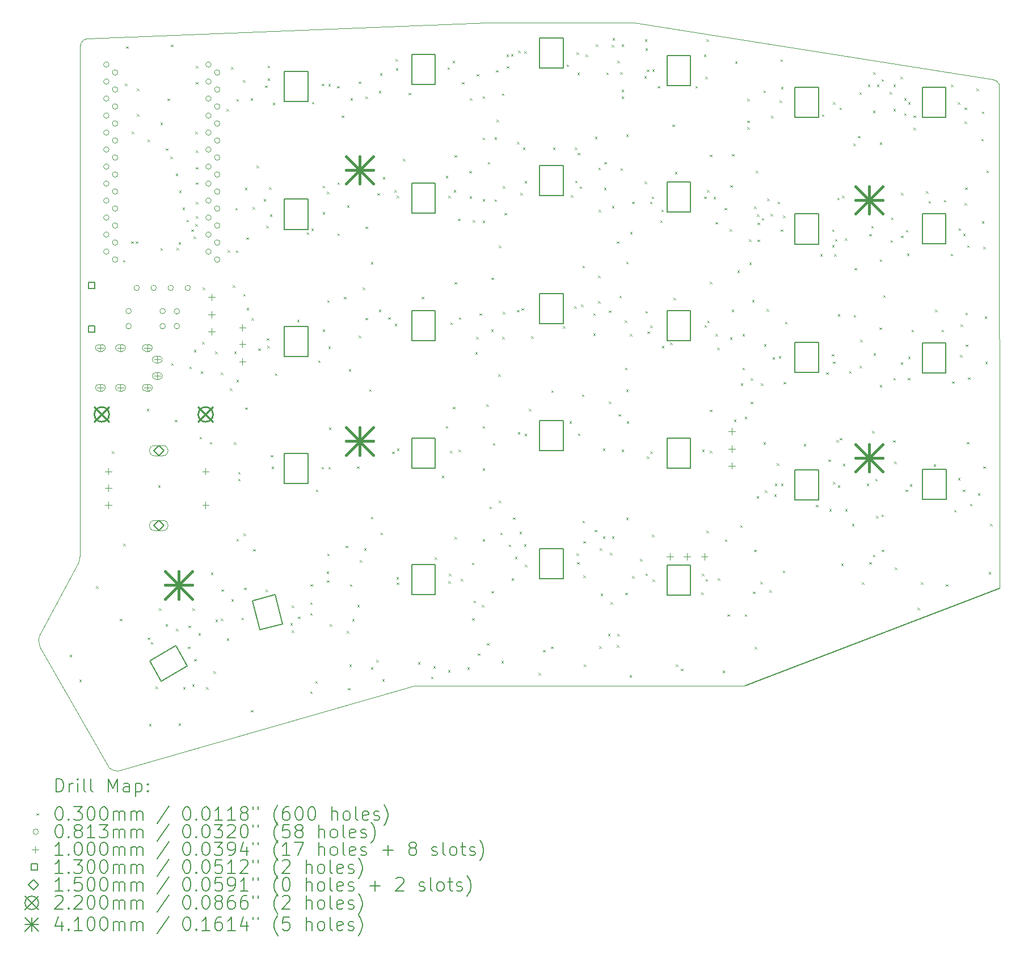
<source format=gbr>
%TF.GenerationSoftware,KiCad,Pcbnew,8.0.4*%
%TF.CreationDate,2024-08-04T16:10:17+05:30*%
%TF.ProjectId,SofleKeyboard,536f666c-654b-4657-9962-6f6172642e6b,rev?*%
%TF.SameCoordinates,Original*%
%TF.FileFunction,Drillmap*%
%TF.FilePolarity,Positive*%
%FSLAX45Y45*%
G04 Gerber Fmt 4.5, Leading zero omitted, Abs format (unit mm)*
G04 Created by KiCad (PCBNEW 8.0.4) date 2024-08-04 16:10:17*
%MOMM*%
%LPD*%
G01*
G04 APERTURE LIST*
%ADD10C,0.150000*%
%ADD11C,0.100000*%
%ADD12C,0.200000*%
%ADD13C,0.130000*%
%ADD14C,0.220000*%
%ADD15C,0.410000*%
G04 APERTURE END LIST*
D10*
X17934880Y-11603520D02*
X17934880Y-12053520D01*
X17935000Y-9705000D02*
X17935000Y-10155000D01*
X16035040Y-11353620D02*
X16035040Y-11803620D01*
X19495000Y-8275000D02*
X19845000Y-8275000D01*
X14125040Y-12044920D02*
X13775040Y-12044920D01*
X16035000Y-9893080D02*
X15685000Y-9893080D01*
X11875000Y-9935000D02*
X12225000Y-9935000D01*
X13775040Y-11594920D02*
X14125040Y-11594920D01*
X15685000Y-7545620D02*
X16035000Y-7545620D01*
X19495000Y-10175000D02*
X19845000Y-10175000D01*
X15685000Y-7995620D02*
X15685000Y-7545620D01*
X13775040Y-12044920D02*
X13775040Y-11594920D01*
X11875000Y-10385000D02*
X11875000Y-9935000D01*
X13775000Y-9705000D02*
X14125000Y-9705000D01*
X17585000Y-9705000D02*
X17935000Y-9705000D01*
X16035000Y-7545620D02*
X16035000Y-7995620D01*
X17934880Y-12053520D02*
X17584880Y-12053520D01*
X21750000Y-10172600D02*
X21750000Y-10622600D01*
X21400000Y-10622600D02*
X21400000Y-10172600D01*
X21750000Y-10622600D02*
X21400000Y-10622600D01*
X19845000Y-10625000D02*
X19495000Y-10625000D01*
X17584880Y-11603520D02*
X17934880Y-11603520D01*
X17584880Y-12053520D02*
X17584880Y-11603520D01*
X15685040Y-11353620D02*
X16035040Y-11353620D01*
X14125000Y-9705000D02*
X14125000Y-10155000D01*
X19845000Y-8725000D02*
X19495000Y-8725000D01*
X17585000Y-7795000D02*
X17935000Y-7795000D01*
X15685000Y-9443080D02*
X16035000Y-9443080D01*
X16035000Y-9443080D02*
X16035000Y-9893080D01*
X17935000Y-7795000D02*
X17935000Y-8245000D01*
X19495000Y-8725000D02*
X19495000Y-8275000D01*
X15685040Y-11803620D02*
X15685040Y-11353620D01*
X16035040Y-11803620D02*
X15685040Y-11803620D01*
X14125040Y-11594920D02*
X14125040Y-12044920D01*
X12225000Y-9935000D02*
X12225000Y-10385000D01*
X19845000Y-10175000D02*
X19845000Y-10625000D01*
X17585000Y-10155000D02*
X17585000Y-9705000D01*
X12225000Y-10385000D02*
X11875000Y-10385000D01*
X13775000Y-10155000D02*
X13775000Y-9705000D01*
X15685000Y-9893080D02*
X15685000Y-9443080D01*
X17585000Y-8245000D02*
X17585000Y-7795000D01*
X17935000Y-10155000D02*
X17585000Y-10155000D01*
X19845000Y-8275000D02*
X19845000Y-8725000D01*
X19495000Y-10625000D02*
X19495000Y-10175000D01*
X17935000Y-8245000D02*
X17585000Y-8245000D01*
X14125000Y-10155000D02*
X13775000Y-10155000D01*
D11*
X13815413Y-13400000D02*
X9390000Y-14675000D01*
D10*
X21745000Y-8278950D02*
X21745000Y-8728950D01*
D11*
X22502662Y-4369560D02*
X22516832Y-4383558D01*
D10*
X12225000Y-4675000D02*
X11875000Y-4675000D01*
X17585000Y-3985000D02*
X17935000Y-3985000D01*
X17935000Y-4435000D02*
X17585000Y-4435000D01*
X21395000Y-6352600D02*
X21745000Y-6352600D01*
X15685000Y-4173080D02*
X15685000Y-3723080D01*
D11*
X8919368Y-3734881D02*
X8942585Y-3732540D01*
X8897744Y-3741594D02*
X8919368Y-3734881D01*
X14900000Y-3500000D02*
X17095000Y-3500000D01*
D10*
X11875000Y-4225000D02*
X12225000Y-4225000D01*
X13775000Y-3974840D02*
X14125000Y-3974840D01*
X16035000Y-3723080D02*
X16035000Y-4173080D01*
X19495000Y-4915000D02*
X19495000Y-4465000D01*
X19845000Y-6805000D02*
X19495000Y-6805000D01*
X12225000Y-4225000D02*
X12225000Y-4675000D01*
X11875000Y-4675000D02*
X11875000Y-4225000D01*
X21395000Y-4915140D02*
X21395000Y-4465140D01*
X19495000Y-6355000D02*
X19845000Y-6355000D01*
X16035000Y-4173080D02*
X15685000Y-4173080D01*
X21395000Y-8278950D02*
X21745000Y-8278950D01*
X21400000Y-10172600D02*
X21750000Y-10172600D01*
X14125000Y-4424840D02*
X13775000Y-4424840D01*
X19845000Y-6355000D02*
X19845000Y-6805000D01*
X19845000Y-4915000D02*
X19495000Y-4915000D01*
D11*
X22486187Y-4358147D02*
X22502662Y-4369560D01*
D10*
X13775000Y-4424840D02*
X13775000Y-3974840D01*
X21395000Y-4465140D02*
X21745000Y-4465140D01*
D11*
X22516832Y-4383558D02*
X22528388Y-4399781D01*
D10*
X17935000Y-3985000D02*
X17935000Y-4435000D01*
X19845000Y-4465000D02*
X19845000Y-4915000D01*
X21745000Y-4465140D02*
X21745000Y-4915140D01*
X21395000Y-6802600D02*
X21395000Y-6352600D01*
X19495000Y-4465000D02*
X19845000Y-4465000D01*
X21745000Y-6352600D02*
X21745000Y-6802600D01*
D11*
X8827526Y-11440000D02*
X8827386Y-3847743D01*
D10*
X17585000Y-4435000D02*
X17585000Y-3985000D01*
X21745000Y-4915140D02*
X21395000Y-4915140D01*
X19495000Y-6805000D02*
X19495000Y-6355000D01*
X21745000Y-8728950D02*
X21395000Y-8728950D01*
X21745000Y-6802600D02*
X21395000Y-6802600D01*
X14125000Y-3974840D02*
X14125000Y-4424840D01*
X21395000Y-8728950D02*
X21395000Y-8278950D01*
X15685000Y-3723080D02*
X16035000Y-3723080D01*
X13775000Y-8245000D02*
X13775000Y-7795000D01*
X11875000Y-8035000D02*
X12225000Y-8035000D01*
X17935000Y-5874840D02*
X17935000Y-6324840D01*
X16035000Y-6083080D02*
X15685000Y-6083080D01*
X11875000Y-8485000D02*
X11875000Y-8035000D01*
X11875000Y-6585000D02*
X11875000Y-6135000D01*
X17585000Y-5874840D02*
X17935000Y-5874840D01*
X13775000Y-6345000D02*
X13775000Y-5895000D01*
X12225000Y-8485000D02*
X11875000Y-8485000D01*
X14125000Y-6345000D02*
X13775000Y-6345000D01*
X12225000Y-8035000D02*
X12225000Y-8485000D01*
X11875000Y-6135000D02*
X12225000Y-6135000D01*
X15685000Y-5633080D02*
X16035000Y-5633080D01*
X15685000Y-6083080D02*
X15685000Y-5633080D01*
X12225000Y-6135000D02*
X12225000Y-6585000D01*
X14125000Y-5895000D02*
X14125000Y-6345000D01*
X16035000Y-7995620D02*
X15685000Y-7995620D01*
X14125000Y-8245000D02*
X13775000Y-8245000D01*
X12225000Y-6585000D02*
X11875000Y-6585000D01*
X16035000Y-5633080D02*
X16035000Y-6083080D01*
X13775000Y-5895000D02*
X14125000Y-5895000D01*
X13775000Y-7795000D02*
X14125000Y-7795000D01*
X14125000Y-7795000D02*
X14125000Y-8245000D01*
X11395229Y-12133200D02*
X11733303Y-12042613D01*
X22547018Y-11950000D02*
X18750000Y-13400000D01*
D11*
X9290000Y-14650000D02*
X9335000Y-14665000D01*
D10*
X10251640Y-12804860D02*
X10426640Y-13107969D01*
X10036929Y-13332969D02*
X9861929Y-13029860D01*
D11*
X8215000Y-12790000D02*
X8210000Y-12730000D01*
X9335000Y-14665000D02*
X9390000Y-14675000D01*
D10*
X17585000Y-6324840D02*
X17585000Y-5874840D01*
D11*
X8820000Y-11505000D02*
X8800000Y-11565000D01*
D10*
X11733303Y-12042613D02*
X11849771Y-12477280D01*
X17935000Y-6324840D02*
X17585000Y-6324840D01*
D11*
X8210000Y-12730000D02*
X8210000Y-12690000D01*
D10*
X11511697Y-12567867D02*
X11395229Y-12133200D01*
D11*
X8210000Y-12690000D02*
X8220000Y-12640000D01*
X8230000Y-12840000D02*
X8215000Y-12790000D01*
X8827526Y-11440000D02*
X8820000Y-11505000D01*
X14900000Y-3500000D02*
X8942585Y-3732540D01*
X13815413Y-13400000D02*
X18750000Y-13400000D01*
X9255000Y-14620000D02*
X9290000Y-14650000D01*
D10*
X9861929Y-13029860D02*
X10251640Y-12804860D01*
X11849771Y-12477280D02*
X11511697Y-12567867D01*
X10426640Y-13107969D02*
X10036929Y-13332969D01*
D11*
X8847059Y-3783333D02*
X8861126Y-3766283D01*
X22447544Y-4344515D02*
X22467711Y-4349678D01*
X22467711Y-4349678D02*
X22486187Y-4358147D01*
X8827386Y-3847743D02*
X8829726Y-3824526D01*
X8836438Y-3802901D02*
X8847059Y-3783333D01*
X8220000Y-12640000D02*
X8800000Y-11565000D01*
X22537028Y-4417867D02*
X22542438Y-4437457D01*
X8878175Y-3752216D02*
X8897744Y-3741594D01*
X22542438Y-4437457D02*
X22544318Y-4458190D01*
X8861126Y-3766283D02*
X8878175Y-3752216D01*
X22544318Y-4458190D02*
X22547018Y-11950000D01*
X8829726Y-3824526D02*
X8836438Y-3802901D01*
X17095000Y-3500000D02*
X22447544Y-4344515D01*
X9255000Y-14620000D02*
X8230000Y-12840000D01*
X22528388Y-4399781D02*
X22537028Y-4417867D01*
D12*
D11*
X8670530Y-12941540D02*
X8700530Y-12971540D01*
X8700530Y-12941540D02*
X8670530Y-12971540D01*
X8812300Y-13313500D02*
X8842300Y-13343500D01*
X8842300Y-13313500D02*
X8812300Y-13343500D01*
X9064230Y-11916650D02*
X9094230Y-11946650D01*
X9094230Y-11916650D02*
X9064230Y-11946650D01*
X9302700Y-9902700D02*
X9332700Y-9932700D01*
X9332700Y-9902700D02*
X9302700Y-9932700D01*
X9419830Y-12401790D02*
X9449830Y-12431790D01*
X9449830Y-12401790D02*
X9419830Y-12431790D01*
X9465000Y-7045000D02*
X9495000Y-7075000D01*
X9495000Y-7045000D02*
X9465000Y-7075000D01*
X9469360Y-11282920D02*
X9499360Y-11312920D01*
X9499360Y-11282920D02*
X9469360Y-11312920D01*
X9495000Y-4405000D02*
X9525000Y-4435000D01*
X9525000Y-4405000D02*
X9495000Y-4435000D01*
X9513810Y-3852150D02*
X9543810Y-3882150D01*
X9543810Y-3852150D02*
X9513810Y-3882150D01*
X9590000Y-6765585D02*
X9620000Y-6795585D01*
X9620000Y-6765585D02*
X9590000Y-6795585D01*
X9595000Y-5124000D02*
X9625000Y-5154000D01*
X9625000Y-5124000D02*
X9595000Y-5154000D01*
X9655000Y-6765000D02*
X9685000Y-6795000D01*
X9685000Y-6765000D02*
X9655000Y-6795000D01*
X9675000Y-4481575D02*
X9705000Y-4511575D01*
X9705000Y-4481575D02*
X9675000Y-4511575D01*
X9675000Y-4865000D02*
X9705000Y-4895000D01*
X9705000Y-4865000D02*
X9675000Y-4895000D01*
X9822420Y-9266160D02*
X9852420Y-9296160D01*
X9852420Y-9266160D02*
X9822420Y-9296160D01*
X9835920Y-12683580D02*
X9865920Y-12713580D01*
X9865920Y-12683580D02*
X9835920Y-12713580D01*
X9836426Y-5243575D02*
X9866426Y-5273575D01*
X9866426Y-5243575D02*
X9836426Y-5273575D01*
X9853700Y-13973900D02*
X9883700Y-14003900D01*
X9883700Y-13973900D02*
X9853700Y-14003900D01*
X9881640Y-12749620D02*
X9911640Y-12779620D01*
X9911640Y-12749620D02*
X9881640Y-12779620D01*
X9955000Y-13415000D02*
X9985000Y-13445000D01*
X9985000Y-13415000D02*
X9955000Y-13445000D01*
X9992600Y-10410430D02*
X10022600Y-10440430D01*
X10022600Y-10410430D02*
X9992600Y-10440430D01*
X10005000Y-12245000D02*
X10035000Y-12275000D01*
X10035000Y-12245000D02*
X10005000Y-12275000D01*
X10025000Y-4989575D02*
X10055000Y-5019575D01*
X10055000Y-4989575D02*
X10025000Y-5019575D01*
X10025001Y-6865000D02*
X10055001Y-6895000D01*
X10055001Y-6865000D02*
X10025001Y-6895000D01*
X10102500Y-12485000D02*
X10132500Y-12515000D01*
X10132500Y-12485000D02*
X10102500Y-12515000D01*
X10105000Y-5375000D02*
X10135000Y-5405000D01*
X10135000Y-5375000D02*
X10105000Y-5405000D01*
X10128810Y-4631910D02*
X10158810Y-4661910D01*
X10158810Y-4631910D02*
X10128810Y-4661910D01*
X10172426Y-5497575D02*
X10202426Y-5527575D01*
X10202426Y-5497575D02*
X10172426Y-5527575D01*
X10180560Y-3825480D02*
X10210560Y-3855480D01*
X10210560Y-3825480D02*
X10180560Y-3855480D01*
X10185000Y-8585000D02*
X10215000Y-8615000D01*
X10215000Y-8585000D02*
X10185000Y-8615000D01*
X10241520Y-9432530D02*
X10271520Y-9462530D01*
X10271520Y-9432530D02*
X10241520Y-9462530D01*
X10252500Y-5751574D02*
X10282500Y-5781574D01*
X10282500Y-5751574D02*
X10252500Y-5781574D01*
X10259000Y-12552750D02*
X10289000Y-12582750D01*
X10289000Y-12552750D02*
X10259000Y-12582750D01*
X10267602Y-6862050D02*
X10297602Y-6892050D01*
X10297602Y-6862050D02*
X10267602Y-6892050D01*
X10295000Y-6775000D02*
X10325000Y-6805000D01*
X10325000Y-6775000D02*
X10295000Y-6805000D01*
X10295000Y-13965000D02*
X10325000Y-13995000D01*
X10325000Y-13965000D02*
X10295000Y-13995000D01*
X10302500Y-6005574D02*
X10332500Y-6035574D01*
X10332500Y-6005574D02*
X10302500Y-6035574D01*
X10355000Y-6259574D02*
X10385000Y-6289574D01*
X10385000Y-6259574D02*
X10355000Y-6289574D01*
X10365000Y-13425000D02*
X10395000Y-13455000D01*
X10395000Y-13425000D02*
X10365000Y-13455000D01*
X10415000Y-6442500D02*
X10445000Y-6472500D01*
X10445000Y-6442500D02*
X10415000Y-6472500D01*
X10435360Y-12816440D02*
X10465360Y-12846440D01*
X10465360Y-12816440D02*
X10435360Y-12846440D01*
X10445000Y-12505000D02*
X10475000Y-12535000D01*
X10475000Y-12505000D02*
X10445000Y-12535000D01*
X10455424Y-8635495D02*
X10485424Y-8665495D01*
X10485424Y-8635495D02*
X10455424Y-8665495D01*
X10485000Y-6585000D02*
X10515000Y-6615000D01*
X10515000Y-6585000D02*
X10485000Y-6615000D01*
X10498253Y-13382352D02*
X10528253Y-13412352D01*
X10528253Y-13382352D02*
X10498253Y-13412352D01*
X10503940Y-12247480D02*
X10533940Y-12277480D01*
X10533940Y-12247480D02*
X10503940Y-12277480D01*
X10517783Y-6692217D02*
X10547783Y-6722217D01*
X10547783Y-6692217D02*
X10517783Y-6722217D01*
X10525000Y-8385000D02*
X10555000Y-8415000D01*
X10555000Y-8385000D02*
X10525000Y-8415000D01*
X10526800Y-13004400D02*
X10556800Y-13034400D01*
X10556800Y-13004400D02*
X10526800Y-13034400D01*
X10545000Y-5125000D02*
X10575000Y-5155000D01*
X10575000Y-5125000D02*
X10545000Y-5155000D01*
X10545000Y-6505000D02*
X10575000Y-6535000D01*
X10575000Y-6505000D02*
X10545000Y-6535000D01*
X10554999Y-5655000D02*
X10584999Y-5685000D01*
X10584999Y-5655000D02*
X10554999Y-5685000D01*
X10555000Y-4385000D02*
X10585000Y-4415000D01*
X10585000Y-4385000D02*
X10555000Y-4415000D01*
X10555000Y-5885000D02*
X10585000Y-5915000D01*
X10585000Y-5885000D02*
X10555000Y-5915000D01*
X10555000Y-6175000D02*
X10585000Y-6205000D01*
X10585000Y-6175000D02*
X10555000Y-6205000D01*
X10555000Y-6385000D02*
X10585000Y-6415000D01*
X10585000Y-6385000D02*
X10555000Y-6415000D01*
X10555001Y-4145000D02*
X10585001Y-4175000D01*
X10585001Y-4145000D02*
X10555001Y-4175000D01*
X10555002Y-5405000D02*
X10585002Y-5435000D01*
X10585002Y-5405000D02*
X10555002Y-5435000D01*
X10591801Y-12620131D02*
X10621801Y-12650131D01*
X10621801Y-12620131D02*
X10591801Y-12650131D01*
X10610000Y-9685000D02*
X10640000Y-9715000D01*
X10640000Y-9685000D02*
X10610000Y-9715000D01*
X10625000Y-8705000D02*
X10655000Y-8735000D01*
X10655000Y-8705000D02*
X10625000Y-8735000D01*
X10647500Y-8265000D02*
X10677500Y-8295000D01*
X10677500Y-8265000D02*
X10647500Y-8295000D01*
X10655000Y-7455000D02*
X10685000Y-7485000D01*
X10685000Y-7455000D02*
X10655000Y-7485000D01*
X10705000Y-13425000D02*
X10735000Y-13455000D01*
X10735000Y-13425000D02*
X10705000Y-13455000D01*
X10762500Y-9762500D02*
X10792500Y-9792500D01*
X10792500Y-9762500D02*
X10762500Y-9792500D01*
X10778730Y-11714720D02*
X10808730Y-11744720D01*
X10808730Y-11714720D02*
X10778730Y-11744720D01*
X10815000Y-13185000D02*
X10845000Y-13215000D01*
X10845000Y-13185000D02*
X10815000Y-13215000D01*
X10840000Y-8410000D02*
X10870000Y-8440000D01*
X10870000Y-8410000D02*
X10840000Y-8440000D01*
X10845000Y-12415000D02*
X10875000Y-12445000D01*
X10875000Y-12415000D02*
X10845000Y-12445000D01*
X10925000Y-8725000D02*
X10955000Y-8755000D01*
X10955000Y-8725000D02*
X10925000Y-8755000D01*
X10925000Y-12396673D02*
X10955000Y-12426673D01*
X10955000Y-12396673D02*
X10925000Y-12426673D01*
X10936230Y-11961230D02*
X10966230Y-11991230D01*
X10966230Y-11961230D02*
X10936230Y-11991230D01*
X11010000Y-4785000D02*
X11040000Y-4815000D01*
X11040000Y-4785000D02*
X11010000Y-4815000D01*
X11015000Y-12695000D02*
X11045000Y-12725000D01*
X11045000Y-12695000D02*
X11015000Y-12725000D01*
X11029509Y-6895437D02*
X11059509Y-6925437D01*
X11059509Y-6895437D02*
X11029509Y-6925437D01*
X11062501Y-8960000D02*
X11092501Y-8990000D01*
X11092501Y-8960000D02*
X11062501Y-8990000D01*
X11080990Y-4159490D02*
X11110990Y-4189490D01*
X11110990Y-4159490D02*
X11080990Y-4189490D01*
X11083500Y-12108500D02*
X11113500Y-12138500D01*
X11113500Y-12108500D02*
X11083500Y-12138500D01*
X11105000Y-7420000D02*
X11135000Y-7450000D01*
X11135000Y-7420000D02*
X11105000Y-7450000D01*
X11120000Y-9767501D02*
X11150000Y-9797501D01*
X11150000Y-9767501D02*
X11120000Y-9797501D01*
X11125303Y-8410000D02*
X11155303Y-8440000D01*
X11155303Y-8410000D02*
X11125303Y-8440000D01*
X11142499Y-6265000D02*
X11172499Y-6295000D01*
X11172499Y-6265000D02*
X11142499Y-6295000D01*
X11150000Y-6900000D02*
X11180000Y-6930000D01*
X11180000Y-6900000D02*
X11150000Y-6930000D01*
X11157500Y-4637500D02*
X11187500Y-4667500D01*
X11187500Y-4637500D02*
X11157500Y-4667500D01*
X11160000Y-8835000D02*
X11190000Y-8865000D01*
X11190000Y-8835000D02*
X11160000Y-8865000D01*
X11160000Y-11210000D02*
X11190000Y-11240000D01*
X11190000Y-11210000D02*
X11160000Y-11240000D01*
X11185000Y-10210000D02*
X11215000Y-10240000D01*
X11215000Y-10210000D02*
X11185000Y-10240000D01*
X11185000Y-10310000D02*
X11215000Y-10340000D01*
X11215000Y-10310000D02*
X11185000Y-10340000D01*
X11235000Y-12385000D02*
X11265000Y-12415000D01*
X11265000Y-12385000D02*
X11235000Y-12415000D01*
X11254980Y-4356340D02*
X11284980Y-4386340D01*
X11284980Y-4356340D02*
X11254980Y-4386340D01*
X11260000Y-7550000D02*
X11290000Y-7580000D01*
X11290000Y-7550000D02*
X11260000Y-7580000D01*
X11265000Y-11130000D02*
X11295000Y-11160000D01*
X11295000Y-11130000D02*
X11265000Y-11160000D01*
X11275000Y-11937502D02*
X11305000Y-11967502D01*
X11305000Y-11937502D02*
X11275000Y-11967502D01*
X11285000Y-5965000D02*
X11315000Y-5995000D01*
X11315000Y-5965000D02*
X11285000Y-5995000D01*
X11290000Y-9245000D02*
X11320000Y-9275000D01*
X11320000Y-9245000D02*
X11290000Y-9275000D01*
X11308640Y-6705820D02*
X11338640Y-6735820D01*
X11338640Y-6705820D02*
X11308640Y-6735820D01*
X11310000Y-7760000D02*
X11340000Y-7790000D01*
X11340000Y-7760000D02*
X11310000Y-7790000D01*
X11371820Y-4626850D02*
X11401820Y-4656850D01*
X11401820Y-4626850D02*
X11371820Y-4656850D01*
X11375000Y-13765000D02*
X11405000Y-13795000D01*
X11405000Y-13765000D02*
X11375000Y-13795000D01*
X11385000Y-7910000D02*
X11415000Y-7940000D01*
X11415000Y-7910000D02*
X11385000Y-7940000D01*
X11402620Y-6253700D02*
X11432620Y-6283700D01*
X11432620Y-6253700D02*
X11402620Y-6283700D01*
X11410000Y-11360000D02*
X11440000Y-11390000D01*
X11440000Y-11360000D02*
X11410000Y-11390000D01*
X11460000Y-5635000D02*
X11490000Y-5665000D01*
X11490000Y-5635000D02*
X11460000Y-5665000D01*
X11484999Y-8365000D02*
X11514999Y-8395000D01*
X11514999Y-8365000D02*
X11484999Y-8395000D01*
X11565000Y-6135000D02*
X11595000Y-6165000D01*
X11595000Y-6135000D02*
X11565000Y-6165000D01*
X11585000Y-4435000D02*
X11615000Y-4465000D01*
X11615000Y-4435000D02*
X11585000Y-4465000D01*
X11595000Y-11965000D02*
X11625000Y-11995000D01*
X11625000Y-11965000D02*
X11595000Y-11995000D01*
X11605000Y-6530000D02*
X11635000Y-6560000D01*
X11635000Y-6530000D02*
X11605000Y-6560000D01*
X11612502Y-8210575D02*
X11642502Y-8240575D01*
X11642502Y-8210575D02*
X11612502Y-8240575D01*
X11620000Y-8325000D02*
X11650000Y-8355000D01*
X11650000Y-8325000D02*
X11620000Y-8355000D01*
X11624550Y-4139170D02*
X11654550Y-4169170D01*
X11654550Y-4139170D02*
X11624550Y-4169170D01*
X11625000Y-4330000D02*
X11655000Y-4360000D01*
X11655000Y-4330000D02*
X11625000Y-4360000D01*
X11645000Y-5955000D02*
X11675000Y-5985000D01*
X11675000Y-5955000D02*
X11645000Y-5985000D01*
X11660000Y-6360000D02*
X11690000Y-6390000D01*
X11690000Y-6360000D02*
X11660000Y-6390000D01*
X11670000Y-9955000D02*
X11700000Y-9985000D01*
X11700000Y-9955000D02*
X11670000Y-9985000D01*
X11682532Y-10130865D02*
X11712532Y-10160865D01*
X11712532Y-10130865D02*
X11682532Y-10160865D01*
X11700000Y-4695000D02*
X11730000Y-4725000D01*
X11730000Y-4695000D02*
X11700000Y-4725000D01*
X11735000Y-8735000D02*
X11765000Y-8765000D01*
X11765000Y-8735000D02*
X11735000Y-8765000D01*
X11965000Y-12465000D02*
X11995000Y-12495000D01*
X11995000Y-12465000D02*
X11965000Y-12495000D01*
X11985000Y-12205000D02*
X12015000Y-12235000D01*
X12015000Y-12205000D02*
X11985000Y-12235000D01*
X11985000Y-12575000D02*
X12015000Y-12605000D01*
X12015000Y-12575000D02*
X11985000Y-12605000D01*
X12065000Y-7937500D02*
X12095000Y-7967500D01*
X12095000Y-7937500D02*
X12065000Y-7967500D01*
X12075980Y-12367000D02*
X12105980Y-12397000D01*
X12105980Y-12367000D02*
X12075980Y-12397000D01*
X12210000Y-6630000D02*
X12240000Y-6660000D01*
X12240000Y-6630000D02*
X12210000Y-6660000D01*
X12258260Y-12158260D02*
X12288260Y-12188260D01*
X12288260Y-12158260D02*
X12258260Y-12188260D01*
X12258260Y-12318260D02*
X12288260Y-12348260D01*
X12288260Y-12318260D02*
X12258260Y-12348260D01*
X12260000Y-13485000D02*
X12290000Y-13515000D01*
X12290000Y-13485000D02*
X12260000Y-13515000D01*
X12262380Y-11887000D02*
X12292380Y-11917000D01*
X12292380Y-11887000D02*
X12262380Y-11917000D01*
X12277362Y-6573163D02*
X12307362Y-6603163D01*
X12307362Y-6573163D02*
X12277362Y-6603163D01*
X12285000Y-4680000D02*
X12315000Y-4710000D01*
X12315000Y-4680000D02*
X12285000Y-4710000D01*
X12335000Y-13335000D02*
X12365000Y-13365000D01*
X12365000Y-13335000D02*
X12335000Y-13365000D01*
X12344960Y-10471370D02*
X12374960Y-10501370D01*
X12374960Y-10471370D02*
X12344960Y-10501370D01*
X12380000Y-8540000D02*
X12410000Y-8570000D01*
X12410000Y-8540000D02*
X12380000Y-8570000D01*
X12430000Y-10135000D02*
X12460000Y-10165000D01*
X12460000Y-10135000D02*
X12430000Y-10165000D01*
X12435000Y-4410000D02*
X12465000Y-4440000D01*
X12465000Y-4410000D02*
X12435000Y-4440000D01*
X12444800Y-8080001D02*
X12474800Y-8110001D01*
X12474800Y-8080001D02*
X12444800Y-8110001D01*
X12445000Y-5935000D02*
X12475000Y-5965000D01*
X12475000Y-5935000D02*
X12445000Y-5965000D01*
X12445000Y-6330000D02*
X12475000Y-6360000D01*
X12475000Y-6330000D02*
X12445000Y-6360000D01*
X12505760Y-11697800D02*
X12535760Y-11727800D01*
X12535760Y-11697800D02*
X12505760Y-11727800D01*
X12510000Y-6025000D02*
X12540000Y-6055000D01*
X12540000Y-6025000D02*
X12510000Y-6055000D01*
X12510840Y-11826500D02*
X12540840Y-11856500D01*
X12540840Y-11826500D02*
X12510840Y-11856500D01*
X12515000Y-7645000D02*
X12545000Y-7675000D01*
X12545000Y-7645000D02*
X12515000Y-7675000D01*
X12515000Y-11430000D02*
X12545000Y-11460000D01*
X12545000Y-11430000D02*
X12515000Y-11460000D01*
X12530000Y-4415000D02*
X12560000Y-4445000D01*
X12560000Y-4415000D02*
X12530000Y-4445000D01*
X12530000Y-8335000D02*
X12560000Y-8365000D01*
X12560000Y-8335000D02*
X12530000Y-8365000D01*
X12530000Y-10135000D02*
X12560000Y-10165000D01*
X12560000Y-10135000D02*
X12530000Y-10165000D01*
X12540000Y-9545000D02*
X12570000Y-9575000D01*
X12570000Y-9545000D02*
X12540000Y-9575000D01*
X12552499Y-12485000D02*
X12582499Y-12515000D01*
X12582499Y-12485000D02*
X12552499Y-12515000D01*
X12660000Y-4445000D02*
X12690000Y-4475000D01*
X12690000Y-4445000D02*
X12660000Y-4475000D01*
X12665000Y-5885000D02*
X12695000Y-5915000D01*
X12695000Y-5885000D02*
X12665000Y-5915000D01*
X12665000Y-6645000D02*
X12695000Y-6675000D01*
X12695000Y-6645000D02*
X12665000Y-6675000D01*
X12730000Y-4885000D02*
X12760000Y-4915000D01*
X12760000Y-4885000D02*
X12730000Y-4915000D01*
X12765000Y-7595000D02*
X12795000Y-7625000D01*
X12795000Y-7595000D02*
X12765000Y-7625000D01*
X12787500Y-11310000D02*
X12817500Y-11340000D01*
X12817500Y-11310000D02*
X12787500Y-11340000D01*
X12805000Y-12585000D02*
X12835000Y-12615000D01*
X12835000Y-12585000D02*
X12805000Y-12615000D01*
X12809000Y-6225000D02*
X12839000Y-6255000D01*
X12839000Y-6225000D02*
X12809000Y-6255000D01*
X12825000Y-13435000D02*
X12855000Y-13465000D01*
X12855000Y-13435000D02*
X12825000Y-13465000D01*
X12835000Y-8675000D02*
X12865000Y-8705000D01*
X12865000Y-8675000D02*
X12835000Y-8705000D01*
X12845000Y-13085000D02*
X12875000Y-13115000D01*
X12875000Y-13085000D02*
X12845000Y-13115000D01*
X12853280Y-11887000D02*
X12883280Y-11917000D01*
X12883280Y-11887000D02*
X12853280Y-11917000D01*
X12860000Y-4625000D02*
X12890000Y-4655000D01*
X12890000Y-4625000D02*
X12860000Y-4655000D01*
X12885000Y-12405000D02*
X12915000Y-12435000D01*
X12915000Y-12405000D02*
X12885000Y-12435000D01*
X12960000Y-10125000D02*
X12990000Y-10155000D01*
X12990000Y-10125000D02*
X12960000Y-10155000D01*
X12962960Y-12194800D02*
X12992960Y-12224800D01*
X12992960Y-12194800D02*
X12962960Y-12224800D01*
X12985000Y-4375000D02*
X13015000Y-4405000D01*
X13015000Y-4375000D02*
X12985000Y-4405000D01*
X12985000Y-8175000D02*
X13015000Y-8205000D01*
X13015000Y-8175000D02*
X12985000Y-8205000D01*
X13001060Y-11526780D02*
X13031060Y-11556780D01*
X13031060Y-11526780D02*
X13001060Y-11556780D01*
X13045000Y-7455000D02*
X13075000Y-7485000D01*
X13075000Y-7455000D02*
X13045000Y-7485000D01*
X13062355Y-11347855D02*
X13092355Y-11377855D01*
X13092355Y-11347855D02*
X13062355Y-11377855D01*
X13085000Y-4600000D02*
X13115000Y-4630000D01*
X13115000Y-4600000D02*
X13085000Y-4630000D01*
X13085000Y-6545000D02*
X13115000Y-6575000D01*
X13115000Y-6545000D02*
X13085000Y-6575000D01*
X13085000Y-7905000D02*
X13115000Y-7935000D01*
X13115000Y-7905000D02*
X13085000Y-7935000D01*
X13140000Y-8975000D02*
X13170000Y-9005000D01*
X13170000Y-8975000D02*
X13140000Y-9005000D01*
X13165000Y-7075000D02*
X13195000Y-7105000D01*
X13195000Y-7075000D02*
X13165000Y-7105000D01*
X13165000Y-10880000D02*
X13195000Y-10910000D01*
X13195000Y-10880000D02*
X13165000Y-10910000D01*
X13165000Y-13125000D02*
X13195000Y-13155000D01*
X13195000Y-13125000D02*
X13165000Y-13155000D01*
X13247440Y-13017760D02*
X13277440Y-13047760D01*
X13277440Y-13017760D02*
X13247440Y-13047760D01*
X13265000Y-6045000D02*
X13295000Y-6075000D01*
X13295000Y-6045000D02*
X13265000Y-6075000D01*
X13282535Y-4515424D02*
X13312535Y-4545424D01*
X13312535Y-4515424D02*
X13282535Y-4545424D01*
X13285000Y-7785000D02*
X13315000Y-7815000D01*
X13315000Y-7785000D02*
X13285000Y-7815000D01*
X13300474Y-4254526D02*
X13330474Y-4284526D01*
X13330474Y-4254526D02*
X13300474Y-4284526D01*
X13310000Y-11115000D02*
X13340000Y-11145000D01*
X13340000Y-11115000D02*
X13310000Y-11145000D01*
X13335000Y-13305000D02*
X13365000Y-13335000D01*
X13365000Y-13305000D02*
X13335000Y-13335000D01*
X13345000Y-5805000D02*
X13375000Y-5835000D01*
X13375000Y-5805000D02*
X13345000Y-5835000D01*
X13422500Y-7897500D02*
X13452500Y-7927500D01*
X13452500Y-7897500D02*
X13422500Y-7927500D01*
X13485000Y-9905000D02*
X13515000Y-9935000D01*
X13515000Y-9905000D02*
X13485000Y-9935000D01*
X13517500Y-5997500D02*
X13547500Y-6027500D01*
X13547500Y-5997500D02*
X13517500Y-6027500D01*
X13520000Y-7995000D02*
X13550000Y-8025000D01*
X13550000Y-7995000D02*
X13520000Y-8025000D01*
X13535000Y-4042501D02*
X13565000Y-4072501D01*
X13565000Y-4042501D02*
X13535000Y-4072501D01*
X13540000Y-4175000D02*
X13570000Y-4205000D01*
X13570000Y-4175000D02*
X13540000Y-4205000D01*
X13547160Y-11780780D02*
X13577160Y-11810780D01*
X13577160Y-11780780D02*
X13547160Y-11810780D01*
X13550000Y-6080000D02*
X13580000Y-6110000D01*
X13580000Y-6080000D02*
X13550000Y-6110000D01*
X13551947Y-11859813D02*
X13581947Y-11889813D01*
X13581947Y-11859813D02*
X13551947Y-11889813D01*
X13555001Y-9860717D02*
X13585001Y-9890717D01*
X13585001Y-9860717D02*
X13555001Y-9890717D01*
X13643850Y-5530251D02*
X13673850Y-5560251D01*
X13673850Y-5530251D02*
X13643850Y-5560251D01*
X13730000Y-4545000D02*
X13760000Y-4575000D01*
X13760000Y-4545000D02*
X13730000Y-4575000D01*
X13868176Y-13051756D02*
X13898176Y-13081756D01*
X13898176Y-13051756D02*
X13868176Y-13081756D01*
X13925000Y-7595000D02*
X13955000Y-7625000D01*
X13955000Y-7595000D02*
X13925000Y-7625000D01*
X14065000Y-13265000D02*
X14095000Y-13295000D01*
X14095000Y-13265000D02*
X14065000Y-13295000D01*
X14095800Y-13110900D02*
X14125800Y-13140900D01*
X14125800Y-13110900D02*
X14095800Y-13140900D01*
X14116120Y-11486140D02*
X14146120Y-11516140D01*
X14146120Y-11486140D02*
X14116120Y-11516140D01*
X14225000Y-10265000D02*
X14255000Y-10295000D01*
X14255000Y-10265000D02*
X14225000Y-10295000D01*
X14285000Y-5785000D02*
X14315000Y-5815000D01*
X14315000Y-5785000D02*
X14285000Y-5815000D01*
X14285000Y-9525000D02*
X14315000Y-9555000D01*
X14315000Y-9525000D02*
X14285000Y-9555000D01*
X14309037Y-4164037D02*
X14339037Y-4194037D01*
X14339037Y-4164037D02*
X14309037Y-4194037D01*
X14316780Y-13167620D02*
X14346780Y-13197620D01*
X14346780Y-13167620D02*
X14316780Y-13197620D01*
X14320000Y-6079999D02*
X14350000Y-6109999D01*
X14350000Y-6079999D02*
X14320000Y-6109999D01*
X14323300Y-11840450D02*
X14353300Y-11870450D01*
X14353300Y-11840450D02*
X14323300Y-11870450D01*
X14332020Y-11729980D02*
X14362020Y-11759980D01*
X14362020Y-11729980D02*
X14332020Y-11759980D01*
X14345000Y-9890000D02*
X14375000Y-9920000D01*
X14375000Y-9890000D02*
X14345000Y-9920000D01*
X14350000Y-7975000D02*
X14380000Y-8005000D01*
X14380000Y-7975000D02*
X14350000Y-8005000D01*
X14385000Y-4065000D02*
X14415000Y-4095000D01*
X14415000Y-4065000D02*
X14385000Y-4095000D01*
X14390000Y-9237499D02*
X14420000Y-9267499D01*
X14420000Y-9237499D02*
X14390000Y-9267499D01*
X14402500Y-5997500D02*
X14432500Y-6027500D01*
X14432500Y-5997500D02*
X14402500Y-6027500D01*
X14415000Y-5475000D02*
X14445000Y-5505000D01*
X14445000Y-5475000D02*
X14415000Y-5505000D01*
X14415000Y-7375000D02*
X14445000Y-7405000D01*
X14445000Y-7375000D02*
X14415000Y-7405000D01*
X14415000Y-11180000D02*
X14445000Y-11210000D01*
X14445000Y-11180000D02*
X14415000Y-11210000D01*
X14465000Y-6425000D02*
X14495000Y-6455000D01*
X14495000Y-6425000D02*
X14465000Y-6455000D01*
X14475000Y-9875000D02*
X14505000Y-9905000D01*
X14505000Y-9875000D02*
X14475000Y-9905000D01*
X14480000Y-7900000D02*
X14510000Y-7930000D01*
X14510000Y-7900000D02*
X14480000Y-7930000D01*
X14507280Y-11806180D02*
X14537280Y-11836180D01*
X14537280Y-11806180D02*
X14507280Y-11836180D01*
X14525000Y-4385000D02*
X14555000Y-4415000D01*
X14555000Y-4385000D02*
X14525000Y-4415000D01*
X14605000Y-13125000D02*
X14635000Y-13155000D01*
X14635000Y-13125000D02*
X14605000Y-13155000D01*
X14635000Y-5715000D02*
X14665000Y-5745000D01*
X14665000Y-5715000D02*
X14635000Y-5745000D01*
X14638260Y-6091160D02*
X14668260Y-6121160D01*
X14668260Y-6091160D02*
X14638260Y-6121160D01*
X14645000Y-4625000D02*
X14675000Y-4655000D01*
X14675000Y-4625000D02*
X14645000Y-4655000D01*
X14673360Y-11563320D02*
X14703360Y-11593320D01*
X14703360Y-11563320D02*
X14673360Y-11593320D01*
X14675000Y-12395000D02*
X14705000Y-12425000D01*
X14705000Y-12395000D02*
X14675000Y-12425000D01*
X14685000Y-6445000D02*
X14715000Y-6475000D01*
X14715000Y-6445000D02*
X14685000Y-6475000D01*
X14697220Y-12133280D02*
X14727220Y-12163280D01*
X14727220Y-12133280D02*
X14697220Y-12163280D01*
X14722080Y-8417800D02*
X14752080Y-8447800D01*
X14752080Y-8417800D02*
X14722080Y-8447800D01*
X14735001Y-8190000D02*
X14765001Y-8220000D01*
X14765001Y-8190000D02*
X14735001Y-8220000D01*
X14745000Y-4265000D02*
X14775000Y-4295000D01*
X14775000Y-4265000D02*
X14745000Y-4295000D01*
X14763820Y-12920400D02*
X14793820Y-12950400D01*
X14793820Y-12920400D02*
X14763820Y-12950400D01*
X14786850Y-7838680D02*
X14816850Y-7868680D01*
X14816850Y-7838680D02*
X14786850Y-7868680D01*
X14819700Y-12197150D02*
X14849700Y-12227150D01*
X14849700Y-12197150D02*
X14819700Y-12227150D01*
X14835000Y-4595000D02*
X14865000Y-4625000D01*
X14865000Y-4595000D02*
X14835000Y-4625000D01*
X14835000Y-5215000D02*
X14865000Y-5245000D01*
X14865000Y-5215000D02*
X14835000Y-5245000D01*
X14835000Y-6135000D02*
X14865000Y-6165000D01*
X14865000Y-6135000D02*
X14835000Y-6165000D01*
X14835000Y-6455000D02*
X14865000Y-6485000D01*
X14865000Y-6455000D02*
X14835000Y-6485000D01*
X14835000Y-9525000D02*
X14865000Y-9555000D01*
X14865000Y-9525000D02*
X14835000Y-9555000D01*
X14835000Y-10155000D02*
X14865000Y-10185000D01*
X14865000Y-10155000D02*
X14835000Y-10185000D01*
X14835000Y-11215000D02*
X14865000Y-11245000D01*
X14865000Y-11215000D02*
X14835000Y-11245000D01*
X14889720Y-9197580D02*
X14919720Y-9227580D01*
X14919720Y-9197580D02*
X14889720Y-9227580D01*
X14895000Y-12765000D02*
X14925000Y-12795000D01*
X14925000Y-12765000D02*
X14895000Y-12795000D01*
X14910000Y-5579000D02*
X14940000Y-5609000D01*
X14940000Y-5579000D02*
X14910000Y-5609000D01*
X14935000Y-10725000D02*
X14965000Y-10755000D01*
X14965000Y-10725000D02*
X14935000Y-10755000D01*
X14960000Y-8079000D02*
X14990000Y-8109000D01*
X14990000Y-8079000D02*
X14960000Y-8109000D01*
X14964650Y-11986500D02*
X14994650Y-12016500D01*
X14994650Y-11986500D02*
X14964650Y-12016500D01*
X14965000Y-7305000D02*
X14995000Y-7335000D01*
X14995000Y-7305000D02*
X14965000Y-7335000D01*
X14985000Y-9779000D02*
X15015000Y-9809000D01*
X15015000Y-9779000D02*
X14985000Y-9809000D01*
X15010000Y-5211500D02*
X15040000Y-5241500D01*
X15040000Y-5211500D02*
X15010000Y-5241500D01*
X15010000Y-6139000D02*
X15040000Y-6169000D01*
X15040000Y-6139000D02*
X15010000Y-6169000D01*
X15035000Y-4207250D02*
X15065000Y-4237250D01*
X15065000Y-4207250D02*
X15035000Y-4237250D01*
X15040000Y-4949000D02*
X15070000Y-4979000D01*
X15070000Y-4949000D02*
X15040000Y-4979000D01*
X15065000Y-8749000D02*
X15095000Y-8779000D01*
X15095000Y-8749000D02*
X15065000Y-8779000D01*
X15075000Y-6829000D02*
X15105000Y-6859000D01*
X15105000Y-6829000D02*
X15075000Y-6859000D01*
X15075000Y-10639000D02*
X15105000Y-10669000D01*
X15105000Y-10639000D02*
X15075000Y-10669000D01*
X15095000Y-11115000D02*
X15125000Y-11145000D01*
X15125000Y-11115000D02*
X15095000Y-11145000D01*
X15113240Y-13032980D02*
X15143240Y-13062980D01*
X15143240Y-13032980D02*
X15113240Y-13062980D01*
X15121250Y-4552750D02*
X15151250Y-4582750D01*
X15151250Y-4552750D02*
X15121250Y-4582750D01*
X15127210Y-8189200D02*
X15157210Y-8219200D01*
X15157210Y-8189200D02*
X15127210Y-8219200D01*
X15135000Y-5939000D02*
X15165000Y-5969000D01*
X15165000Y-5939000D02*
X15135000Y-5969000D01*
X15136100Y-7815820D02*
X15166100Y-7845820D01*
X15166100Y-7815820D02*
X15136100Y-7845820D01*
X15160000Y-6339000D02*
X15190000Y-6369000D01*
X15190000Y-6339000D02*
X15160000Y-6369000D01*
X15191170Y-3972501D02*
X15221170Y-4002501D01*
X15221170Y-3972501D02*
X15191170Y-4002501D01*
X15192027Y-4147021D02*
X15222027Y-4177021D01*
X15222027Y-4147021D02*
X15192027Y-4177021D01*
X15225000Y-11294350D02*
X15255000Y-11324350D01*
X15255000Y-11294350D02*
X15225000Y-11324350D01*
X15257317Y-3965392D02*
X15287317Y-3995392D01*
X15287317Y-3965392D02*
X15257317Y-3995392D01*
X15266740Y-11798560D02*
X15296740Y-11828560D01*
X15296740Y-11798560D02*
X15266740Y-11828560D01*
X15285000Y-10889000D02*
X15315000Y-10919000D01*
X15315000Y-10889000D02*
X15285000Y-10919000D01*
X15314480Y-11476500D02*
X15344480Y-11506500D01*
X15344480Y-11476500D02*
X15314480Y-11506500D01*
X15345000Y-7789000D02*
X15375000Y-7819000D01*
X15375000Y-7789000D02*
X15345000Y-7819000D01*
X15347500Y-5276500D02*
X15377500Y-5306500D01*
X15377500Y-5276500D02*
X15347500Y-5306500D01*
X15360000Y-9614000D02*
X15390000Y-9644000D01*
X15390000Y-9614000D02*
X15360000Y-9644000D01*
X15365000Y-3914000D02*
X15395000Y-3944000D01*
X15395000Y-3914000D02*
X15365000Y-3944000D01*
X15385000Y-11105000D02*
X15415000Y-11135000D01*
X15415000Y-11105000D02*
X15385000Y-11135000D01*
X15395000Y-6039000D02*
X15425000Y-6069000D01*
X15425000Y-6039000D02*
X15395000Y-6069000D01*
X15415000Y-7764000D02*
X15445000Y-7794000D01*
X15445000Y-7764000D02*
X15415000Y-7794000D01*
X15435000Y-5364000D02*
X15465000Y-5394000D01*
X15465000Y-5364000D02*
X15435000Y-5394000D01*
X15453620Y-11288020D02*
X15483620Y-11318020D01*
X15483620Y-11288020D02*
X15453620Y-11318020D01*
X15456924Y-3925001D02*
X15486924Y-3955001D01*
X15486924Y-3925001D02*
X15456924Y-3955001D01*
X15460000Y-5864000D02*
X15490000Y-5894000D01*
X15490000Y-5864000D02*
X15460000Y-5894000D01*
X15460000Y-9639000D02*
X15490000Y-9669000D01*
X15490000Y-9639000D02*
X15460000Y-9669000D01*
X15464860Y-11592820D02*
X15494860Y-11622820D01*
X15494860Y-11592820D02*
X15464860Y-11622820D01*
X15525000Y-9266498D02*
X15555000Y-9296498D01*
X15555000Y-9266498D02*
X15525000Y-9296498D01*
X15559010Y-8180310D02*
X15589010Y-8210310D01*
X15589010Y-8180310D02*
X15559010Y-8210310D01*
X15665690Y-13212050D02*
X15695690Y-13242050D01*
X15695690Y-13212050D02*
X15665690Y-13242050D01*
X15734100Y-12867899D02*
X15764100Y-12897899D01*
X15764100Y-12867899D02*
X15734100Y-12897899D01*
X15853650Y-12818350D02*
X15883650Y-12848350D01*
X15883650Y-12818350D02*
X15853650Y-12848350D01*
X15860000Y-8989000D02*
X15890000Y-9019000D01*
X15890000Y-8989000D02*
X15860000Y-9019000D01*
X15885000Y-5364000D02*
X15915000Y-5394000D01*
X15915000Y-5364000D02*
X15885000Y-5394000D01*
X16032500Y-8029000D02*
X16062500Y-8059000D01*
X16062500Y-8029000D02*
X16032500Y-8059000D01*
X16085000Y-4122500D02*
X16115000Y-4152500D01*
X16115000Y-4122500D02*
X16085000Y-4152500D01*
X16130000Y-9454000D02*
X16160000Y-9484000D01*
X16160000Y-9454000D02*
X16130000Y-9484000D01*
X16150000Y-6074000D02*
X16180000Y-6104000D01*
X16180000Y-6074000D02*
X16150000Y-6104000D01*
X16201949Y-7731824D02*
X16231949Y-7761824D01*
X16231949Y-7731824D02*
X16201949Y-7761824D01*
X16210000Y-5364000D02*
X16240000Y-5394000D01*
X16240000Y-5364000D02*
X16210000Y-5394000D01*
X16215000Y-5859000D02*
X16245000Y-5889000D01*
X16245000Y-5859000D02*
X16215000Y-5889000D01*
X16234359Y-11423662D02*
X16264359Y-11453662D01*
X16264359Y-11423662D02*
X16234359Y-11453662D01*
X16235002Y-3939000D02*
X16265002Y-3969000D01*
X16265002Y-3939000D02*
X16235002Y-3969000D01*
X16245000Y-11555000D02*
X16275000Y-11585000D01*
X16275000Y-11555000D02*
X16245000Y-11585000D01*
X16248620Y-4244580D02*
X16278620Y-4274580D01*
X16278620Y-4244580D02*
X16248620Y-4274580D01*
X16250000Y-5444000D02*
X16280000Y-5474000D01*
X16280000Y-5444000D02*
X16250000Y-5474000D01*
X16255000Y-9634000D02*
X16285000Y-9664000D01*
X16285000Y-9634000D02*
X16255000Y-9664000D01*
X16280000Y-5944000D02*
X16310000Y-5974000D01*
X16310000Y-5944000D02*
X16280000Y-5974000D01*
X16305000Y-7709000D02*
X16335000Y-7739000D01*
X16335000Y-7709000D02*
X16305000Y-7739000D01*
X16315000Y-9049000D02*
X16345000Y-9079000D01*
X16345000Y-9049000D02*
X16315000Y-9079000D01*
X16325000Y-7129000D02*
X16355000Y-7159000D01*
X16355000Y-7129000D02*
X16325000Y-7159000D01*
X16325000Y-10939000D02*
X16355000Y-10969000D01*
X16355000Y-10939000D02*
X16325000Y-10969000D01*
X16335000Y-11755000D02*
X16365000Y-11785000D01*
X16365000Y-11755000D02*
X16335000Y-11785000D01*
X16336080Y-11243140D02*
X16366080Y-11273140D01*
X16366080Y-11243140D02*
X16336080Y-11273140D01*
X16346410Y-13082510D02*
X16376410Y-13112510D01*
X16376410Y-13082510D02*
X16346410Y-13112510D01*
X16370000Y-3974000D02*
X16400000Y-4004000D01*
X16400000Y-3974000D02*
X16370000Y-4004000D01*
X16485000Y-7839000D02*
X16515000Y-7869000D01*
X16515000Y-7839000D02*
X16485000Y-7869000D01*
X16485000Y-8139002D02*
X16515000Y-8169002D01*
X16515000Y-8139002D02*
X16485000Y-8169002D01*
X16505000Y-11075000D02*
X16535000Y-11105000D01*
X16535000Y-11075000D02*
X16505000Y-11105000D01*
X16510000Y-5204000D02*
X16540000Y-5234000D01*
X16540000Y-5204000D02*
X16510000Y-5234000D01*
X16522000Y-3822000D02*
X16552000Y-3852000D01*
X16552000Y-3822000D02*
X16522000Y-3852000D01*
X16555000Y-7275000D02*
X16585000Y-7305000D01*
X16585000Y-7275000D02*
X16555000Y-7305000D01*
X16555000Y-7655000D02*
X16585000Y-7685000D01*
X16585000Y-7655000D02*
X16555000Y-7685000D01*
X16560000Y-5664000D02*
X16590000Y-5694000D01*
X16590000Y-5664000D02*
X16560000Y-5694000D01*
X16565000Y-6295000D02*
X16595000Y-6325000D01*
X16595000Y-6295000D02*
X16565000Y-6325000D01*
X16575000Y-12815000D02*
X16605000Y-12845000D01*
X16605000Y-12815000D02*
X16575000Y-12845000D01*
X16580000Y-11348141D02*
X16610000Y-11378141D01*
X16610000Y-11348141D02*
X16580000Y-11378141D01*
X16595000Y-12025000D02*
X16625000Y-12055000D01*
X16625000Y-12025000D02*
X16595000Y-12055000D01*
X16627499Y-9856499D02*
X16657499Y-9886499D01*
X16657499Y-9856499D02*
X16627499Y-9886499D01*
X16627499Y-11171501D02*
X16657499Y-11201501D01*
X16657499Y-11171501D02*
X16627499Y-11201501D01*
X16645000Y-5965000D02*
X16675000Y-5995000D01*
X16675000Y-5965000D02*
X16645000Y-5995000D01*
X16650000Y-5579000D02*
X16680000Y-5609000D01*
X16680000Y-5579000D02*
X16650000Y-5609000D01*
X16677880Y-4242040D02*
X16707880Y-4272040D01*
X16707880Y-4242040D02*
X16677880Y-4272040D01*
X16703840Y-12627140D02*
X16733840Y-12657140D01*
X16733840Y-12627140D02*
X16703840Y-12657140D01*
X16717500Y-7796500D02*
X16747500Y-7826500D01*
X16747500Y-7796500D02*
X16717500Y-7826500D01*
X16717500Y-9156500D02*
X16747500Y-9186500D01*
X16747500Y-9156500D02*
X16717500Y-9186500D01*
X16735000Y-11415000D02*
X16765000Y-11445000D01*
X16765000Y-11415000D02*
X16735000Y-11445000D01*
X16745000Y-12155000D02*
X16775000Y-12185000D01*
X16775000Y-12155000D02*
X16745000Y-12185000D01*
X16760000Y-3829000D02*
X16790000Y-3859000D01*
X16790000Y-3829000D02*
X16760000Y-3859000D01*
X16765000Y-6235000D02*
X16795000Y-6265000D01*
X16795000Y-6235000D02*
X16765000Y-6265000D01*
X16765340Y-11171180D02*
X16795340Y-11201180D01*
X16795340Y-11171180D02*
X16765340Y-11201180D01*
X16774400Y-3728960D02*
X16804400Y-3758960D01*
X16804400Y-3728960D02*
X16774400Y-3758960D01*
X16835000Y-6765000D02*
X16865000Y-6795000D01*
X16865000Y-6765000D02*
X16835000Y-6795000D01*
X16835000Y-12795000D02*
X16865000Y-12825000D01*
X16865000Y-12795000D02*
X16835000Y-12825000D01*
X16845000Y-4065000D02*
X16875000Y-4095000D01*
X16875000Y-4065000D02*
X16845000Y-4095000D01*
X16845000Y-12625000D02*
X16875000Y-12655000D01*
X16875000Y-12625000D02*
X16845000Y-12655000D01*
X16860000Y-9347500D02*
X16890000Y-9377500D01*
X16890000Y-9347500D02*
X16860000Y-9377500D01*
X16875000Y-7575000D02*
X16905000Y-7605000D01*
X16905000Y-7575000D02*
X16875000Y-7605000D01*
X16886160Y-4234420D02*
X16916160Y-4264420D01*
X16916160Y-4234420D02*
X16886160Y-4264420D01*
X16890000Y-5670000D02*
X16920000Y-5700000D01*
X16920000Y-5670000D02*
X16890000Y-5700000D01*
X16909310Y-3820690D02*
X16939310Y-3850690D01*
X16939310Y-3820690D02*
X16909310Y-3850690D01*
X16910000Y-4500000D02*
X16940000Y-4530000D01*
X16940000Y-4500000D02*
X16910000Y-4530000D01*
X16910000Y-4600000D02*
X16940000Y-4630000D01*
X16940000Y-4600000D02*
X16910000Y-4630000D01*
X16910000Y-9875000D02*
X16940000Y-9905000D01*
X16940000Y-9875000D02*
X16910000Y-9905000D01*
X16955000Y-7945000D02*
X16985000Y-7975000D01*
X16985000Y-7945000D02*
X16955000Y-7975000D01*
X16960000Y-8650000D02*
X16990000Y-8680000D01*
X16990000Y-8650000D02*
X16960000Y-8680000D01*
X16965000Y-12015000D02*
X16995000Y-12045000D01*
X16995000Y-12015000D02*
X16965000Y-12045000D01*
X16975000Y-5170000D02*
X17005000Y-5200000D01*
X17005000Y-5170000D02*
X16975000Y-5200000D01*
X16975000Y-7070000D02*
X17005000Y-7100000D01*
X17005000Y-7070000D02*
X16975000Y-7100000D01*
X16975000Y-8980000D02*
X17005000Y-9010000D01*
X17005000Y-8980000D02*
X16975000Y-9010000D01*
X16975000Y-10890000D02*
X17005000Y-10920000D01*
X17005000Y-10890000D02*
X16975000Y-10920000D01*
X16985000Y-9452500D02*
X17015000Y-9482500D01*
X17015000Y-9452500D02*
X16985000Y-9482500D01*
X17025000Y-13245000D02*
X17055000Y-13275000D01*
X17055000Y-13245000D02*
X17025000Y-13275000D01*
X17033000Y-8150000D02*
X17063000Y-8180000D01*
X17063000Y-8150000D02*
X17033000Y-8180000D01*
X17033750Y-6626250D02*
X17063750Y-6656250D01*
X17063750Y-6626250D02*
X17033750Y-6656250D01*
X17062500Y-6172500D02*
X17092500Y-6202500D01*
X17092500Y-6172500D02*
X17062500Y-6202500D01*
X17065000Y-11765000D02*
X17095000Y-11795000D01*
X17095000Y-11765000D02*
X17065000Y-11795000D01*
X17181900Y-11511540D02*
X17211900Y-11541540D01*
X17211900Y-11511540D02*
X17181900Y-11541540D01*
X17245000Y-4295000D02*
X17275000Y-4325000D01*
X17275000Y-4295000D02*
X17245000Y-4325000D01*
X17253190Y-5872720D02*
X17283190Y-5902720D01*
X17283190Y-5872720D02*
X17253190Y-5902720D01*
X17255000Y-3745000D02*
X17285000Y-3775000D01*
X17285000Y-3745000D02*
X17255000Y-3775000D01*
X17262080Y-3878820D02*
X17292080Y-3908820D01*
X17292080Y-3878820D02*
X17262080Y-3908820D01*
X17263180Y-11724900D02*
X17293180Y-11754900D01*
X17293180Y-11724900D02*
X17263180Y-11754900D01*
X17265000Y-7805000D02*
X17295000Y-7835000D01*
X17295000Y-7805000D02*
X17265000Y-7835000D01*
X17285000Y-4200000D02*
X17315000Y-4230000D01*
X17315000Y-4200000D02*
X17285000Y-4230000D01*
X17285000Y-9975000D02*
X17315000Y-10005000D01*
X17315000Y-9975000D02*
X17285000Y-10005000D01*
X17295000Y-8110000D02*
X17325000Y-8140000D01*
X17325000Y-8110000D02*
X17295000Y-8140000D01*
X17332500Y-6172500D02*
X17362500Y-6202500D01*
X17362500Y-6172500D02*
X17332500Y-6202500D01*
X17335000Y-8020000D02*
X17365000Y-8050000D01*
X17365000Y-8020000D02*
X17335000Y-8050000D01*
X17335000Y-9900000D02*
X17365000Y-9930000D01*
X17365000Y-9900000D02*
X17335000Y-9930000D01*
X17355000Y-6095000D02*
X17385000Y-6125000D01*
X17385000Y-6095000D02*
X17355000Y-6125000D01*
X17362999Y-11147500D02*
X17392999Y-11177500D01*
X17392999Y-11147500D02*
X17362999Y-11177500D01*
X17365623Y-4193623D02*
X17395623Y-4223623D01*
X17395623Y-4193623D02*
X17365623Y-4223623D01*
X17367320Y-11813800D02*
X17397320Y-11843800D01*
X17397320Y-11813800D02*
X17367320Y-11843800D01*
X17445000Y-4445000D02*
X17475000Y-4475000D01*
X17475000Y-4445000D02*
X17445000Y-4475000D01*
X17485000Y-6450000D02*
X17515000Y-6480000D01*
X17515000Y-6450000D02*
X17485000Y-6480000D01*
X17500000Y-6290000D02*
X17530000Y-6320000D01*
X17530000Y-6290000D02*
X17500000Y-6320000D01*
X17510000Y-8327500D02*
X17540000Y-8357500D01*
X17540000Y-8327500D02*
X17510000Y-8357500D01*
X17630000Y-8275000D02*
X17660000Y-8305000D01*
X17660000Y-8275000D02*
X17630000Y-8305000D01*
X17665050Y-5019950D02*
X17695050Y-5049950D01*
X17695050Y-5019950D02*
X17665050Y-5049950D01*
X17685000Y-7605000D02*
X17715000Y-7635000D01*
X17715000Y-7605000D02*
X17685000Y-7635000D01*
X17705310Y-5727940D02*
X17735310Y-5757940D01*
X17735310Y-5727940D02*
X17705310Y-5757940D01*
X17715300Y-13083800D02*
X17745300Y-13113800D01*
X17745300Y-13083800D02*
X17715300Y-13113800D01*
X17791500Y-13147300D02*
X17821500Y-13177300D01*
X17821500Y-13147300D02*
X17791500Y-13177300D01*
X18010000Y-4445000D02*
X18040000Y-4475000D01*
X18040000Y-4445000D02*
X18010000Y-4475000D01*
X18096300Y-12009380D02*
X18126300Y-12039380D01*
X18126300Y-12009380D02*
X18096300Y-12039380D01*
X18105000Y-11727500D02*
X18135000Y-11757500D01*
X18135000Y-11727500D02*
X18105000Y-11757500D01*
X18110000Y-9875000D02*
X18140000Y-9905000D01*
X18140000Y-9875000D02*
X18110000Y-9905000D01*
X18135000Y-3975000D02*
X18165000Y-4005000D01*
X18165000Y-3975000D02*
X18135000Y-4005000D01*
X18140000Y-6095000D02*
X18170000Y-6125000D01*
X18170000Y-6095000D02*
X18140000Y-6125000D01*
X18145000Y-8015000D02*
X18175000Y-8045000D01*
X18175000Y-8015000D02*
X18145000Y-8045000D01*
X18155000Y-4305000D02*
X18185000Y-4335000D01*
X18185000Y-4305000D02*
X18155000Y-4335000D01*
X18162340Y-11811260D02*
X18192340Y-11841260D01*
X18192340Y-11811260D02*
X18162340Y-11841260D01*
X18172876Y-11087876D02*
X18202876Y-11117876D01*
X18202876Y-11087876D02*
X18172876Y-11117876D01*
X18175000Y-3745000D02*
X18205000Y-3775000D01*
X18205000Y-3745000D02*
X18175000Y-3775000D01*
X18182500Y-5997500D02*
X18212500Y-6027500D01*
X18212500Y-5997500D02*
X18182500Y-6027500D01*
X18185000Y-7950000D02*
X18215000Y-7980000D01*
X18215000Y-7950000D02*
X18185000Y-7980000D01*
X18223100Y-9891900D02*
X18253100Y-9921900D01*
X18253100Y-9891900D02*
X18223100Y-9921900D01*
X18225000Y-5470000D02*
X18255000Y-5500000D01*
X18255000Y-5470000D02*
X18225000Y-5500000D01*
X18225000Y-7370000D02*
X18255000Y-7400000D01*
X18255000Y-7370000D02*
X18225000Y-7400000D01*
X18225000Y-9280000D02*
X18255000Y-9310000D01*
X18255000Y-9280000D02*
X18225000Y-9310000D01*
X18280001Y-6098167D02*
X18310001Y-6128167D01*
X18310001Y-6098167D02*
X18280001Y-6128167D01*
X18310000Y-6475000D02*
X18340000Y-6505000D01*
X18340000Y-6475000D02*
X18310000Y-6505000D01*
X18310000Y-8150000D02*
X18340000Y-8180000D01*
X18340000Y-8150000D02*
X18310000Y-8180000D01*
X18335000Y-8350000D02*
X18365000Y-8380000D01*
X18365000Y-8350000D02*
X18335000Y-8380000D01*
X18342680Y-11796020D02*
X18372680Y-11826020D01*
X18372680Y-11796020D02*
X18342680Y-11826020D01*
X18415240Y-13179030D02*
X18445240Y-13209030D01*
X18445240Y-13179030D02*
X18415240Y-13209030D01*
X18445000Y-6265000D02*
X18475000Y-6295000D01*
X18475000Y-6265000D02*
X18445000Y-6295000D01*
X18448353Y-11215893D02*
X18478353Y-11245893D01*
X18478353Y-11215893D02*
X18448353Y-11245893D01*
X18485000Y-12335000D02*
X18515000Y-12365000D01*
X18515000Y-12335000D02*
X18485000Y-12365000D01*
X18520000Y-6580000D02*
X18550000Y-6610000D01*
X18550000Y-6580000D02*
X18520000Y-6610000D01*
X18525000Y-8200000D02*
X18555000Y-8230000D01*
X18555000Y-8200000D02*
X18525000Y-8230000D01*
X18530000Y-5925000D02*
X18560000Y-5955000D01*
X18560000Y-5925000D02*
X18530000Y-5955000D01*
X18550000Y-7785000D02*
X18580000Y-7815000D01*
X18580000Y-7785000D02*
X18550000Y-7815000D01*
X18555000Y-5460000D02*
X18585000Y-5490000D01*
X18585000Y-5460000D02*
X18555000Y-5490000D01*
X18585000Y-9425000D02*
X18615000Y-9455000D01*
X18615000Y-9425000D02*
X18585000Y-9455000D01*
X18600000Y-4075000D02*
X18630000Y-4105000D01*
X18630000Y-4075000D02*
X18600000Y-4105000D01*
X18635000Y-7200000D02*
X18665000Y-7230000D01*
X18665000Y-7200000D02*
X18635000Y-7230000D01*
X18677500Y-11007500D02*
X18707500Y-11037500D01*
X18707500Y-11007500D02*
X18677500Y-11037500D01*
X18685000Y-8885000D02*
X18715000Y-8915000D01*
X18715000Y-8885000D02*
X18685000Y-8915000D01*
X18710000Y-8150000D02*
X18740000Y-8180000D01*
X18740000Y-8150000D02*
X18710000Y-8180000D01*
X18710000Y-8650000D02*
X18740000Y-8680000D01*
X18740000Y-8650000D02*
X18710000Y-8680000D01*
X18745000Y-9385000D02*
X18775000Y-9415000D01*
X18775000Y-9385000D02*
X18745000Y-9415000D01*
X18745000Y-12335000D02*
X18775000Y-12365000D01*
X18775000Y-12335000D02*
X18745000Y-12365000D01*
X18785000Y-4635000D02*
X18815000Y-4665000D01*
X18815000Y-4635000D02*
X18785000Y-4665000D01*
X18785000Y-4960000D02*
X18815000Y-4990000D01*
X18815000Y-4960000D02*
X18785000Y-4990000D01*
X18785000Y-5060000D02*
X18815000Y-5090000D01*
X18815000Y-5060000D02*
X18785000Y-5090000D01*
X18810000Y-6735000D02*
X18840000Y-6765000D01*
X18840000Y-6735000D02*
X18810000Y-6765000D01*
X18815000Y-7080000D02*
X18845000Y-7110000D01*
X18845000Y-7080000D02*
X18815000Y-7110000D01*
X18835000Y-8810000D02*
X18865000Y-8840000D01*
X18865000Y-8810000D02*
X18835000Y-8840000D01*
X18835000Y-9160000D02*
X18865000Y-9190000D01*
X18865000Y-9160000D02*
X18835000Y-9190000D01*
X18855000Y-7640000D02*
X18885000Y-7670000D01*
X18885000Y-7640000D02*
X18855000Y-7670000D01*
X18867247Y-11998007D02*
X18897247Y-12028007D01*
X18897247Y-11998007D02*
X18867247Y-12028007D01*
X18885000Y-6245000D02*
X18915000Y-6275000D01*
X18915000Y-6245000D02*
X18885000Y-6275000D01*
X18885000Y-11370000D02*
X18915000Y-11400000D01*
X18915000Y-11370000D02*
X18885000Y-11400000D01*
X18892760Y-12819620D02*
X18922760Y-12849620D01*
X18922760Y-12819620D02*
X18892760Y-12849620D01*
X18912500Y-5710000D02*
X18942500Y-5740000D01*
X18942500Y-5710000D02*
X18912500Y-5740000D01*
X18923750Y-10571250D02*
X18953750Y-10601250D01*
X18953750Y-10571250D02*
X18923750Y-10601250D01*
X18928681Y-6360000D02*
X18958681Y-6390000D01*
X18958681Y-6360000D02*
X18928681Y-6390000D01*
X18935000Y-6485000D02*
X18965000Y-6515000D01*
X18965000Y-6485000D02*
X18935000Y-6515000D01*
X18935000Y-6740000D02*
X18965000Y-6770000D01*
X18965000Y-6740000D02*
X18935000Y-6770000D01*
X18980000Y-11850000D02*
X19010000Y-11880000D01*
X19010000Y-11850000D02*
X18980000Y-11880000D01*
X18985000Y-8885000D02*
X19015000Y-8915000D01*
X19015000Y-8885000D02*
X18985000Y-8915000D01*
X19000000Y-6415000D02*
X19030000Y-6445000D01*
X19030000Y-6415000D02*
X19000000Y-6445000D01*
X19025000Y-4510000D02*
X19055000Y-4540000D01*
X19055000Y-4510000D02*
X19025000Y-4540000D01*
X19025000Y-9765000D02*
X19055000Y-9795000D01*
X19055000Y-9765000D02*
X19025000Y-9795000D01*
X19035000Y-8300000D02*
X19065000Y-8330000D01*
X19065000Y-8300000D02*
X19035000Y-8330000D01*
X19045000Y-10485000D02*
X19075000Y-10515000D01*
X19075000Y-10485000D02*
X19045000Y-10515000D01*
X19070000Y-7775000D02*
X19100000Y-7805000D01*
X19100000Y-7775000D02*
X19070000Y-7805000D01*
X19080000Y-6125000D02*
X19110000Y-6155000D01*
X19110000Y-6125000D02*
X19080000Y-6155000D01*
X19114840Y-11976360D02*
X19144840Y-12006360D01*
X19144840Y-11976360D02*
X19114840Y-12006360D01*
X19132500Y-6355000D02*
X19162500Y-6385000D01*
X19162500Y-6355000D02*
X19132500Y-6385000D01*
X19139902Y-4890098D02*
X19169902Y-4920098D01*
X19169902Y-4890098D02*
X19139902Y-4920098D01*
X19160000Y-8495000D02*
X19190000Y-8525000D01*
X19190000Y-8495000D02*
X19160000Y-8525000D01*
X19185000Y-10545000D02*
X19215000Y-10575000D01*
X19215000Y-10545000D02*
X19185000Y-10575000D01*
X19195000Y-10385000D02*
X19225000Y-10415000D01*
X19225000Y-10385000D02*
X19195000Y-10415000D01*
X19222500Y-10077500D02*
X19252500Y-10107500D01*
X19252500Y-10077500D02*
X19222500Y-10107500D01*
X19238200Y-6169900D02*
X19268200Y-6199900D01*
X19268200Y-6169900D02*
X19238200Y-6199900D01*
X19255000Y-8480000D02*
X19285000Y-8510000D01*
X19285000Y-8480000D02*
X19255000Y-8510000D01*
X19265000Y-4660000D02*
X19295000Y-4690000D01*
X19295000Y-4660000D02*
X19265000Y-4690000D01*
X19277570Y-4047730D02*
X19307570Y-4077730D01*
X19307570Y-4047730D02*
X19277570Y-4077730D01*
X19285000Y-6585000D02*
X19315000Y-6615000D01*
X19315000Y-6585000D02*
X19285000Y-6615000D01*
X19286250Y-4458750D02*
X19316250Y-4488750D01*
X19316250Y-4458750D02*
X19286250Y-4488750D01*
X19288463Y-10381537D02*
X19318463Y-10411537D01*
X19318463Y-10381537D02*
X19288463Y-10411537D01*
X19312619Y-11683420D02*
X19342619Y-11713420D01*
X19342619Y-11683420D02*
X19312619Y-11713420D01*
X19315000Y-6377500D02*
X19345000Y-6407500D01*
X19345000Y-6377500D02*
X19315000Y-6407500D01*
X19325000Y-8865000D02*
X19355000Y-8895000D01*
X19355000Y-8865000D02*
X19325000Y-8895000D01*
X19345000Y-7965000D02*
X19375000Y-7995000D01*
X19375000Y-7965000D02*
X19345000Y-7995000D01*
X19625000Y-9790000D02*
X19655000Y-9820000D01*
X19655000Y-9790000D02*
X19625000Y-9820000D01*
X19810000Y-10702501D02*
X19840000Y-10732501D01*
X19840000Y-10702501D02*
X19810000Y-10732501D01*
X19872499Y-6955000D02*
X19902499Y-6985000D01*
X19902499Y-6955000D02*
X19872499Y-6985000D01*
X19894999Y-4867499D02*
X19924999Y-4897499D01*
X19924999Y-4867499D02*
X19894999Y-4897499D01*
X19962100Y-8719999D02*
X19992100Y-8749999D01*
X19992100Y-8719999D02*
X19962100Y-8749999D01*
X19995000Y-10025000D02*
X20025000Y-10055000D01*
X20025000Y-10025000D02*
X19995000Y-10055000D01*
X20005000Y-10765000D02*
X20035000Y-10795000D01*
X20035000Y-10765000D02*
X20005000Y-10795000D01*
X20045000Y-8450000D02*
X20075000Y-8480000D01*
X20075000Y-8450000D02*
X20045000Y-8480000D01*
X20050000Y-6820000D02*
X20080000Y-6850000D01*
X20080000Y-6820000D02*
X20050000Y-6850000D01*
X20050000Y-6587499D02*
X20080000Y-6617499D01*
X20080000Y-6587499D02*
X20050000Y-6617499D01*
X20060000Y-4685000D02*
X20090000Y-4715000D01*
X20090000Y-4685000D02*
X20060000Y-4715000D01*
X20060000Y-8560000D02*
X20090000Y-8590000D01*
X20090000Y-8560000D02*
X20060000Y-8590000D01*
X20060000Y-10360000D02*
X20090000Y-10390000D01*
X20090000Y-10360000D02*
X20060000Y-10390000D01*
X20080000Y-6955000D02*
X20110000Y-6985000D01*
X20110000Y-6955000D02*
X20080000Y-6985000D01*
X20090600Y-6729400D02*
X20120600Y-6759400D01*
X20120600Y-6729400D02*
X20090600Y-6759400D01*
X20112246Y-9731285D02*
X20142246Y-9761285D01*
X20142246Y-9731285D02*
X20112246Y-9761285D01*
X20125000Y-6110000D02*
X20155000Y-6140000D01*
X20155000Y-6110000D02*
X20125000Y-6140000D01*
X20135000Y-7850000D02*
X20165000Y-7880000D01*
X20165000Y-7850000D02*
X20135000Y-7880000D01*
X20135000Y-10410000D02*
X20165000Y-10440000D01*
X20165000Y-10410000D02*
X20135000Y-10440000D01*
X20160000Y-4765000D02*
X20190000Y-4795000D01*
X20190000Y-4765000D02*
X20160000Y-4795000D01*
X20164747Y-9700888D02*
X20194747Y-9730888D01*
X20194747Y-9700888D02*
X20164747Y-9730888D01*
X20185540Y-11574940D02*
X20215540Y-11604940D01*
X20215540Y-11574940D02*
X20185540Y-11604940D01*
X20197050Y-6081000D02*
X20227050Y-6111000D01*
X20227050Y-6081000D02*
X20197050Y-6111000D01*
X20210000Y-10085000D02*
X20240000Y-10115000D01*
X20240000Y-10085000D02*
X20210000Y-10115000D01*
X20241500Y-6716000D02*
X20271500Y-6746000D01*
X20271500Y-6716000D02*
X20241500Y-6746000D01*
X20245000Y-10765000D02*
X20275000Y-10795000D01*
X20275000Y-10765000D02*
X20245000Y-10795000D01*
X20305000Y-8703550D02*
X20335000Y-8733550D01*
X20335000Y-8703550D02*
X20305000Y-8733550D01*
X20345000Y-10985000D02*
X20375000Y-11015000D01*
X20375000Y-10985000D02*
X20345000Y-11015000D01*
X20365000Y-5305000D02*
X20395000Y-5335000D01*
X20395000Y-5305000D02*
X20365000Y-5335000D01*
X20369770Y-7864080D02*
X20399770Y-7894080D01*
X20399770Y-7864080D02*
X20369770Y-7894080D01*
X20385000Y-7160000D02*
X20415000Y-7190000D01*
X20415000Y-7160000D02*
X20385000Y-7190000D01*
X20435000Y-5190000D02*
X20465000Y-5220000D01*
X20465000Y-5190000D02*
X20435000Y-5220000D01*
X20454860Y-4537950D02*
X20484860Y-4567950D01*
X20484860Y-4537950D02*
X20454860Y-4567950D01*
X20461210Y-8623540D02*
X20491210Y-8653540D01*
X20491210Y-8623540D02*
X20461210Y-8653540D01*
X20468750Y-8235000D02*
X20498750Y-8265000D01*
X20498750Y-8235000D02*
X20468750Y-8265000D01*
X20495000Y-11855000D02*
X20525000Y-11885000D01*
X20525000Y-11855000D02*
X20495000Y-11885000D01*
X20565000Y-10385000D02*
X20595000Y-10415000D01*
X20595000Y-10385000D02*
X20565000Y-10415000D01*
X20584400Y-4422380D02*
X20614400Y-4452380D01*
X20614400Y-4422380D02*
X20584400Y-4452380D01*
X20602500Y-6652500D02*
X20632500Y-6682500D01*
X20632500Y-6652500D02*
X20602500Y-6682500D01*
X20605000Y-11555000D02*
X20635000Y-11585000D01*
X20635000Y-11555000D02*
X20605000Y-11585000D01*
X20635000Y-6535000D02*
X20665000Y-6565000D01*
X20665000Y-6535000D02*
X20635000Y-6565000D01*
X20647900Y-9595090D02*
X20677900Y-9625090D01*
X20677900Y-9595090D02*
X20647900Y-9625090D01*
X20659330Y-11445480D02*
X20689330Y-11475480D01*
X20689330Y-11445480D02*
X20659330Y-11475480D01*
X20660000Y-4810000D02*
X20690000Y-4840000D01*
X20690000Y-4810000D02*
X20660000Y-4840000D01*
X20663140Y-4234420D02*
X20693140Y-4264420D01*
X20693140Y-4234420D02*
X20663140Y-4264420D01*
X20667500Y-8435000D02*
X20697500Y-8465000D01*
X20697500Y-8435000D02*
X20667500Y-8465000D01*
X20690800Y-10312375D02*
X20720800Y-10342375D01*
X20720800Y-10312375D02*
X20690800Y-10342375D01*
X20705000Y-10865000D02*
X20735000Y-10895000D01*
X20735000Y-10865000D02*
X20705000Y-10895000D01*
X20719020Y-4422380D02*
X20749020Y-4452380D01*
X20749020Y-4422380D02*
X20719020Y-4452380D01*
X20757120Y-8052040D02*
X20787120Y-8082040D01*
X20787120Y-8052040D02*
X20757120Y-8082040D01*
X20760000Y-5285000D02*
X20790000Y-5315000D01*
X20790000Y-5285000D02*
X20760000Y-5315000D01*
X20760000Y-7035000D02*
X20790000Y-7065000D01*
X20790000Y-7035000D02*
X20760000Y-7065000D01*
X20760000Y-8910000D02*
X20790000Y-8940000D01*
X20790000Y-8910000D02*
X20760000Y-8940000D01*
X20785000Y-10845000D02*
X20815000Y-10875000D01*
X20815000Y-10845000D02*
X20785000Y-10875000D01*
X20785060Y-4343640D02*
X20815060Y-4373640D01*
X20815060Y-4343640D02*
X20785060Y-4373640D01*
X20790000Y-11370000D02*
X20820000Y-11400000D01*
X20820000Y-11370000D02*
X20790000Y-11400000D01*
X20810000Y-7570000D02*
X20840000Y-7600000D01*
X20840000Y-7570000D02*
X20810000Y-7600000D01*
X20910000Y-4535000D02*
X20940000Y-4565000D01*
X20940000Y-4535000D02*
X20910000Y-4565000D01*
X20920000Y-6745000D02*
X20950000Y-6775000D01*
X20950000Y-6745000D02*
X20920000Y-6775000D01*
X20930000Y-6410000D02*
X20960000Y-6440000D01*
X20960000Y-6410000D02*
X20930000Y-6440000D01*
X20960000Y-9735000D02*
X20990000Y-9765000D01*
X20990000Y-9735000D02*
X20960000Y-9765000D01*
X20965000Y-4425000D02*
X20995000Y-4455000D01*
X20995000Y-4425000D02*
X20965000Y-4455000D01*
X20965000Y-4785000D02*
X20995000Y-4815000D01*
X20995000Y-4785000D02*
X20965000Y-4815000D01*
X20965400Y-8802610D02*
X20995400Y-8832610D01*
X20995400Y-8802610D02*
X20965400Y-8832610D01*
X20975560Y-10054830D02*
X21005560Y-10084830D01*
X21005560Y-10054830D02*
X20975560Y-10084830D01*
X20985000Y-11634999D02*
X21015000Y-11664999D01*
X21015000Y-11634999D02*
X20985000Y-11664999D01*
X21068270Y-4303000D02*
X21098270Y-4333000D01*
X21098270Y-4303000D02*
X21068270Y-4333000D01*
X21072500Y-8572500D02*
X21102500Y-8602500D01*
X21102500Y-8572500D02*
X21072500Y-8602500D01*
X21078430Y-6040360D02*
X21108430Y-6070360D01*
X21108430Y-6040360D02*
X21078430Y-6070360D01*
X21080140Y-6680000D02*
X21110140Y-6710000D01*
X21110140Y-6680000D02*
X21080140Y-6710000D01*
X21122879Y-4850222D02*
X21152879Y-4880222D01*
X21152879Y-4850222D02*
X21122879Y-4880222D01*
X21125000Y-4625000D02*
X21155000Y-4655000D01*
X21155000Y-4625000D02*
X21125000Y-4655000D01*
X21147500Y-10472500D02*
X21177500Y-10502500D01*
X21177500Y-10472500D02*
X21147500Y-10502500D01*
X21150000Y-6595000D02*
X21180000Y-6625000D01*
X21180000Y-6595000D02*
X21150000Y-6625000D01*
X21168600Y-6945870D02*
X21198600Y-6975870D01*
X21198600Y-6945870D02*
X21168600Y-6975870D01*
X21181300Y-8802610D02*
X21211300Y-8832610D01*
X21211300Y-8802610D02*
X21181300Y-8832610D01*
X21185000Y-4685000D02*
X21215000Y-4715000D01*
X21215000Y-4685000D02*
X21185000Y-4715000D01*
X21185000Y-8485000D02*
X21215000Y-8515000D01*
X21215000Y-8485000D02*
X21185000Y-8515000D01*
X21210001Y-10390000D02*
X21240001Y-10420000D01*
X21240001Y-10390000D02*
X21210001Y-10420000D01*
X21235000Y-8085000D02*
X21265000Y-8115000D01*
X21265000Y-8085000D02*
X21235000Y-8115000D01*
X21265000Y-4885000D02*
X21295000Y-4915000D01*
X21295000Y-4885000D02*
X21265000Y-4915000D01*
X21265000Y-5065000D02*
X21295000Y-5095000D01*
X21295000Y-5065000D02*
X21265000Y-5095000D01*
X21324810Y-12237960D02*
X21354810Y-12267960D01*
X21354810Y-12237960D02*
X21324810Y-12267960D01*
X21375000Y-11855000D02*
X21405000Y-11885000D01*
X21405000Y-11855000D02*
X21375000Y-11885000D01*
X21450540Y-6014121D02*
X21480540Y-6044121D01*
X21480540Y-6014121D02*
X21450540Y-6044121D01*
X21489910Y-6162280D02*
X21519910Y-6192280D01*
X21519910Y-6162280D02*
X21489910Y-6192280D01*
X21565000Y-10095000D02*
X21595000Y-10125000D01*
X21595000Y-10095000D02*
X21565000Y-10125000D01*
X21585000Y-7782499D02*
X21615000Y-7812499D01*
X21615000Y-7782499D02*
X21585000Y-7812499D01*
X21685000Y-8085000D02*
X21715000Y-8115000D01*
X21715000Y-8085000D02*
X21685000Y-8115000D01*
X21717240Y-6145770D02*
X21747240Y-6175770D01*
X21747240Y-6145770D02*
X21717240Y-6175770D01*
X21745000Y-11885000D02*
X21775000Y-11915000D01*
X21775000Y-11885000D02*
X21745000Y-11915000D01*
X21820110Y-6949680D02*
X21850110Y-6979680D01*
X21850110Y-6949680D02*
X21820110Y-6979680D01*
X21825000Y-4425000D02*
X21855000Y-4455000D01*
X21855000Y-4425000D02*
X21825000Y-4455000D01*
X21839160Y-8853410D02*
X21869160Y-8883410D01*
X21869160Y-8853410D02*
X21839160Y-8883410D01*
X21869640Y-10776190D02*
X21899640Y-10806190D01*
X21899640Y-10776190D02*
X21869640Y-10806190D01*
X21925000Y-4685000D02*
X21955000Y-4715000D01*
X21955000Y-4685000D02*
X21925000Y-4715000D01*
X21927500Y-10297500D02*
X21957500Y-10327500D01*
X21957500Y-10297500D02*
X21927500Y-10327500D01*
X21936950Y-6569950D02*
X21966950Y-6599950D01*
X21966950Y-6569950D02*
X21936950Y-6599950D01*
X21960000Y-8460000D02*
X21990000Y-8490000D01*
X21990000Y-8460000D02*
X21960000Y-8490000D01*
X21965000Y-8005000D02*
X21995000Y-8035000D01*
X21995000Y-8005000D02*
X21965000Y-8035000D01*
X22002502Y-10472498D02*
X22032502Y-10502498D01*
X22032502Y-10472498D02*
X22002502Y-10502498D01*
X22005000Y-6650000D02*
X22035000Y-6680000D01*
X22035000Y-6650000D02*
X22005000Y-6680000D01*
X22025000Y-4765000D02*
X22055000Y-4795000D01*
X22055000Y-4765000D02*
X22025000Y-4795000D01*
X22025850Y-4973560D02*
X22055850Y-5003560D01*
X22055850Y-4973560D02*
X22025850Y-5003560D01*
X22028390Y-6191490D02*
X22058390Y-6221490D01*
X22058390Y-6191490D02*
X22028390Y-6221490D01*
X22035000Y-5960000D02*
X22065000Y-5990000D01*
X22065000Y-5960000D02*
X22035000Y-5990000D01*
X22040000Y-7832499D02*
X22070000Y-7862499D01*
X22070000Y-7832499D02*
X22040000Y-7862499D01*
X22041200Y-8306200D02*
X22071200Y-8336200D01*
X22071200Y-8306200D02*
X22041200Y-8336200D01*
X22060000Y-9760000D02*
X22090000Y-9790000D01*
X22090000Y-9760000D02*
X22060000Y-9790000D01*
X22065000Y-6825000D02*
X22095000Y-6855000D01*
X22095000Y-6825000D02*
X22065000Y-6855000D01*
X22075000Y-8795000D02*
X22105000Y-8825000D01*
X22105000Y-8795000D02*
X22075000Y-8825000D01*
X22105000Y-10685000D02*
X22135000Y-10715000D01*
X22135000Y-10685000D02*
X22105000Y-10715000D01*
X22206190Y-4482070D02*
X22236190Y-4512070D01*
X22236190Y-4482070D02*
X22206190Y-4512070D01*
X22225000Y-10525000D02*
X22255000Y-10555000D01*
X22255000Y-10525000D02*
X22225000Y-10555000D01*
X22277310Y-5230100D02*
X22307310Y-5260100D01*
X22307310Y-5230100D02*
X22277310Y-5260100D01*
X22285000Y-4825000D02*
X22315000Y-4855000D01*
X22315000Y-4825000D02*
X22285000Y-4855000D01*
X22285000Y-6465000D02*
X22315000Y-6495000D01*
X22315000Y-6465000D02*
X22285000Y-6495000D01*
X22305000Y-6845000D02*
X22335000Y-6875000D01*
X22335000Y-6845000D02*
X22305000Y-6875000D01*
X22305000Y-10125000D02*
X22335000Y-10155000D01*
X22335000Y-10125000D02*
X22305000Y-10155000D01*
X22325000Y-7885000D02*
X22355000Y-7915000D01*
X22355000Y-7885000D02*
X22325000Y-7915000D01*
X22335000Y-8565000D02*
X22365000Y-8595000D01*
X22365000Y-8565000D02*
X22335000Y-8595000D01*
X22353510Y-5705080D02*
X22383510Y-5735080D01*
X22383510Y-5705080D02*
X22353510Y-5735080D01*
X22385000Y-11705000D02*
X22415000Y-11735000D01*
X22415000Y-11705000D02*
X22385000Y-11735000D01*
X22405000Y-10985000D02*
X22435000Y-11015000D01*
X22435000Y-10985000D02*
X22405000Y-11015000D01*
X9258640Y-4123000D02*
G75*
G02*
X9177360Y-4123000I-40640J0D01*
G01*
X9177360Y-4123000D02*
G75*
G02*
X9258640Y-4123000I40640J0D01*
G01*
X9258640Y-4377000D02*
G75*
G02*
X9177360Y-4377000I-40640J0D01*
G01*
X9177360Y-4377000D02*
G75*
G02*
X9258640Y-4377000I40640J0D01*
G01*
X9258640Y-4631000D02*
G75*
G02*
X9177360Y-4631000I-40640J0D01*
G01*
X9177360Y-4631000D02*
G75*
G02*
X9258640Y-4631000I40640J0D01*
G01*
X9258640Y-4885000D02*
G75*
G02*
X9177360Y-4885000I-40640J0D01*
G01*
X9177360Y-4885000D02*
G75*
G02*
X9258640Y-4885000I40640J0D01*
G01*
X9258640Y-5139000D02*
G75*
G02*
X9177360Y-5139000I-40640J0D01*
G01*
X9177360Y-5139000D02*
G75*
G02*
X9258640Y-5139000I40640J0D01*
G01*
X9258640Y-5393000D02*
G75*
G02*
X9177360Y-5393000I-40640J0D01*
G01*
X9177360Y-5393000D02*
G75*
G02*
X9258640Y-5393000I40640J0D01*
G01*
X9258640Y-5647000D02*
G75*
G02*
X9177360Y-5647000I-40640J0D01*
G01*
X9177360Y-5647000D02*
G75*
G02*
X9258640Y-5647000I40640J0D01*
G01*
X9258640Y-5901000D02*
G75*
G02*
X9177360Y-5901000I-40640J0D01*
G01*
X9177360Y-5901000D02*
G75*
G02*
X9258640Y-5901000I40640J0D01*
G01*
X9258640Y-6155000D02*
G75*
G02*
X9177360Y-6155000I-40640J0D01*
G01*
X9177360Y-6155000D02*
G75*
G02*
X9258640Y-6155000I40640J0D01*
G01*
X9258640Y-6409000D02*
G75*
G02*
X9177360Y-6409000I-40640J0D01*
G01*
X9177360Y-6409000D02*
G75*
G02*
X9258640Y-6409000I40640J0D01*
G01*
X9258640Y-6663000D02*
G75*
G02*
X9177360Y-6663000I-40640J0D01*
G01*
X9177360Y-6663000D02*
G75*
G02*
X9258640Y-6663000I40640J0D01*
G01*
X9258640Y-6917000D02*
G75*
G02*
X9177360Y-6917000I-40640J0D01*
G01*
X9177360Y-6917000D02*
G75*
G02*
X9258640Y-6917000I40640J0D01*
G01*
X9388522Y-4242575D02*
G75*
G02*
X9307242Y-4242575I-40640J0D01*
G01*
X9307242Y-4242575D02*
G75*
G02*
X9388522Y-4242575I40640J0D01*
G01*
X9388522Y-4496575D02*
G75*
G02*
X9307242Y-4496575I-40640J0D01*
G01*
X9307242Y-4496575D02*
G75*
G02*
X9388522Y-4496575I40640J0D01*
G01*
X9388522Y-4750575D02*
G75*
G02*
X9307242Y-4750575I-40640J0D01*
G01*
X9307242Y-4750575D02*
G75*
G02*
X9388522Y-4750575I40640J0D01*
G01*
X9388522Y-5004575D02*
G75*
G02*
X9307242Y-5004575I-40640J0D01*
G01*
X9307242Y-5004575D02*
G75*
G02*
X9388522Y-5004575I40640J0D01*
G01*
X9388522Y-5258575D02*
G75*
G02*
X9307242Y-5258575I-40640J0D01*
G01*
X9307242Y-5258575D02*
G75*
G02*
X9388522Y-5258575I40640J0D01*
G01*
X9388522Y-5512575D02*
G75*
G02*
X9307242Y-5512575I-40640J0D01*
G01*
X9307242Y-5512575D02*
G75*
G02*
X9388522Y-5512575I40640J0D01*
G01*
X9388522Y-5766574D02*
G75*
G02*
X9307242Y-5766574I-40640J0D01*
G01*
X9307242Y-5766574D02*
G75*
G02*
X9388522Y-5766574I40640J0D01*
G01*
X9388522Y-6020574D02*
G75*
G02*
X9307242Y-6020574I-40640J0D01*
G01*
X9307242Y-6020574D02*
G75*
G02*
X9388522Y-6020574I40640J0D01*
G01*
X9388522Y-6274574D02*
G75*
G02*
X9307242Y-6274574I-40640J0D01*
G01*
X9307242Y-6274574D02*
G75*
G02*
X9388522Y-6274574I40640J0D01*
G01*
X9388522Y-6528574D02*
G75*
G02*
X9307242Y-6528574I-40640J0D01*
G01*
X9307242Y-6528574D02*
G75*
G02*
X9388522Y-6528574I40640J0D01*
G01*
X9388522Y-6782574D02*
G75*
G02*
X9307242Y-6782574I-40640J0D01*
G01*
X9307242Y-6782574D02*
G75*
G02*
X9388522Y-6782574I40640J0D01*
G01*
X9388522Y-7036574D02*
G75*
G02*
X9307242Y-7036574I-40640J0D01*
G01*
X9307242Y-7036574D02*
G75*
G02*
X9388522Y-7036574I40640J0D01*
G01*
X9590567Y-7806196D02*
G75*
G02*
X9509287Y-7806196I-40640J0D01*
G01*
X9509287Y-7806196D02*
G75*
G02*
X9590567Y-7806196I40640J0D01*
G01*
X9590567Y-8031196D02*
G75*
G02*
X9509287Y-8031196I-40640J0D01*
G01*
X9509287Y-8031196D02*
G75*
G02*
X9590567Y-8031196I40640J0D01*
G01*
X9710640Y-7460000D02*
G75*
G02*
X9629360Y-7460000I-40640J0D01*
G01*
X9629360Y-7460000D02*
G75*
G02*
X9710640Y-7460000I40640J0D01*
G01*
X9964640Y-7460000D02*
G75*
G02*
X9883360Y-7460000I-40640J0D01*
G01*
X9883360Y-7460000D02*
G75*
G02*
X9964640Y-7460000I40640J0D01*
G01*
X10098567Y-7806196D02*
G75*
G02*
X10017287Y-7806196I-40640J0D01*
G01*
X10017287Y-7806196D02*
G75*
G02*
X10098567Y-7806196I40640J0D01*
G01*
X10098567Y-8031196D02*
G75*
G02*
X10017287Y-8031196I-40640J0D01*
G01*
X10017287Y-8031196D02*
G75*
G02*
X10098567Y-8031196I40640J0D01*
G01*
X10218640Y-7460000D02*
G75*
G02*
X10137360Y-7460000I-40640J0D01*
G01*
X10137360Y-7460000D02*
G75*
G02*
X10218640Y-7460000I40640J0D01*
G01*
X10310640Y-7810000D02*
G75*
G02*
X10229360Y-7810000I-40640J0D01*
G01*
X10229360Y-7810000D02*
G75*
G02*
X10310640Y-7810000I40640J0D01*
G01*
X10310640Y-8030000D02*
G75*
G02*
X10229360Y-8030000I-40640J0D01*
G01*
X10229360Y-8030000D02*
G75*
G02*
X10310640Y-8030000I40640J0D01*
G01*
X10472640Y-7460000D02*
G75*
G02*
X10391360Y-7460000I-40640J0D01*
G01*
X10391360Y-7460000D02*
G75*
G02*
X10472640Y-7460000I40640J0D01*
G01*
X10782640Y-4123000D02*
G75*
G02*
X10701360Y-4123000I-40640J0D01*
G01*
X10701360Y-4123000D02*
G75*
G02*
X10782640Y-4123000I40640J0D01*
G01*
X10782640Y-4377000D02*
G75*
G02*
X10701360Y-4377000I-40640J0D01*
G01*
X10701360Y-4377000D02*
G75*
G02*
X10782640Y-4377000I40640J0D01*
G01*
X10782640Y-4631000D02*
G75*
G02*
X10701360Y-4631000I-40640J0D01*
G01*
X10701360Y-4631000D02*
G75*
G02*
X10782640Y-4631000I40640J0D01*
G01*
X10782640Y-4885000D02*
G75*
G02*
X10701360Y-4885000I-40640J0D01*
G01*
X10701360Y-4885000D02*
G75*
G02*
X10782640Y-4885000I40640J0D01*
G01*
X10782640Y-5139000D02*
G75*
G02*
X10701360Y-5139000I-40640J0D01*
G01*
X10701360Y-5139000D02*
G75*
G02*
X10782640Y-5139000I40640J0D01*
G01*
X10782640Y-5393000D02*
G75*
G02*
X10701360Y-5393000I-40640J0D01*
G01*
X10701360Y-5393000D02*
G75*
G02*
X10782640Y-5393000I40640J0D01*
G01*
X10782640Y-5647000D02*
G75*
G02*
X10701360Y-5647000I-40640J0D01*
G01*
X10701360Y-5647000D02*
G75*
G02*
X10782640Y-5647000I40640J0D01*
G01*
X10782640Y-5901000D02*
G75*
G02*
X10701360Y-5901000I-40640J0D01*
G01*
X10701360Y-5901000D02*
G75*
G02*
X10782640Y-5901000I40640J0D01*
G01*
X10782640Y-6155000D02*
G75*
G02*
X10701360Y-6155000I-40640J0D01*
G01*
X10701360Y-6155000D02*
G75*
G02*
X10782640Y-6155000I40640J0D01*
G01*
X10782640Y-6409000D02*
G75*
G02*
X10701360Y-6409000I-40640J0D01*
G01*
X10701360Y-6409000D02*
G75*
G02*
X10782640Y-6409000I40640J0D01*
G01*
X10782640Y-6663000D02*
G75*
G02*
X10701360Y-6663000I-40640J0D01*
G01*
X10701360Y-6663000D02*
G75*
G02*
X10782640Y-6663000I40640J0D01*
G01*
X10782640Y-6917000D02*
G75*
G02*
X10701360Y-6917000I-40640J0D01*
G01*
X10701360Y-6917000D02*
G75*
G02*
X10782640Y-6917000I40640J0D01*
G01*
X10912522Y-4242575D02*
G75*
G02*
X10831242Y-4242575I-40640J0D01*
G01*
X10831242Y-4242575D02*
G75*
G02*
X10912522Y-4242575I40640J0D01*
G01*
X10912522Y-4496575D02*
G75*
G02*
X10831242Y-4496575I-40640J0D01*
G01*
X10831242Y-4496575D02*
G75*
G02*
X10912522Y-4496575I40640J0D01*
G01*
X10912522Y-4750575D02*
G75*
G02*
X10831242Y-4750575I-40640J0D01*
G01*
X10831242Y-4750575D02*
G75*
G02*
X10912522Y-4750575I40640J0D01*
G01*
X10912522Y-5004575D02*
G75*
G02*
X10831242Y-5004575I-40640J0D01*
G01*
X10831242Y-5004575D02*
G75*
G02*
X10912522Y-5004575I40640J0D01*
G01*
X10912522Y-5258575D02*
G75*
G02*
X10831242Y-5258575I-40640J0D01*
G01*
X10831242Y-5258575D02*
G75*
G02*
X10912522Y-5258575I40640J0D01*
G01*
X10912522Y-5512575D02*
G75*
G02*
X10831242Y-5512575I-40640J0D01*
G01*
X10831242Y-5512575D02*
G75*
G02*
X10912522Y-5512575I40640J0D01*
G01*
X10912522Y-5766574D02*
G75*
G02*
X10831242Y-5766574I-40640J0D01*
G01*
X10831242Y-5766574D02*
G75*
G02*
X10912522Y-5766574I40640J0D01*
G01*
X10912522Y-6020574D02*
G75*
G02*
X10831242Y-6020574I-40640J0D01*
G01*
X10831242Y-6020574D02*
G75*
G02*
X10912522Y-6020574I40640J0D01*
G01*
X10912522Y-6274574D02*
G75*
G02*
X10831242Y-6274574I-40640J0D01*
G01*
X10831242Y-6274574D02*
G75*
G02*
X10912522Y-6274574I40640J0D01*
G01*
X10912522Y-6528574D02*
G75*
G02*
X10831242Y-6528574I-40640J0D01*
G01*
X10831242Y-6528574D02*
G75*
G02*
X10912522Y-6528574I40640J0D01*
G01*
X10912522Y-6782574D02*
G75*
G02*
X10831242Y-6782574I-40640J0D01*
G01*
X10831242Y-6782574D02*
G75*
G02*
X10912522Y-6782574I40640J0D01*
G01*
X10912522Y-7036574D02*
G75*
G02*
X10831242Y-7036574I-40640J0D01*
G01*
X10831242Y-7036574D02*
G75*
G02*
X10912522Y-7036574I40640J0D01*
G01*
X9130000Y-8305000D02*
X9130000Y-8405000D01*
X9080000Y-8355000D02*
X9180000Y-8355000D01*
X9105000Y-8405000D02*
X9155000Y-8405000D01*
X9155000Y-8305000D02*
G75*
G02*
X9155000Y-8405000I0J-50000D01*
G01*
X9155000Y-8305000D02*
X9105000Y-8305000D01*
X9105000Y-8305000D02*
G75*
G03*
X9105000Y-8405000I0J-50000D01*
G01*
X9130000Y-8900000D02*
X9130000Y-9000000D01*
X9080000Y-8950000D02*
X9180000Y-8950000D01*
X9105000Y-9000000D02*
X9155000Y-9000000D01*
X9155000Y-8900000D02*
G75*
G02*
X9155000Y-9000000I0J-50000D01*
G01*
X9155000Y-8900000D02*
X9105000Y-8900000D01*
X9105000Y-8900000D02*
G75*
G03*
X9105000Y-9000000I0J-50000D01*
G01*
X9250000Y-10150000D02*
X9250000Y-10250000D01*
X9200000Y-10200000D02*
X9300000Y-10200000D01*
X9250000Y-10400000D02*
X9250000Y-10500000D01*
X9200000Y-10450000D02*
X9300000Y-10450000D01*
X9250000Y-10650000D02*
X9250000Y-10750000D01*
X9200000Y-10700000D02*
X9300000Y-10700000D01*
X9430000Y-8305000D02*
X9430000Y-8405000D01*
X9380000Y-8355000D02*
X9480000Y-8355000D01*
X9405000Y-8405000D02*
X9455000Y-8405000D01*
X9455000Y-8305000D02*
G75*
G02*
X9455000Y-8405000I0J-50000D01*
G01*
X9455000Y-8305000D02*
X9405000Y-8305000D01*
X9405000Y-8305000D02*
G75*
G03*
X9405000Y-8405000I0J-50000D01*
G01*
X9430000Y-8900000D02*
X9430000Y-9000000D01*
X9380000Y-8950000D02*
X9480000Y-8950000D01*
X9405000Y-9000000D02*
X9455000Y-9000000D01*
X9455000Y-8900000D02*
G75*
G02*
X9455000Y-9000000I0J-50000D01*
G01*
X9455000Y-8900000D02*
X9405000Y-8900000D01*
X9405000Y-8900000D02*
G75*
G03*
X9405000Y-9000000I0J-50000D01*
G01*
X9830000Y-8305000D02*
X9830000Y-8405000D01*
X9780000Y-8355000D02*
X9880000Y-8355000D01*
X9805000Y-8405000D02*
X9855000Y-8405000D01*
X9855000Y-8305000D02*
G75*
G02*
X9855000Y-8405000I0J-50000D01*
G01*
X9855000Y-8305000D02*
X9805000Y-8305000D01*
X9805000Y-8305000D02*
G75*
G03*
X9805000Y-8405000I0J-50000D01*
G01*
X9830000Y-8900000D02*
X9830000Y-9000000D01*
X9780000Y-8950000D02*
X9880000Y-8950000D01*
X9805000Y-9000000D02*
X9855000Y-9000000D01*
X9855000Y-8900000D02*
G75*
G02*
X9855000Y-9000000I0J-50000D01*
G01*
X9855000Y-8900000D02*
X9805000Y-8900000D01*
X9805000Y-8900000D02*
G75*
G03*
X9805000Y-9000000I0J-50000D01*
G01*
X9980000Y-8480000D02*
X9980000Y-8580000D01*
X9930000Y-8530000D02*
X10030000Y-8530000D01*
X9955000Y-8580000D02*
X10005000Y-8580000D01*
X10005000Y-8480000D02*
G75*
G02*
X10005000Y-8580000I0J-50000D01*
G01*
X10005000Y-8480000D02*
X9955000Y-8480000D01*
X9955000Y-8480000D02*
G75*
G03*
X9955000Y-8580000I0J-50000D01*
G01*
X9980000Y-8725000D02*
X9980000Y-8825000D01*
X9930000Y-8775000D02*
X10030000Y-8775000D01*
X9955000Y-8825000D02*
X10005000Y-8825000D01*
X10005000Y-8725000D02*
G75*
G02*
X10005000Y-8825000I0J-50000D01*
G01*
X10005000Y-8725000D02*
X9955000Y-8725000D01*
X9955000Y-8725000D02*
G75*
G03*
X9955000Y-8825000I0J-50000D01*
G01*
X10700000Y-10150000D02*
X10700000Y-10250000D01*
X10650000Y-10200000D02*
X10750000Y-10200000D01*
X10700000Y-10650000D02*
X10700000Y-10750000D01*
X10650000Y-10700000D02*
X10750000Y-10700000D01*
X10790000Y-7550000D02*
X10790000Y-7650000D01*
X10740000Y-7600000D02*
X10840000Y-7600000D01*
X10790000Y-7810000D02*
X10790000Y-7910000D01*
X10740000Y-7860000D02*
X10840000Y-7860000D01*
X10790000Y-8060000D02*
X10790000Y-8160000D01*
X10740000Y-8110000D02*
X10840000Y-8110000D01*
X11250000Y-8000000D02*
X11250000Y-8100000D01*
X11200000Y-8050000D02*
X11300000Y-8050000D01*
X11250000Y-8250000D02*
X11250000Y-8350000D01*
X11200000Y-8300000D02*
X11300000Y-8300000D01*
X11250000Y-8510000D02*
X11250000Y-8610000D01*
X11200000Y-8560000D02*
X11300000Y-8560000D01*
X17632700Y-11420660D02*
X17632700Y-11520660D01*
X17582700Y-11470660D02*
X17682700Y-11470660D01*
X17882700Y-11420660D02*
X17882700Y-11520660D01*
X17832700Y-11470660D02*
X17932700Y-11470660D01*
X18142700Y-11420660D02*
X18142700Y-11520660D01*
X18092700Y-11470660D02*
X18192700Y-11470660D01*
X18550000Y-9555000D02*
X18550000Y-9655000D01*
X18500000Y-9605000D02*
X18600000Y-9605000D01*
X18550000Y-9815000D02*
X18550000Y-9915000D01*
X18500000Y-9865000D02*
X18600000Y-9865000D01*
X18550000Y-10065000D02*
X18550000Y-10165000D01*
X18500000Y-10115000D02*
X18600000Y-10115000D01*
D13*
X9045962Y-7470962D02*
X9045962Y-7379038D01*
X8954038Y-7379038D01*
X8954038Y-7470962D01*
X9045962Y-7470962D01*
X9045962Y-8120962D02*
X9045962Y-8029038D01*
X8954038Y-8029038D01*
X8954038Y-8120962D01*
X9045962Y-8120962D01*
D10*
X10000000Y-9965000D02*
X10075000Y-9890000D01*
X10000000Y-9815000D01*
X9925000Y-9890000D01*
X10000000Y-9965000D01*
D11*
X9935000Y-9965000D02*
X10065000Y-9965000D01*
X10065000Y-9815000D02*
G75*
G02*
X10065000Y-9965000I0J-75000D01*
G01*
X10065000Y-9815000D02*
X9935000Y-9815000D01*
X9935000Y-9815000D02*
G75*
G03*
X9935000Y-9965000I0J-75000D01*
G01*
D10*
X10000000Y-11085000D02*
X10075000Y-11010000D01*
X10000000Y-10935000D01*
X9925000Y-11010000D01*
X10000000Y-11085000D01*
D11*
X9935000Y-11085000D02*
X10065000Y-11085000D01*
X10065000Y-10935000D02*
G75*
G02*
X10065000Y-11085000I0J-75000D01*
G01*
X10065000Y-10935000D02*
X9935000Y-10935000D01*
X9935000Y-10935000D02*
G75*
G03*
X9935000Y-11085000I0J-75000D01*
G01*
D14*
X9040000Y-9240000D02*
X9260000Y-9460000D01*
X9260000Y-9240000D02*
X9040000Y-9460000D01*
X9260000Y-9350000D02*
G75*
G02*
X9040000Y-9350000I-110000J0D01*
G01*
X9040000Y-9350000D02*
G75*
G02*
X9260000Y-9350000I110000J0D01*
G01*
X10590000Y-9240000D02*
X10810000Y-9460000D01*
X10810000Y-9240000D02*
X10590000Y-9460000D01*
X10810000Y-9350000D02*
G75*
G02*
X10590000Y-9350000I-110000J0D01*
G01*
X10590000Y-9350000D02*
G75*
G02*
X10810000Y-9350000I110000J0D01*
G01*
D15*
X10095000Y-11695000D02*
X10505000Y-12105000D01*
X10505000Y-11695000D02*
X10095000Y-12105000D01*
X10300000Y-11695000D02*
X10300000Y-12105000D01*
X10095000Y-11900000D02*
X10505000Y-11900000D01*
X12795000Y-5495000D02*
X13205000Y-5905000D01*
X13205000Y-5495000D02*
X12795000Y-5905000D01*
X13000000Y-5495000D02*
X13000000Y-5905000D01*
X12795000Y-5700000D02*
X13205000Y-5700000D01*
X12795000Y-9545000D02*
X13205000Y-9955000D01*
X13205000Y-9545000D02*
X12795000Y-9955000D01*
X13000000Y-9545000D02*
X13000000Y-9955000D01*
X12795000Y-9750000D02*
X13205000Y-9750000D01*
X20395000Y-5945000D02*
X20805000Y-6355000D01*
X20805000Y-5945000D02*
X20395000Y-6355000D01*
X20600000Y-5945000D02*
X20600000Y-6355000D01*
X20395000Y-6150000D02*
X20805000Y-6150000D01*
X20395000Y-9795000D02*
X20805000Y-10205000D01*
X20805000Y-9795000D02*
X20395000Y-10205000D01*
X20600000Y-9795000D02*
X20600000Y-10205000D01*
X20395000Y-10000000D02*
X20805000Y-10000000D01*
D12*
X8465777Y-14991484D02*
X8465777Y-14791484D01*
X8465777Y-14791484D02*
X8513396Y-14791484D01*
X8513396Y-14791484D02*
X8541967Y-14801008D01*
X8541967Y-14801008D02*
X8561015Y-14820055D01*
X8561015Y-14820055D02*
X8570539Y-14839103D01*
X8570539Y-14839103D02*
X8580063Y-14877198D01*
X8580063Y-14877198D02*
X8580063Y-14905769D01*
X8580063Y-14905769D02*
X8570539Y-14943865D01*
X8570539Y-14943865D02*
X8561015Y-14962912D01*
X8561015Y-14962912D02*
X8541967Y-14981960D01*
X8541967Y-14981960D02*
X8513396Y-14991484D01*
X8513396Y-14991484D02*
X8465777Y-14991484D01*
X8665777Y-14991484D02*
X8665777Y-14858150D01*
X8665777Y-14896246D02*
X8675301Y-14877198D01*
X8675301Y-14877198D02*
X8684824Y-14867674D01*
X8684824Y-14867674D02*
X8703872Y-14858150D01*
X8703872Y-14858150D02*
X8722920Y-14858150D01*
X8789586Y-14991484D02*
X8789586Y-14858150D01*
X8789586Y-14791484D02*
X8780063Y-14801008D01*
X8780063Y-14801008D02*
X8789586Y-14810531D01*
X8789586Y-14810531D02*
X8799110Y-14801008D01*
X8799110Y-14801008D02*
X8789586Y-14791484D01*
X8789586Y-14791484D02*
X8789586Y-14810531D01*
X8913396Y-14991484D02*
X8894348Y-14981960D01*
X8894348Y-14981960D02*
X8884824Y-14962912D01*
X8884824Y-14962912D02*
X8884824Y-14791484D01*
X9018158Y-14991484D02*
X8999110Y-14981960D01*
X8999110Y-14981960D02*
X8989586Y-14962912D01*
X8989586Y-14962912D02*
X8989586Y-14791484D01*
X9246729Y-14991484D02*
X9246729Y-14791484D01*
X9246729Y-14791484D02*
X9313396Y-14934341D01*
X9313396Y-14934341D02*
X9380063Y-14791484D01*
X9380063Y-14791484D02*
X9380063Y-14991484D01*
X9561015Y-14991484D02*
X9561015Y-14886722D01*
X9561015Y-14886722D02*
X9551491Y-14867674D01*
X9551491Y-14867674D02*
X9532444Y-14858150D01*
X9532444Y-14858150D02*
X9494348Y-14858150D01*
X9494348Y-14858150D02*
X9475301Y-14867674D01*
X9561015Y-14981960D02*
X9541967Y-14991484D01*
X9541967Y-14991484D02*
X9494348Y-14991484D01*
X9494348Y-14991484D02*
X9475301Y-14981960D01*
X9475301Y-14981960D02*
X9465777Y-14962912D01*
X9465777Y-14962912D02*
X9465777Y-14943865D01*
X9465777Y-14943865D02*
X9475301Y-14924817D01*
X9475301Y-14924817D02*
X9494348Y-14915293D01*
X9494348Y-14915293D02*
X9541967Y-14915293D01*
X9541967Y-14915293D02*
X9561015Y-14905769D01*
X9656253Y-14858150D02*
X9656253Y-15058150D01*
X9656253Y-14867674D02*
X9675301Y-14858150D01*
X9675301Y-14858150D02*
X9713396Y-14858150D01*
X9713396Y-14858150D02*
X9732444Y-14867674D01*
X9732444Y-14867674D02*
X9741967Y-14877198D01*
X9741967Y-14877198D02*
X9751491Y-14896246D01*
X9751491Y-14896246D02*
X9751491Y-14953388D01*
X9751491Y-14953388D02*
X9741967Y-14972436D01*
X9741967Y-14972436D02*
X9732444Y-14981960D01*
X9732444Y-14981960D02*
X9713396Y-14991484D01*
X9713396Y-14991484D02*
X9675301Y-14991484D01*
X9675301Y-14991484D02*
X9656253Y-14981960D01*
X9837205Y-14972436D02*
X9846729Y-14981960D01*
X9846729Y-14981960D02*
X9837205Y-14991484D01*
X9837205Y-14991484D02*
X9827682Y-14981960D01*
X9827682Y-14981960D02*
X9837205Y-14972436D01*
X9837205Y-14972436D02*
X9837205Y-14991484D01*
X9837205Y-14867674D02*
X9846729Y-14877198D01*
X9846729Y-14877198D02*
X9837205Y-14886722D01*
X9837205Y-14886722D02*
X9827682Y-14877198D01*
X9827682Y-14877198D02*
X9837205Y-14867674D01*
X9837205Y-14867674D02*
X9837205Y-14886722D01*
D11*
X8175000Y-15305000D02*
X8205000Y-15335000D01*
X8205000Y-15305000D02*
X8175000Y-15335000D01*
D12*
X8503872Y-15211484D02*
X8522920Y-15211484D01*
X8522920Y-15211484D02*
X8541967Y-15221008D01*
X8541967Y-15221008D02*
X8551491Y-15230531D01*
X8551491Y-15230531D02*
X8561015Y-15249579D01*
X8561015Y-15249579D02*
X8570539Y-15287674D01*
X8570539Y-15287674D02*
X8570539Y-15335293D01*
X8570539Y-15335293D02*
X8561015Y-15373388D01*
X8561015Y-15373388D02*
X8551491Y-15392436D01*
X8551491Y-15392436D02*
X8541967Y-15401960D01*
X8541967Y-15401960D02*
X8522920Y-15411484D01*
X8522920Y-15411484D02*
X8503872Y-15411484D01*
X8503872Y-15411484D02*
X8484824Y-15401960D01*
X8484824Y-15401960D02*
X8475301Y-15392436D01*
X8475301Y-15392436D02*
X8465777Y-15373388D01*
X8465777Y-15373388D02*
X8456253Y-15335293D01*
X8456253Y-15335293D02*
X8456253Y-15287674D01*
X8456253Y-15287674D02*
X8465777Y-15249579D01*
X8465777Y-15249579D02*
X8475301Y-15230531D01*
X8475301Y-15230531D02*
X8484824Y-15221008D01*
X8484824Y-15221008D02*
X8503872Y-15211484D01*
X8656253Y-15392436D02*
X8665777Y-15401960D01*
X8665777Y-15401960D02*
X8656253Y-15411484D01*
X8656253Y-15411484D02*
X8646729Y-15401960D01*
X8646729Y-15401960D02*
X8656253Y-15392436D01*
X8656253Y-15392436D02*
X8656253Y-15411484D01*
X8732444Y-15211484D02*
X8856253Y-15211484D01*
X8856253Y-15211484D02*
X8789586Y-15287674D01*
X8789586Y-15287674D02*
X8818158Y-15287674D01*
X8818158Y-15287674D02*
X8837205Y-15297198D01*
X8837205Y-15297198D02*
X8846729Y-15306722D01*
X8846729Y-15306722D02*
X8856253Y-15325769D01*
X8856253Y-15325769D02*
X8856253Y-15373388D01*
X8856253Y-15373388D02*
X8846729Y-15392436D01*
X8846729Y-15392436D02*
X8837205Y-15401960D01*
X8837205Y-15401960D02*
X8818158Y-15411484D01*
X8818158Y-15411484D02*
X8761015Y-15411484D01*
X8761015Y-15411484D02*
X8741967Y-15401960D01*
X8741967Y-15401960D02*
X8732444Y-15392436D01*
X8980063Y-15211484D02*
X8999110Y-15211484D01*
X8999110Y-15211484D02*
X9018158Y-15221008D01*
X9018158Y-15221008D02*
X9027682Y-15230531D01*
X9027682Y-15230531D02*
X9037205Y-15249579D01*
X9037205Y-15249579D02*
X9046729Y-15287674D01*
X9046729Y-15287674D02*
X9046729Y-15335293D01*
X9046729Y-15335293D02*
X9037205Y-15373388D01*
X9037205Y-15373388D02*
X9027682Y-15392436D01*
X9027682Y-15392436D02*
X9018158Y-15401960D01*
X9018158Y-15401960D02*
X8999110Y-15411484D01*
X8999110Y-15411484D02*
X8980063Y-15411484D01*
X8980063Y-15411484D02*
X8961015Y-15401960D01*
X8961015Y-15401960D02*
X8951491Y-15392436D01*
X8951491Y-15392436D02*
X8941967Y-15373388D01*
X8941967Y-15373388D02*
X8932444Y-15335293D01*
X8932444Y-15335293D02*
X8932444Y-15287674D01*
X8932444Y-15287674D02*
X8941967Y-15249579D01*
X8941967Y-15249579D02*
X8951491Y-15230531D01*
X8951491Y-15230531D02*
X8961015Y-15221008D01*
X8961015Y-15221008D02*
X8980063Y-15211484D01*
X9170539Y-15211484D02*
X9189586Y-15211484D01*
X9189586Y-15211484D02*
X9208634Y-15221008D01*
X9208634Y-15221008D02*
X9218158Y-15230531D01*
X9218158Y-15230531D02*
X9227682Y-15249579D01*
X9227682Y-15249579D02*
X9237205Y-15287674D01*
X9237205Y-15287674D02*
X9237205Y-15335293D01*
X9237205Y-15335293D02*
X9227682Y-15373388D01*
X9227682Y-15373388D02*
X9218158Y-15392436D01*
X9218158Y-15392436D02*
X9208634Y-15401960D01*
X9208634Y-15401960D02*
X9189586Y-15411484D01*
X9189586Y-15411484D02*
X9170539Y-15411484D01*
X9170539Y-15411484D02*
X9151491Y-15401960D01*
X9151491Y-15401960D02*
X9141967Y-15392436D01*
X9141967Y-15392436D02*
X9132444Y-15373388D01*
X9132444Y-15373388D02*
X9122920Y-15335293D01*
X9122920Y-15335293D02*
X9122920Y-15287674D01*
X9122920Y-15287674D02*
X9132444Y-15249579D01*
X9132444Y-15249579D02*
X9141967Y-15230531D01*
X9141967Y-15230531D02*
X9151491Y-15221008D01*
X9151491Y-15221008D02*
X9170539Y-15211484D01*
X9322920Y-15411484D02*
X9322920Y-15278150D01*
X9322920Y-15297198D02*
X9332444Y-15287674D01*
X9332444Y-15287674D02*
X9351491Y-15278150D01*
X9351491Y-15278150D02*
X9380063Y-15278150D01*
X9380063Y-15278150D02*
X9399110Y-15287674D01*
X9399110Y-15287674D02*
X9408634Y-15306722D01*
X9408634Y-15306722D02*
X9408634Y-15411484D01*
X9408634Y-15306722D02*
X9418158Y-15287674D01*
X9418158Y-15287674D02*
X9437205Y-15278150D01*
X9437205Y-15278150D02*
X9465777Y-15278150D01*
X9465777Y-15278150D02*
X9484825Y-15287674D01*
X9484825Y-15287674D02*
X9494348Y-15306722D01*
X9494348Y-15306722D02*
X9494348Y-15411484D01*
X9589586Y-15411484D02*
X9589586Y-15278150D01*
X9589586Y-15297198D02*
X9599110Y-15287674D01*
X9599110Y-15287674D02*
X9618158Y-15278150D01*
X9618158Y-15278150D02*
X9646729Y-15278150D01*
X9646729Y-15278150D02*
X9665777Y-15287674D01*
X9665777Y-15287674D02*
X9675301Y-15306722D01*
X9675301Y-15306722D02*
X9675301Y-15411484D01*
X9675301Y-15306722D02*
X9684825Y-15287674D01*
X9684825Y-15287674D02*
X9703872Y-15278150D01*
X9703872Y-15278150D02*
X9732444Y-15278150D01*
X9732444Y-15278150D02*
X9751491Y-15287674D01*
X9751491Y-15287674D02*
X9761015Y-15306722D01*
X9761015Y-15306722D02*
X9761015Y-15411484D01*
X10151491Y-15201960D02*
X9980063Y-15459103D01*
X10408634Y-15211484D02*
X10427682Y-15211484D01*
X10427682Y-15211484D02*
X10446729Y-15221008D01*
X10446729Y-15221008D02*
X10456253Y-15230531D01*
X10456253Y-15230531D02*
X10465777Y-15249579D01*
X10465777Y-15249579D02*
X10475301Y-15287674D01*
X10475301Y-15287674D02*
X10475301Y-15335293D01*
X10475301Y-15335293D02*
X10465777Y-15373388D01*
X10465777Y-15373388D02*
X10456253Y-15392436D01*
X10456253Y-15392436D02*
X10446729Y-15401960D01*
X10446729Y-15401960D02*
X10427682Y-15411484D01*
X10427682Y-15411484D02*
X10408634Y-15411484D01*
X10408634Y-15411484D02*
X10389587Y-15401960D01*
X10389587Y-15401960D02*
X10380063Y-15392436D01*
X10380063Y-15392436D02*
X10370539Y-15373388D01*
X10370539Y-15373388D02*
X10361015Y-15335293D01*
X10361015Y-15335293D02*
X10361015Y-15287674D01*
X10361015Y-15287674D02*
X10370539Y-15249579D01*
X10370539Y-15249579D02*
X10380063Y-15230531D01*
X10380063Y-15230531D02*
X10389587Y-15221008D01*
X10389587Y-15221008D02*
X10408634Y-15211484D01*
X10561015Y-15392436D02*
X10570539Y-15401960D01*
X10570539Y-15401960D02*
X10561015Y-15411484D01*
X10561015Y-15411484D02*
X10551491Y-15401960D01*
X10551491Y-15401960D02*
X10561015Y-15392436D01*
X10561015Y-15392436D02*
X10561015Y-15411484D01*
X10694348Y-15211484D02*
X10713396Y-15211484D01*
X10713396Y-15211484D02*
X10732444Y-15221008D01*
X10732444Y-15221008D02*
X10741968Y-15230531D01*
X10741968Y-15230531D02*
X10751491Y-15249579D01*
X10751491Y-15249579D02*
X10761015Y-15287674D01*
X10761015Y-15287674D02*
X10761015Y-15335293D01*
X10761015Y-15335293D02*
X10751491Y-15373388D01*
X10751491Y-15373388D02*
X10741968Y-15392436D01*
X10741968Y-15392436D02*
X10732444Y-15401960D01*
X10732444Y-15401960D02*
X10713396Y-15411484D01*
X10713396Y-15411484D02*
X10694348Y-15411484D01*
X10694348Y-15411484D02*
X10675301Y-15401960D01*
X10675301Y-15401960D02*
X10665777Y-15392436D01*
X10665777Y-15392436D02*
X10656253Y-15373388D01*
X10656253Y-15373388D02*
X10646729Y-15335293D01*
X10646729Y-15335293D02*
X10646729Y-15287674D01*
X10646729Y-15287674D02*
X10656253Y-15249579D01*
X10656253Y-15249579D02*
X10665777Y-15230531D01*
X10665777Y-15230531D02*
X10675301Y-15221008D01*
X10675301Y-15221008D02*
X10694348Y-15211484D01*
X10951491Y-15411484D02*
X10837206Y-15411484D01*
X10894348Y-15411484D02*
X10894348Y-15211484D01*
X10894348Y-15211484D02*
X10875301Y-15240055D01*
X10875301Y-15240055D02*
X10856253Y-15259103D01*
X10856253Y-15259103D02*
X10837206Y-15268627D01*
X11141968Y-15411484D02*
X11027682Y-15411484D01*
X11084825Y-15411484D02*
X11084825Y-15211484D01*
X11084825Y-15211484D02*
X11065777Y-15240055D01*
X11065777Y-15240055D02*
X11046729Y-15259103D01*
X11046729Y-15259103D02*
X11027682Y-15268627D01*
X11256253Y-15297198D02*
X11237206Y-15287674D01*
X11237206Y-15287674D02*
X11227682Y-15278150D01*
X11227682Y-15278150D02*
X11218158Y-15259103D01*
X11218158Y-15259103D02*
X11218158Y-15249579D01*
X11218158Y-15249579D02*
X11227682Y-15230531D01*
X11227682Y-15230531D02*
X11237206Y-15221008D01*
X11237206Y-15221008D02*
X11256253Y-15211484D01*
X11256253Y-15211484D02*
X11294348Y-15211484D01*
X11294348Y-15211484D02*
X11313396Y-15221008D01*
X11313396Y-15221008D02*
X11322920Y-15230531D01*
X11322920Y-15230531D02*
X11332444Y-15249579D01*
X11332444Y-15249579D02*
X11332444Y-15259103D01*
X11332444Y-15259103D02*
X11322920Y-15278150D01*
X11322920Y-15278150D02*
X11313396Y-15287674D01*
X11313396Y-15287674D02*
X11294348Y-15297198D01*
X11294348Y-15297198D02*
X11256253Y-15297198D01*
X11256253Y-15297198D02*
X11237206Y-15306722D01*
X11237206Y-15306722D02*
X11227682Y-15316246D01*
X11227682Y-15316246D02*
X11218158Y-15335293D01*
X11218158Y-15335293D02*
X11218158Y-15373388D01*
X11218158Y-15373388D02*
X11227682Y-15392436D01*
X11227682Y-15392436D02*
X11237206Y-15401960D01*
X11237206Y-15401960D02*
X11256253Y-15411484D01*
X11256253Y-15411484D02*
X11294348Y-15411484D01*
X11294348Y-15411484D02*
X11313396Y-15401960D01*
X11313396Y-15401960D02*
X11322920Y-15392436D01*
X11322920Y-15392436D02*
X11332444Y-15373388D01*
X11332444Y-15373388D02*
X11332444Y-15335293D01*
X11332444Y-15335293D02*
X11322920Y-15316246D01*
X11322920Y-15316246D02*
X11313396Y-15306722D01*
X11313396Y-15306722D02*
X11294348Y-15297198D01*
X11408634Y-15211484D02*
X11408634Y-15249579D01*
X11484825Y-15211484D02*
X11484825Y-15249579D01*
X11780063Y-15487674D02*
X11770539Y-15478150D01*
X11770539Y-15478150D02*
X11751491Y-15449579D01*
X11751491Y-15449579D02*
X11741968Y-15430531D01*
X11741968Y-15430531D02*
X11732444Y-15401960D01*
X11732444Y-15401960D02*
X11722920Y-15354341D01*
X11722920Y-15354341D02*
X11722920Y-15316246D01*
X11722920Y-15316246D02*
X11732444Y-15268627D01*
X11732444Y-15268627D02*
X11741968Y-15240055D01*
X11741968Y-15240055D02*
X11751491Y-15221008D01*
X11751491Y-15221008D02*
X11770539Y-15192436D01*
X11770539Y-15192436D02*
X11780063Y-15182912D01*
X11941968Y-15211484D02*
X11903872Y-15211484D01*
X11903872Y-15211484D02*
X11884825Y-15221008D01*
X11884825Y-15221008D02*
X11875301Y-15230531D01*
X11875301Y-15230531D02*
X11856253Y-15259103D01*
X11856253Y-15259103D02*
X11846729Y-15297198D01*
X11846729Y-15297198D02*
X11846729Y-15373388D01*
X11846729Y-15373388D02*
X11856253Y-15392436D01*
X11856253Y-15392436D02*
X11865777Y-15401960D01*
X11865777Y-15401960D02*
X11884825Y-15411484D01*
X11884825Y-15411484D02*
X11922920Y-15411484D01*
X11922920Y-15411484D02*
X11941968Y-15401960D01*
X11941968Y-15401960D02*
X11951491Y-15392436D01*
X11951491Y-15392436D02*
X11961015Y-15373388D01*
X11961015Y-15373388D02*
X11961015Y-15325769D01*
X11961015Y-15325769D02*
X11951491Y-15306722D01*
X11951491Y-15306722D02*
X11941968Y-15297198D01*
X11941968Y-15297198D02*
X11922920Y-15287674D01*
X11922920Y-15287674D02*
X11884825Y-15287674D01*
X11884825Y-15287674D02*
X11865777Y-15297198D01*
X11865777Y-15297198D02*
X11856253Y-15306722D01*
X11856253Y-15306722D02*
X11846729Y-15325769D01*
X12084825Y-15211484D02*
X12103872Y-15211484D01*
X12103872Y-15211484D02*
X12122920Y-15221008D01*
X12122920Y-15221008D02*
X12132444Y-15230531D01*
X12132444Y-15230531D02*
X12141968Y-15249579D01*
X12141968Y-15249579D02*
X12151491Y-15287674D01*
X12151491Y-15287674D02*
X12151491Y-15335293D01*
X12151491Y-15335293D02*
X12141968Y-15373388D01*
X12141968Y-15373388D02*
X12132444Y-15392436D01*
X12132444Y-15392436D02*
X12122920Y-15401960D01*
X12122920Y-15401960D02*
X12103872Y-15411484D01*
X12103872Y-15411484D02*
X12084825Y-15411484D01*
X12084825Y-15411484D02*
X12065777Y-15401960D01*
X12065777Y-15401960D02*
X12056253Y-15392436D01*
X12056253Y-15392436D02*
X12046729Y-15373388D01*
X12046729Y-15373388D02*
X12037206Y-15335293D01*
X12037206Y-15335293D02*
X12037206Y-15287674D01*
X12037206Y-15287674D02*
X12046729Y-15249579D01*
X12046729Y-15249579D02*
X12056253Y-15230531D01*
X12056253Y-15230531D02*
X12065777Y-15221008D01*
X12065777Y-15221008D02*
X12084825Y-15211484D01*
X12275301Y-15211484D02*
X12294349Y-15211484D01*
X12294349Y-15211484D02*
X12313396Y-15221008D01*
X12313396Y-15221008D02*
X12322920Y-15230531D01*
X12322920Y-15230531D02*
X12332444Y-15249579D01*
X12332444Y-15249579D02*
X12341968Y-15287674D01*
X12341968Y-15287674D02*
X12341968Y-15335293D01*
X12341968Y-15335293D02*
X12332444Y-15373388D01*
X12332444Y-15373388D02*
X12322920Y-15392436D01*
X12322920Y-15392436D02*
X12313396Y-15401960D01*
X12313396Y-15401960D02*
X12294349Y-15411484D01*
X12294349Y-15411484D02*
X12275301Y-15411484D01*
X12275301Y-15411484D02*
X12256253Y-15401960D01*
X12256253Y-15401960D02*
X12246729Y-15392436D01*
X12246729Y-15392436D02*
X12237206Y-15373388D01*
X12237206Y-15373388D02*
X12227682Y-15335293D01*
X12227682Y-15335293D02*
X12227682Y-15287674D01*
X12227682Y-15287674D02*
X12237206Y-15249579D01*
X12237206Y-15249579D02*
X12246729Y-15230531D01*
X12246729Y-15230531D02*
X12256253Y-15221008D01*
X12256253Y-15221008D02*
X12275301Y-15211484D01*
X12580063Y-15411484D02*
X12580063Y-15211484D01*
X12665777Y-15411484D02*
X12665777Y-15306722D01*
X12665777Y-15306722D02*
X12656253Y-15287674D01*
X12656253Y-15287674D02*
X12637206Y-15278150D01*
X12637206Y-15278150D02*
X12608634Y-15278150D01*
X12608634Y-15278150D02*
X12589587Y-15287674D01*
X12589587Y-15287674D02*
X12580063Y-15297198D01*
X12789587Y-15411484D02*
X12770539Y-15401960D01*
X12770539Y-15401960D02*
X12761015Y-15392436D01*
X12761015Y-15392436D02*
X12751491Y-15373388D01*
X12751491Y-15373388D02*
X12751491Y-15316246D01*
X12751491Y-15316246D02*
X12761015Y-15297198D01*
X12761015Y-15297198D02*
X12770539Y-15287674D01*
X12770539Y-15287674D02*
X12789587Y-15278150D01*
X12789587Y-15278150D02*
X12818158Y-15278150D01*
X12818158Y-15278150D02*
X12837206Y-15287674D01*
X12837206Y-15287674D02*
X12846730Y-15297198D01*
X12846730Y-15297198D02*
X12856253Y-15316246D01*
X12856253Y-15316246D02*
X12856253Y-15373388D01*
X12856253Y-15373388D02*
X12846730Y-15392436D01*
X12846730Y-15392436D02*
X12837206Y-15401960D01*
X12837206Y-15401960D02*
X12818158Y-15411484D01*
X12818158Y-15411484D02*
X12789587Y-15411484D01*
X12970539Y-15411484D02*
X12951491Y-15401960D01*
X12951491Y-15401960D02*
X12941968Y-15382912D01*
X12941968Y-15382912D02*
X12941968Y-15211484D01*
X13122920Y-15401960D02*
X13103872Y-15411484D01*
X13103872Y-15411484D02*
X13065777Y-15411484D01*
X13065777Y-15411484D02*
X13046730Y-15401960D01*
X13046730Y-15401960D02*
X13037206Y-15382912D01*
X13037206Y-15382912D02*
X13037206Y-15306722D01*
X13037206Y-15306722D02*
X13046730Y-15287674D01*
X13046730Y-15287674D02*
X13065777Y-15278150D01*
X13065777Y-15278150D02*
X13103872Y-15278150D01*
X13103872Y-15278150D02*
X13122920Y-15287674D01*
X13122920Y-15287674D02*
X13132444Y-15306722D01*
X13132444Y-15306722D02*
X13132444Y-15325769D01*
X13132444Y-15325769D02*
X13037206Y-15344817D01*
X13208634Y-15401960D02*
X13227682Y-15411484D01*
X13227682Y-15411484D02*
X13265777Y-15411484D01*
X13265777Y-15411484D02*
X13284825Y-15401960D01*
X13284825Y-15401960D02*
X13294349Y-15382912D01*
X13294349Y-15382912D02*
X13294349Y-15373388D01*
X13294349Y-15373388D02*
X13284825Y-15354341D01*
X13284825Y-15354341D02*
X13265777Y-15344817D01*
X13265777Y-15344817D02*
X13237206Y-15344817D01*
X13237206Y-15344817D02*
X13218158Y-15335293D01*
X13218158Y-15335293D02*
X13208634Y-15316246D01*
X13208634Y-15316246D02*
X13208634Y-15306722D01*
X13208634Y-15306722D02*
X13218158Y-15287674D01*
X13218158Y-15287674D02*
X13237206Y-15278150D01*
X13237206Y-15278150D02*
X13265777Y-15278150D01*
X13265777Y-15278150D02*
X13284825Y-15287674D01*
X13361015Y-15487674D02*
X13370539Y-15478150D01*
X13370539Y-15478150D02*
X13389587Y-15449579D01*
X13389587Y-15449579D02*
X13399111Y-15430531D01*
X13399111Y-15430531D02*
X13408634Y-15401960D01*
X13408634Y-15401960D02*
X13418158Y-15354341D01*
X13418158Y-15354341D02*
X13418158Y-15316246D01*
X13418158Y-15316246D02*
X13408634Y-15268627D01*
X13408634Y-15268627D02*
X13399111Y-15240055D01*
X13399111Y-15240055D02*
X13389587Y-15221008D01*
X13389587Y-15221008D02*
X13370539Y-15192436D01*
X13370539Y-15192436D02*
X13361015Y-15182912D01*
D11*
X8205000Y-15584000D02*
G75*
G02*
X8123720Y-15584000I-40640J0D01*
G01*
X8123720Y-15584000D02*
G75*
G02*
X8205000Y-15584000I40640J0D01*
G01*
D12*
X8503872Y-15475484D02*
X8522920Y-15475484D01*
X8522920Y-15475484D02*
X8541967Y-15485008D01*
X8541967Y-15485008D02*
X8551491Y-15494531D01*
X8551491Y-15494531D02*
X8561015Y-15513579D01*
X8561015Y-15513579D02*
X8570539Y-15551674D01*
X8570539Y-15551674D02*
X8570539Y-15599293D01*
X8570539Y-15599293D02*
X8561015Y-15637388D01*
X8561015Y-15637388D02*
X8551491Y-15656436D01*
X8551491Y-15656436D02*
X8541967Y-15665960D01*
X8541967Y-15665960D02*
X8522920Y-15675484D01*
X8522920Y-15675484D02*
X8503872Y-15675484D01*
X8503872Y-15675484D02*
X8484824Y-15665960D01*
X8484824Y-15665960D02*
X8475301Y-15656436D01*
X8475301Y-15656436D02*
X8465777Y-15637388D01*
X8465777Y-15637388D02*
X8456253Y-15599293D01*
X8456253Y-15599293D02*
X8456253Y-15551674D01*
X8456253Y-15551674D02*
X8465777Y-15513579D01*
X8465777Y-15513579D02*
X8475301Y-15494531D01*
X8475301Y-15494531D02*
X8484824Y-15485008D01*
X8484824Y-15485008D02*
X8503872Y-15475484D01*
X8656253Y-15656436D02*
X8665777Y-15665960D01*
X8665777Y-15665960D02*
X8656253Y-15675484D01*
X8656253Y-15675484D02*
X8646729Y-15665960D01*
X8646729Y-15665960D02*
X8656253Y-15656436D01*
X8656253Y-15656436D02*
X8656253Y-15675484D01*
X8780063Y-15561198D02*
X8761015Y-15551674D01*
X8761015Y-15551674D02*
X8751491Y-15542150D01*
X8751491Y-15542150D02*
X8741967Y-15523103D01*
X8741967Y-15523103D02*
X8741967Y-15513579D01*
X8741967Y-15513579D02*
X8751491Y-15494531D01*
X8751491Y-15494531D02*
X8761015Y-15485008D01*
X8761015Y-15485008D02*
X8780063Y-15475484D01*
X8780063Y-15475484D02*
X8818158Y-15475484D01*
X8818158Y-15475484D02*
X8837205Y-15485008D01*
X8837205Y-15485008D02*
X8846729Y-15494531D01*
X8846729Y-15494531D02*
X8856253Y-15513579D01*
X8856253Y-15513579D02*
X8856253Y-15523103D01*
X8856253Y-15523103D02*
X8846729Y-15542150D01*
X8846729Y-15542150D02*
X8837205Y-15551674D01*
X8837205Y-15551674D02*
X8818158Y-15561198D01*
X8818158Y-15561198D02*
X8780063Y-15561198D01*
X8780063Y-15561198D02*
X8761015Y-15570722D01*
X8761015Y-15570722D02*
X8751491Y-15580246D01*
X8751491Y-15580246D02*
X8741967Y-15599293D01*
X8741967Y-15599293D02*
X8741967Y-15637388D01*
X8741967Y-15637388D02*
X8751491Y-15656436D01*
X8751491Y-15656436D02*
X8761015Y-15665960D01*
X8761015Y-15665960D02*
X8780063Y-15675484D01*
X8780063Y-15675484D02*
X8818158Y-15675484D01*
X8818158Y-15675484D02*
X8837205Y-15665960D01*
X8837205Y-15665960D02*
X8846729Y-15656436D01*
X8846729Y-15656436D02*
X8856253Y-15637388D01*
X8856253Y-15637388D02*
X8856253Y-15599293D01*
X8856253Y-15599293D02*
X8846729Y-15580246D01*
X8846729Y-15580246D02*
X8837205Y-15570722D01*
X8837205Y-15570722D02*
X8818158Y-15561198D01*
X9046729Y-15675484D02*
X8932444Y-15675484D01*
X8989586Y-15675484D02*
X8989586Y-15475484D01*
X8989586Y-15475484D02*
X8970539Y-15504055D01*
X8970539Y-15504055D02*
X8951491Y-15523103D01*
X8951491Y-15523103D02*
X8932444Y-15532627D01*
X9113396Y-15475484D02*
X9237205Y-15475484D01*
X9237205Y-15475484D02*
X9170539Y-15551674D01*
X9170539Y-15551674D02*
X9199110Y-15551674D01*
X9199110Y-15551674D02*
X9218158Y-15561198D01*
X9218158Y-15561198D02*
X9227682Y-15570722D01*
X9227682Y-15570722D02*
X9237205Y-15589769D01*
X9237205Y-15589769D02*
X9237205Y-15637388D01*
X9237205Y-15637388D02*
X9227682Y-15656436D01*
X9227682Y-15656436D02*
X9218158Y-15665960D01*
X9218158Y-15665960D02*
X9199110Y-15675484D01*
X9199110Y-15675484D02*
X9141967Y-15675484D01*
X9141967Y-15675484D02*
X9122920Y-15665960D01*
X9122920Y-15665960D02*
X9113396Y-15656436D01*
X9322920Y-15675484D02*
X9322920Y-15542150D01*
X9322920Y-15561198D02*
X9332444Y-15551674D01*
X9332444Y-15551674D02*
X9351491Y-15542150D01*
X9351491Y-15542150D02*
X9380063Y-15542150D01*
X9380063Y-15542150D02*
X9399110Y-15551674D01*
X9399110Y-15551674D02*
X9408634Y-15570722D01*
X9408634Y-15570722D02*
X9408634Y-15675484D01*
X9408634Y-15570722D02*
X9418158Y-15551674D01*
X9418158Y-15551674D02*
X9437205Y-15542150D01*
X9437205Y-15542150D02*
X9465777Y-15542150D01*
X9465777Y-15542150D02*
X9484825Y-15551674D01*
X9484825Y-15551674D02*
X9494348Y-15570722D01*
X9494348Y-15570722D02*
X9494348Y-15675484D01*
X9589586Y-15675484D02*
X9589586Y-15542150D01*
X9589586Y-15561198D02*
X9599110Y-15551674D01*
X9599110Y-15551674D02*
X9618158Y-15542150D01*
X9618158Y-15542150D02*
X9646729Y-15542150D01*
X9646729Y-15542150D02*
X9665777Y-15551674D01*
X9665777Y-15551674D02*
X9675301Y-15570722D01*
X9675301Y-15570722D02*
X9675301Y-15675484D01*
X9675301Y-15570722D02*
X9684825Y-15551674D01*
X9684825Y-15551674D02*
X9703872Y-15542150D01*
X9703872Y-15542150D02*
X9732444Y-15542150D01*
X9732444Y-15542150D02*
X9751491Y-15551674D01*
X9751491Y-15551674D02*
X9761015Y-15570722D01*
X9761015Y-15570722D02*
X9761015Y-15675484D01*
X10151491Y-15465960D02*
X9980063Y-15723103D01*
X10408634Y-15475484D02*
X10427682Y-15475484D01*
X10427682Y-15475484D02*
X10446729Y-15485008D01*
X10446729Y-15485008D02*
X10456253Y-15494531D01*
X10456253Y-15494531D02*
X10465777Y-15513579D01*
X10465777Y-15513579D02*
X10475301Y-15551674D01*
X10475301Y-15551674D02*
X10475301Y-15599293D01*
X10475301Y-15599293D02*
X10465777Y-15637388D01*
X10465777Y-15637388D02*
X10456253Y-15656436D01*
X10456253Y-15656436D02*
X10446729Y-15665960D01*
X10446729Y-15665960D02*
X10427682Y-15675484D01*
X10427682Y-15675484D02*
X10408634Y-15675484D01*
X10408634Y-15675484D02*
X10389587Y-15665960D01*
X10389587Y-15665960D02*
X10380063Y-15656436D01*
X10380063Y-15656436D02*
X10370539Y-15637388D01*
X10370539Y-15637388D02*
X10361015Y-15599293D01*
X10361015Y-15599293D02*
X10361015Y-15551674D01*
X10361015Y-15551674D02*
X10370539Y-15513579D01*
X10370539Y-15513579D02*
X10380063Y-15494531D01*
X10380063Y-15494531D02*
X10389587Y-15485008D01*
X10389587Y-15485008D02*
X10408634Y-15475484D01*
X10561015Y-15656436D02*
X10570539Y-15665960D01*
X10570539Y-15665960D02*
X10561015Y-15675484D01*
X10561015Y-15675484D02*
X10551491Y-15665960D01*
X10551491Y-15665960D02*
X10561015Y-15656436D01*
X10561015Y-15656436D02*
X10561015Y-15675484D01*
X10694348Y-15475484D02*
X10713396Y-15475484D01*
X10713396Y-15475484D02*
X10732444Y-15485008D01*
X10732444Y-15485008D02*
X10741968Y-15494531D01*
X10741968Y-15494531D02*
X10751491Y-15513579D01*
X10751491Y-15513579D02*
X10761015Y-15551674D01*
X10761015Y-15551674D02*
X10761015Y-15599293D01*
X10761015Y-15599293D02*
X10751491Y-15637388D01*
X10751491Y-15637388D02*
X10741968Y-15656436D01*
X10741968Y-15656436D02*
X10732444Y-15665960D01*
X10732444Y-15665960D02*
X10713396Y-15675484D01*
X10713396Y-15675484D02*
X10694348Y-15675484D01*
X10694348Y-15675484D02*
X10675301Y-15665960D01*
X10675301Y-15665960D02*
X10665777Y-15656436D01*
X10665777Y-15656436D02*
X10656253Y-15637388D01*
X10656253Y-15637388D02*
X10646729Y-15599293D01*
X10646729Y-15599293D02*
X10646729Y-15551674D01*
X10646729Y-15551674D02*
X10656253Y-15513579D01*
X10656253Y-15513579D02*
X10665777Y-15494531D01*
X10665777Y-15494531D02*
X10675301Y-15485008D01*
X10675301Y-15485008D02*
X10694348Y-15475484D01*
X10827682Y-15475484D02*
X10951491Y-15475484D01*
X10951491Y-15475484D02*
X10884825Y-15551674D01*
X10884825Y-15551674D02*
X10913396Y-15551674D01*
X10913396Y-15551674D02*
X10932444Y-15561198D01*
X10932444Y-15561198D02*
X10941968Y-15570722D01*
X10941968Y-15570722D02*
X10951491Y-15589769D01*
X10951491Y-15589769D02*
X10951491Y-15637388D01*
X10951491Y-15637388D02*
X10941968Y-15656436D01*
X10941968Y-15656436D02*
X10932444Y-15665960D01*
X10932444Y-15665960D02*
X10913396Y-15675484D01*
X10913396Y-15675484D02*
X10856253Y-15675484D01*
X10856253Y-15675484D02*
X10837206Y-15665960D01*
X10837206Y-15665960D02*
X10827682Y-15656436D01*
X11027682Y-15494531D02*
X11037206Y-15485008D01*
X11037206Y-15485008D02*
X11056253Y-15475484D01*
X11056253Y-15475484D02*
X11103872Y-15475484D01*
X11103872Y-15475484D02*
X11122920Y-15485008D01*
X11122920Y-15485008D02*
X11132444Y-15494531D01*
X11132444Y-15494531D02*
X11141968Y-15513579D01*
X11141968Y-15513579D02*
X11141968Y-15532627D01*
X11141968Y-15532627D02*
X11132444Y-15561198D01*
X11132444Y-15561198D02*
X11018158Y-15675484D01*
X11018158Y-15675484D02*
X11141968Y-15675484D01*
X11265777Y-15475484D02*
X11284825Y-15475484D01*
X11284825Y-15475484D02*
X11303872Y-15485008D01*
X11303872Y-15485008D02*
X11313396Y-15494531D01*
X11313396Y-15494531D02*
X11322920Y-15513579D01*
X11322920Y-15513579D02*
X11332444Y-15551674D01*
X11332444Y-15551674D02*
X11332444Y-15599293D01*
X11332444Y-15599293D02*
X11322920Y-15637388D01*
X11322920Y-15637388D02*
X11313396Y-15656436D01*
X11313396Y-15656436D02*
X11303872Y-15665960D01*
X11303872Y-15665960D02*
X11284825Y-15675484D01*
X11284825Y-15675484D02*
X11265777Y-15675484D01*
X11265777Y-15675484D02*
X11246729Y-15665960D01*
X11246729Y-15665960D02*
X11237206Y-15656436D01*
X11237206Y-15656436D02*
X11227682Y-15637388D01*
X11227682Y-15637388D02*
X11218158Y-15599293D01*
X11218158Y-15599293D02*
X11218158Y-15551674D01*
X11218158Y-15551674D02*
X11227682Y-15513579D01*
X11227682Y-15513579D02*
X11237206Y-15494531D01*
X11237206Y-15494531D02*
X11246729Y-15485008D01*
X11246729Y-15485008D02*
X11265777Y-15475484D01*
X11408634Y-15475484D02*
X11408634Y-15513579D01*
X11484825Y-15475484D02*
X11484825Y-15513579D01*
X11780063Y-15751674D02*
X11770539Y-15742150D01*
X11770539Y-15742150D02*
X11751491Y-15713579D01*
X11751491Y-15713579D02*
X11741968Y-15694531D01*
X11741968Y-15694531D02*
X11732444Y-15665960D01*
X11732444Y-15665960D02*
X11722920Y-15618341D01*
X11722920Y-15618341D02*
X11722920Y-15580246D01*
X11722920Y-15580246D02*
X11732444Y-15532627D01*
X11732444Y-15532627D02*
X11741968Y-15504055D01*
X11741968Y-15504055D02*
X11751491Y-15485008D01*
X11751491Y-15485008D02*
X11770539Y-15456436D01*
X11770539Y-15456436D02*
X11780063Y-15446912D01*
X11951491Y-15475484D02*
X11856253Y-15475484D01*
X11856253Y-15475484D02*
X11846729Y-15570722D01*
X11846729Y-15570722D02*
X11856253Y-15561198D01*
X11856253Y-15561198D02*
X11875301Y-15551674D01*
X11875301Y-15551674D02*
X11922920Y-15551674D01*
X11922920Y-15551674D02*
X11941968Y-15561198D01*
X11941968Y-15561198D02*
X11951491Y-15570722D01*
X11951491Y-15570722D02*
X11961015Y-15589769D01*
X11961015Y-15589769D02*
X11961015Y-15637388D01*
X11961015Y-15637388D02*
X11951491Y-15656436D01*
X11951491Y-15656436D02*
X11941968Y-15665960D01*
X11941968Y-15665960D02*
X11922920Y-15675484D01*
X11922920Y-15675484D02*
X11875301Y-15675484D01*
X11875301Y-15675484D02*
X11856253Y-15665960D01*
X11856253Y-15665960D02*
X11846729Y-15656436D01*
X12075301Y-15561198D02*
X12056253Y-15551674D01*
X12056253Y-15551674D02*
X12046729Y-15542150D01*
X12046729Y-15542150D02*
X12037206Y-15523103D01*
X12037206Y-15523103D02*
X12037206Y-15513579D01*
X12037206Y-15513579D02*
X12046729Y-15494531D01*
X12046729Y-15494531D02*
X12056253Y-15485008D01*
X12056253Y-15485008D02*
X12075301Y-15475484D01*
X12075301Y-15475484D02*
X12113396Y-15475484D01*
X12113396Y-15475484D02*
X12132444Y-15485008D01*
X12132444Y-15485008D02*
X12141968Y-15494531D01*
X12141968Y-15494531D02*
X12151491Y-15513579D01*
X12151491Y-15513579D02*
X12151491Y-15523103D01*
X12151491Y-15523103D02*
X12141968Y-15542150D01*
X12141968Y-15542150D02*
X12132444Y-15551674D01*
X12132444Y-15551674D02*
X12113396Y-15561198D01*
X12113396Y-15561198D02*
X12075301Y-15561198D01*
X12075301Y-15561198D02*
X12056253Y-15570722D01*
X12056253Y-15570722D02*
X12046729Y-15580246D01*
X12046729Y-15580246D02*
X12037206Y-15599293D01*
X12037206Y-15599293D02*
X12037206Y-15637388D01*
X12037206Y-15637388D02*
X12046729Y-15656436D01*
X12046729Y-15656436D02*
X12056253Y-15665960D01*
X12056253Y-15665960D02*
X12075301Y-15675484D01*
X12075301Y-15675484D02*
X12113396Y-15675484D01*
X12113396Y-15675484D02*
X12132444Y-15665960D01*
X12132444Y-15665960D02*
X12141968Y-15656436D01*
X12141968Y-15656436D02*
X12151491Y-15637388D01*
X12151491Y-15637388D02*
X12151491Y-15599293D01*
X12151491Y-15599293D02*
X12141968Y-15580246D01*
X12141968Y-15580246D02*
X12132444Y-15570722D01*
X12132444Y-15570722D02*
X12113396Y-15561198D01*
X12389587Y-15675484D02*
X12389587Y-15475484D01*
X12475301Y-15675484D02*
X12475301Y-15570722D01*
X12475301Y-15570722D02*
X12465777Y-15551674D01*
X12465777Y-15551674D02*
X12446730Y-15542150D01*
X12446730Y-15542150D02*
X12418158Y-15542150D01*
X12418158Y-15542150D02*
X12399110Y-15551674D01*
X12399110Y-15551674D02*
X12389587Y-15561198D01*
X12599110Y-15675484D02*
X12580063Y-15665960D01*
X12580063Y-15665960D02*
X12570539Y-15656436D01*
X12570539Y-15656436D02*
X12561015Y-15637388D01*
X12561015Y-15637388D02*
X12561015Y-15580246D01*
X12561015Y-15580246D02*
X12570539Y-15561198D01*
X12570539Y-15561198D02*
X12580063Y-15551674D01*
X12580063Y-15551674D02*
X12599110Y-15542150D01*
X12599110Y-15542150D02*
X12627682Y-15542150D01*
X12627682Y-15542150D02*
X12646730Y-15551674D01*
X12646730Y-15551674D02*
X12656253Y-15561198D01*
X12656253Y-15561198D02*
X12665777Y-15580246D01*
X12665777Y-15580246D02*
X12665777Y-15637388D01*
X12665777Y-15637388D02*
X12656253Y-15656436D01*
X12656253Y-15656436D02*
X12646730Y-15665960D01*
X12646730Y-15665960D02*
X12627682Y-15675484D01*
X12627682Y-15675484D02*
X12599110Y-15675484D01*
X12780063Y-15675484D02*
X12761015Y-15665960D01*
X12761015Y-15665960D02*
X12751491Y-15646912D01*
X12751491Y-15646912D02*
X12751491Y-15475484D01*
X12932444Y-15665960D02*
X12913396Y-15675484D01*
X12913396Y-15675484D02*
X12875301Y-15675484D01*
X12875301Y-15675484D02*
X12856253Y-15665960D01*
X12856253Y-15665960D02*
X12846730Y-15646912D01*
X12846730Y-15646912D02*
X12846730Y-15570722D01*
X12846730Y-15570722D02*
X12856253Y-15551674D01*
X12856253Y-15551674D02*
X12875301Y-15542150D01*
X12875301Y-15542150D02*
X12913396Y-15542150D01*
X12913396Y-15542150D02*
X12932444Y-15551674D01*
X12932444Y-15551674D02*
X12941968Y-15570722D01*
X12941968Y-15570722D02*
X12941968Y-15589769D01*
X12941968Y-15589769D02*
X12846730Y-15608817D01*
X13018158Y-15665960D02*
X13037206Y-15675484D01*
X13037206Y-15675484D02*
X13075301Y-15675484D01*
X13075301Y-15675484D02*
X13094349Y-15665960D01*
X13094349Y-15665960D02*
X13103872Y-15646912D01*
X13103872Y-15646912D02*
X13103872Y-15637388D01*
X13103872Y-15637388D02*
X13094349Y-15618341D01*
X13094349Y-15618341D02*
X13075301Y-15608817D01*
X13075301Y-15608817D02*
X13046730Y-15608817D01*
X13046730Y-15608817D02*
X13027682Y-15599293D01*
X13027682Y-15599293D02*
X13018158Y-15580246D01*
X13018158Y-15580246D02*
X13018158Y-15570722D01*
X13018158Y-15570722D02*
X13027682Y-15551674D01*
X13027682Y-15551674D02*
X13046730Y-15542150D01*
X13046730Y-15542150D02*
X13075301Y-15542150D01*
X13075301Y-15542150D02*
X13094349Y-15551674D01*
X13170539Y-15751674D02*
X13180063Y-15742150D01*
X13180063Y-15742150D02*
X13199111Y-15713579D01*
X13199111Y-15713579D02*
X13208634Y-15694531D01*
X13208634Y-15694531D02*
X13218158Y-15665960D01*
X13218158Y-15665960D02*
X13227682Y-15618341D01*
X13227682Y-15618341D02*
X13227682Y-15580246D01*
X13227682Y-15580246D02*
X13218158Y-15532627D01*
X13218158Y-15532627D02*
X13208634Y-15504055D01*
X13208634Y-15504055D02*
X13199111Y-15485008D01*
X13199111Y-15485008D02*
X13180063Y-15456436D01*
X13180063Y-15456436D02*
X13170539Y-15446912D01*
D11*
X8155000Y-15798000D02*
X8155000Y-15898000D01*
X8105000Y-15848000D02*
X8205000Y-15848000D01*
D12*
X8570539Y-15939484D02*
X8456253Y-15939484D01*
X8513396Y-15939484D02*
X8513396Y-15739484D01*
X8513396Y-15739484D02*
X8494348Y-15768055D01*
X8494348Y-15768055D02*
X8475301Y-15787103D01*
X8475301Y-15787103D02*
X8456253Y-15796627D01*
X8656253Y-15920436D02*
X8665777Y-15929960D01*
X8665777Y-15929960D02*
X8656253Y-15939484D01*
X8656253Y-15939484D02*
X8646729Y-15929960D01*
X8646729Y-15929960D02*
X8656253Y-15920436D01*
X8656253Y-15920436D02*
X8656253Y-15939484D01*
X8789586Y-15739484D02*
X8808634Y-15739484D01*
X8808634Y-15739484D02*
X8827682Y-15749008D01*
X8827682Y-15749008D02*
X8837205Y-15758531D01*
X8837205Y-15758531D02*
X8846729Y-15777579D01*
X8846729Y-15777579D02*
X8856253Y-15815674D01*
X8856253Y-15815674D02*
X8856253Y-15863293D01*
X8856253Y-15863293D02*
X8846729Y-15901388D01*
X8846729Y-15901388D02*
X8837205Y-15920436D01*
X8837205Y-15920436D02*
X8827682Y-15929960D01*
X8827682Y-15929960D02*
X8808634Y-15939484D01*
X8808634Y-15939484D02*
X8789586Y-15939484D01*
X8789586Y-15939484D02*
X8770539Y-15929960D01*
X8770539Y-15929960D02*
X8761015Y-15920436D01*
X8761015Y-15920436D02*
X8751491Y-15901388D01*
X8751491Y-15901388D02*
X8741967Y-15863293D01*
X8741967Y-15863293D02*
X8741967Y-15815674D01*
X8741967Y-15815674D02*
X8751491Y-15777579D01*
X8751491Y-15777579D02*
X8761015Y-15758531D01*
X8761015Y-15758531D02*
X8770539Y-15749008D01*
X8770539Y-15749008D02*
X8789586Y-15739484D01*
X8980063Y-15739484D02*
X8999110Y-15739484D01*
X8999110Y-15739484D02*
X9018158Y-15749008D01*
X9018158Y-15749008D02*
X9027682Y-15758531D01*
X9027682Y-15758531D02*
X9037205Y-15777579D01*
X9037205Y-15777579D02*
X9046729Y-15815674D01*
X9046729Y-15815674D02*
X9046729Y-15863293D01*
X9046729Y-15863293D02*
X9037205Y-15901388D01*
X9037205Y-15901388D02*
X9027682Y-15920436D01*
X9027682Y-15920436D02*
X9018158Y-15929960D01*
X9018158Y-15929960D02*
X8999110Y-15939484D01*
X8999110Y-15939484D02*
X8980063Y-15939484D01*
X8980063Y-15939484D02*
X8961015Y-15929960D01*
X8961015Y-15929960D02*
X8951491Y-15920436D01*
X8951491Y-15920436D02*
X8941967Y-15901388D01*
X8941967Y-15901388D02*
X8932444Y-15863293D01*
X8932444Y-15863293D02*
X8932444Y-15815674D01*
X8932444Y-15815674D02*
X8941967Y-15777579D01*
X8941967Y-15777579D02*
X8951491Y-15758531D01*
X8951491Y-15758531D02*
X8961015Y-15749008D01*
X8961015Y-15749008D02*
X8980063Y-15739484D01*
X9170539Y-15739484D02*
X9189586Y-15739484D01*
X9189586Y-15739484D02*
X9208634Y-15749008D01*
X9208634Y-15749008D02*
X9218158Y-15758531D01*
X9218158Y-15758531D02*
X9227682Y-15777579D01*
X9227682Y-15777579D02*
X9237205Y-15815674D01*
X9237205Y-15815674D02*
X9237205Y-15863293D01*
X9237205Y-15863293D02*
X9227682Y-15901388D01*
X9227682Y-15901388D02*
X9218158Y-15920436D01*
X9218158Y-15920436D02*
X9208634Y-15929960D01*
X9208634Y-15929960D02*
X9189586Y-15939484D01*
X9189586Y-15939484D02*
X9170539Y-15939484D01*
X9170539Y-15939484D02*
X9151491Y-15929960D01*
X9151491Y-15929960D02*
X9141967Y-15920436D01*
X9141967Y-15920436D02*
X9132444Y-15901388D01*
X9132444Y-15901388D02*
X9122920Y-15863293D01*
X9122920Y-15863293D02*
X9122920Y-15815674D01*
X9122920Y-15815674D02*
X9132444Y-15777579D01*
X9132444Y-15777579D02*
X9141967Y-15758531D01*
X9141967Y-15758531D02*
X9151491Y-15749008D01*
X9151491Y-15749008D02*
X9170539Y-15739484D01*
X9322920Y-15939484D02*
X9322920Y-15806150D01*
X9322920Y-15825198D02*
X9332444Y-15815674D01*
X9332444Y-15815674D02*
X9351491Y-15806150D01*
X9351491Y-15806150D02*
X9380063Y-15806150D01*
X9380063Y-15806150D02*
X9399110Y-15815674D01*
X9399110Y-15815674D02*
X9408634Y-15834722D01*
X9408634Y-15834722D02*
X9408634Y-15939484D01*
X9408634Y-15834722D02*
X9418158Y-15815674D01*
X9418158Y-15815674D02*
X9437205Y-15806150D01*
X9437205Y-15806150D02*
X9465777Y-15806150D01*
X9465777Y-15806150D02*
X9484825Y-15815674D01*
X9484825Y-15815674D02*
X9494348Y-15834722D01*
X9494348Y-15834722D02*
X9494348Y-15939484D01*
X9589586Y-15939484D02*
X9589586Y-15806150D01*
X9589586Y-15825198D02*
X9599110Y-15815674D01*
X9599110Y-15815674D02*
X9618158Y-15806150D01*
X9618158Y-15806150D02*
X9646729Y-15806150D01*
X9646729Y-15806150D02*
X9665777Y-15815674D01*
X9665777Y-15815674D02*
X9675301Y-15834722D01*
X9675301Y-15834722D02*
X9675301Y-15939484D01*
X9675301Y-15834722D02*
X9684825Y-15815674D01*
X9684825Y-15815674D02*
X9703872Y-15806150D01*
X9703872Y-15806150D02*
X9732444Y-15806150D01*
X9732444Y-15806150D02*
X9751491Y-15815674D01*
X9751491Y-15815674D02*
X9761015Y-15834722D01*
X9761015Y-15834722D02*
X9761015Y-15939484D01*
X10151491Y-15729960D02*
X9980063Y-15987103D01*
X10408634Y-15739484D02*
X10427682Y-15739484D01*
X10427682Y-15739484D02*
X10446729Y-15749008D01*
X10446729Y-15749008D02*
X10456253Y-15758531D01*
X10456253Y-15758531D02*
X10465777Y-15777579D01*
X10465777Y-15777579D02*
X10475301Y-15815674D01*
X10475301Y-15815674D02*
X10475301Y-15863293D01*
X10475301Y-15863293D02*
X10465777Y-15901388D01*
X10465777Y-15901388D02*
X10456253Y-15920436D01*
X10456253Y-15920436D02*
X10446729Y-15929960D01*
X10446729Y-15929960D02*
X10427682Y-15939484D01*
X10427682Y-15939484D02*
X10408634Y-15939484D01*
X10408634Y-15939484D02*
X10389587Y-15929960D01*
X10389587Y-15929960D02*
X10380063Y-15920436D01*
X10380063Y-15920436D02*
X10370539Y-15901388D01*
X10370539Y-15901388D02*
X10361015Y-15863293D01*
X10361015Y-15863293D02*
X10361015Y-15815674D01*
X10361015Y-15815674D02*
X10370539Y-15777579D01*
X10370539Y-15777579D02*
X10380063Y-15758531D01*
X10380063Y-15758531D02*
X10389587Y-15749008D01*
X10389587Y-15749008D02*
X10408634Y-15739484D01*
X10561015Y-15920436D02*
X10570539Y-15929960D01*
X10570539Y-15929960D02*
X10561015Y-15939484D01*
X10561015Y-15939484D02*
X10551491Y-15929960D01*
X10551491Y-15929960D02*
X10561015Y-15920436D01*
X10561015Y-15920436D02*
X10561015Y-15939484D01*
X10694348Y-15739484D02*
X10713396Y-15739484D01*
X10713396Y-15739484D02*
X10732444Y-15749008D01*
X10732444Y-15749008D02*
X10741968Y-15758531D01*
X10741968Y-15758531D02*
X10751491Y-15777579D01*
X10751491Y-15777579D02*
X10761015Y-15815674D01*
X10761015Y-15815674D02*
X10761015Y-15863293D01*
X10761015Y-15863293D02*
X10751491Y-15901388D01*
X10751491Y-15901388D02*
X10741968Y-15920436D01*
X10741968Y-15920436D02*
X10732444Y-15929960D01*
X10732444Y-15929960D02*
X10713396Y-15939484D01*
X10713396Y-15939484D02*
X10694348Y-15939484D01*
X10694348Y-15939484D02*
X10675301Y-15929960D01*
X10675301Y-15929960D02*
X10665777Y-15920436D01*
X10665777Y-15920436D02*
X10656253Y-15901388D01*
X10656253Y-15901388D02*
X10646729Y-15863293D01*
X10646729Y-15863293D02*
X10646729Y-15815674D01*
X10646729Y-15815674D02*
X10656253Y-15777579D01*
X10656253Y-15777579D02*
X10665777Y-15758531D01*
X10665777Y-15758531D02*
X10675301Y-15749008D01*
X10675301Y-15749008D02*
X10694348Y-15739484D01*
X10827682Y-15739484D02*
X10951491Y-15739484D01*
X10951491Y-15739484D02*
X10884825Y-15815674D01*
X10884825Y-15815674D02*
X10913396Y-15815674D01*
X10913396Y-15815674D02*
X10932444Y-15825198D01*
X10932444Y-15825198D02*
X10941968Y-15834722D01*
X10941968Y-15834722D02*
X10951491Y-15853769D01*
X10951491Y-15853769D02*
X10951491Y-15901388D01*
X10951491Y-15901388D02*
X10941968Y-15920436D01*
X10941968Y-15920436D02*
X10932444Y-15929960D01*
X10932444Y-15929960D02*
X10913396Y-15939484D01*
X10913396Y-15939484D02*
X10856253Y-15939484D01*
X10856253Y-15939484D02*
X10837206Y-15929960D01*
X10837206Y-15929960D02*
X10827682Y-15920436D01*
X11046729Y-15939484D02*
X11084825Y-15939484D01*
X11084825Y-15939484D02*
X11103872Y-15929960D01*
X11103872Y-15929960D02*
X11113396Y-15920436D01*
X11113396Y-15920436D02*
X11132444Y-15891865D01*
X11132444Y-15891865D02*
X11141968Y-15853769D01*
X11141968Y-15853769D02*
X11141968Y-15777579D01*
X11141968Y-15777579D02*
X11132444Y-15758531D01*
X11132444Y-15758531D02*
X11122920Y-15749008D01*
X11122920Y-15749008D02*
X11103872Y-15739484D01*
X11103872Y-15739484D02*
X11065777Y-15739484D01*
X11065777Y-15739484D02*
X11046729Y-15749008D01*
X11046729Y-15749008D02*
X11037206Y-15758531D01*
X11037206Y-15758531D02*
X11027682Y-15777579D01*
X11027682Y-15777579D02*
X11027682Y-15825198D01*
X11027682Y-15825198D02*
X11037206Y-15844246D01*
X11037206Y-15844246D02*
X11046729Y-15853769D01*
X11046729Y-15853769D02*
X11065777Y-15863293D01*
X11065777Y-15863293D02*
X11103872Y-15863293D01*
X11103872Y-15863293D02*
X11122920Y-15853769D01*
X11122920Y-15853769D02*
X11132444Y-15844246D01*
X11132444Y-15844246D02*
X11141968Y-15825198D01*
X11313396Y-15806150D02*
X11313396Y-15939484D01*
X11265777Y-15729960D02*
X11218158Y-15872817D01*
X11218158Y-15872817D02*
X11341967Y-15872817D01*
X11408634Y-15739484D02*
X11408634Y-15777579D01*
X11484825Y-15739484D02*
X11484825Y-15777579D01*
X11780063Y-16015674D02*
X11770539Y-16006150D01*
X11770539Y-16006150D02*
X11751491Y-15977579D01*
X11751491Y-15977579D02*
X11741968Y-15958531D01*
X11741968Y-15958531D02*
X11732444Y-15929960D01*
X11732444Y-15929960D02*
X11722920Y-15882341D01*
X11722920Y-15882341D02*
X11722920Y-15844246D01*
X11722920Y-15844246D02*
X11732444Y-15796627D01*
X11732444Y-15796627D02*
X11741968Y-15768055D01*
X11741968Y-15768055D02*
X11751491Y-15749008D01*
X11751491Y-15749008D02*
X11770539Y-15720436D01*
X11770539Y-15720436D02*
X11780063Y-15710912D01*
X11961015Y-15939484D02*
X11846729Y-15939484D01*
X11903872Y-15939484D02*
X11903872Y-15739484D01*
X11903872Y-15739484D02*
X11884825Y-15768055D01*
X11884825Y-15768055D02*
X11865777Y-15787103D01*
X11865777Y-15787103D02*
X11846729Y-15796627D01*
X12027682Y-15739484D02*
X12161015Y-15739484D01*
X12161015Y-15739484D02*
X12075301Y-15939484D01*
X12389587Y-15939484D02*
X12389587Y-15739484D01*
X12475301Y-15939484D02*
X12475301Y-15834722D01*
X12475301Y-15834722D02*
X12465777Y-15815674D01*
X12465777Y-15815674D02*
X12446730Y-15806150D01*
X12446730Y-15806150D02*
X12418158Y-15806150D01*
X12418158Y-15806150D02*
X12399110Y-15815674D01*
X12399110Y-15815674D02*
X12389587Y-15825198D01*
X12599110Y-15939484D02*
X12580063Y-15929960D01*
X12580063Y-15929960D02*
X12570539Y-15920436D01*
X12570539Y-15920436D02*
X12561015Y-15901388D01*
X12561015Y-15901388D02*
X12561015Y-15844246D01*
X12561015Y-15844246D02*
X12570539Y-15825198D01*
X12570539Y-15825198D02*
X12580063Y-15815674D01*
X12580063Y-15815674D02*
X12599110Y-15806150D01*
X12599110Y-15806150D02*
X12627682Y-15806150D01*
X12627682Y-15806150D02*
X12646730Y-15815674D01*
X12646730Y-15815674D02*
X12656253Y-15825198D01*
X12656253Y-15825198D02*
X12665777Y-15844246D01*
X12665777Y-15844246D02*
X12665777Y-15901388D01*
X12665777Y-15901388D02*
X12656253Y-15920436D01*
X12656253Y-15920436D02*
X12646730Y-15929960D01*
X12646730Y-15929960D02*
X12627682Y-15939484D01*
X12627682Y-15939484D02*
X12599110Y-15939484D01*
X12780063Y-15939484D02*
X12761015Y-15929960D01*
X12761015Y-15929960D02*
X12751491Y-15910912D01*
X12751491Y-15910912D02*
X12751491Y-15739484D01*
X12932444Y-15929960D02*
X12913396Y-15939484D01*
X12913396Y-15939484D02*
X12875301Y-15939484D01*
X12875301Y-15939484D02*
X12856253Y-15929960D01*
X12856253Y-15929960D02*
X12846730Y-15910912D01*
X12846730Y-15910912D02*
X12846730Y-15834722D01*
X12846730Y-15834722D02*
X12856253Y-15815674D01*
X12856253Y-15815674D02*
X12875301Y-15806150D01*
X12875301Y-15806150D02*
X12913396Y-15806150D01*
X12913396Y-15806150D02*
X12932444Y-15815674D01*
X12932444Y-15815674D02*
X12941968Y-15834722D01*
X12941968Y-15834722D02*
X12941968Y-15853769D01*
X12941968Y-15853769D02*
X12846730Y-15872817D01*
X13018158Y-15929960D02*
X13037206Y-15939484D01*
X13037206Y-15939484D02*
X13075301Y-15939484D01*
X13075301Y-15939484D02*
X13094349Y-15929960D01*
X13094349Y-15929960D02*
X13103872Y-15910912D01*
X13103872Y-15910912D02*
X13103872Y-15901388D01*
X13103872Y-15901388D02*
X13094349Y-15882341D01*
X13094349Y-15882341D02*
X13075301Y-15872817D01*
X13075301Y-15872817D02*
X13046730Y-15872817D01*
X13046730Y-15872817D02*
X13027682Y-15863293D01*
X13027682Y-15863293D02*
X13018158Y-15844246D01*
X13018158Y-15844246D02*
X13018158Y-15834722D01*
X13018158Y-15834722D02*
X13027682Y-15815674D01*
X13027682Y-15815674D02*
X13046730Y-15806150D01*
X13046730Y-15806150D02*
X13075301Y-15806150D01*
X13075301Y-15806150D02*
X13094349Y-15815674D01*
X13341968Y-15863293D02*
X13494349Y-15863293D01*
X13418158Y-15939484D02*
X13418158Y-15787103D01*
X13770539Y-15825198D02*
X13751492Y-15815674D01*
X13751492Y-15815674D02*
X13741968Y-15806150D01*
X13741968Y-15806150D02*
X13732444Y-15787103D01*
X13732444Y-15787103D02*
X13732444Y-15777579D01*
X13732444Y-15777579D02*
X13741968Y-15758531D01*
X13741968Y-15758531D02*
X13751492Y-15749008D01*
X13751492Y-15749008D02*
X13770539Y-15739484D01*
X13770539Y-15739484D02*
X13808634Y-15739484D01*
X13808634Y-15739484D02*
X13827682Y-15749008D01*
X13827682Y-15749008D02*
X13837206Y-15758531D01*
X13837206Y-15758531D02*
X13846730Y-15777579D01*
X13846730Y-15777579D02*
X13846730Y-15787103D01*
X13846730Y-15787103D02*
X13837206Y-15806150D01*
X13837206Y-15806150D02*
X13827682Y-15815674D01*
X13827682Y-15815674D02*
X13808634Y-15825198D01*
X13808634Y-15825198D02*
X13770539Y-15825198D01*
X13770539Y-15825198D02*
X13751492Y-15834722D01*
X13751492Y-15834722D02*
X13741968Y-15844246D01*
X13741968Y-15844246D02*
X13732444Y-15863293D01*
X13732444Y-15863293D02*
X13732444Y-15901388D01*
X13732444Y-15901388D02*
X13741968Y-15920436D01*
X13741968Y-15920436D02*
X13751492Y-15929960D01*
X13751492Y-15929960D02*
X13770539Y-15939484D01*
X13770539Y-15939484D02*
X13808634Y-15939484D01*
X13808634Y-15939484D02*
X13827682Y-15929960D01*
X13827682Y-15929960D02*
X13837206Y-15920436D01*
X13837206Y-15920436D02*
X13846730Y-15901388D01*
X13846730Y-15901388D02*
X13846730Y-15863293D01*
X13846730Y-15863293D02*
X13837206Y-15844246D01*
X13837206Y-15844246D02*
X13827682Y-15834722D01*
X13827682Y-15834722D02*
X13808634Y-15825198D01*
X14075301Y-15929960D02*
X14094349Y-15939484D01*
X14094349Y-15939484D02*
X14132444Y-15939484D01*
X14132444Y-15939484D02*
X14151492Y-15929960D01*
X14151492Y-15929960D02*
X14161015Y-15910912D01*
X14161015Y-15910912D02*
X14161015Y-15901388D01*
X14161015Y-15901388D02*
X14151492Y-15882341D01*
X14151492Y-15882341D02*
X14132444Y-15872817D01*
X14132444Y-15872817D02*
X14103873Y-15872817D01*
X14103873Y-15872817D02*
X14084825Y-15863293D01*
X14084825Y-15863293D02*
X14075301Y-15844246D01*
X14075301Y-15844246D02*
X14075301Y-15834722D01*
X14075301Y-15834722D02*
X14084825Y-15815674D01*
X14084825Y-15815674D02*
X14103873Y-15806150D01*
X14103873Y-15806150D02*
X14132444Y-15806150D01*
X14132444Y-15806150D02*
X14151492Y-15815674D01*
X14275301Y-15939484D02*
X14256254Y-15929960D01*
X14256254Y-15929960D02*
X14246730Y-15910912D01*
X14246730Y-15910912D02*
X14246730Y-15739484D01*
X14380063Y-15939484D02*
X14361015Y-15929960D01*
X14361015Y-15929960D02*
X14351492Y-15920436D01*
X14351492Y-15920436D02*
X14341968Y-15901388D01*
X14341968Y-15901388D02*
X14341968Y-15844246D01*
X14341968Y-15844246D02*
X14351492Y-15825198D01*
X14351492Y-15825198D02*
X14361015Y-15815674D01*
X14361015Y-15815674D02*
X14380063Y-15806150D01*
X14380063Y-15806150D02*
X14408635Y-15806150D01*
X14408635Y-15806150D02*
X14427682Y-15815674D01*
X14427682Y-15815674D02*
X14437206Y-15825198D01*
X14437206Y-15825198D02*
X14446730Y-15844246D01*
X14446730Y-15844246D02*
X14446730Y-15901388D01*
X14446730Y-15901388D02*
X14437206Y-15920436D01*
X14437206Y-15920436D02*
X14427682Y-15929960D01*
X14427682Y-15929960D02*
X14408635Y-15939484D01*
X14408635Y-15939484D02*
X14380063Y-15939484D01*
X14503873Y-15806150D02*
X14580063Y-15806150D01*
X14532444Y-15739484D02*
X14532444Y-15910912D01*
X14532444Y-15910912D02*
X14541968Y-15929960D01*
X14541968Y-15929960D02*
X14561015Y-15939484D01*
X14561015Y-15939484D02*
X14580063Y-15939484D01*
X14637206Y-15929960D02*
X14656254Y-15939484D01*
X14656254Y-15939484D02*
X14694349Y-15939484D01*
X14694349Y-15939484D02*
X14713396Y-15929960D01*
X14713396Y-15929960D02*
X14722920Y-15910912D01*
X14722920Y-15910912D02*
X14722920Y-15901388D01*
X14722920Y-15901388D02*
X14713396Y-15882341D01*
X14713396Y-15882341D02*
X14694349Y-15872817D01*
X14694349Y-15872817D02*
X14665777Y-15872817D01*
X14665777Y-15872817D02*
X14646730Y-15863293D01*
X14646730Y-15863293D02*
X14637206Y-15844246D01*
X14637206Y-15844246D02*
X14637206Y-15834722D01*
X14637206Y-15834722D02*
X14646730Y-15815674D01*
X14646730Y-15815674D02*
X14665777Y-15806150D01*
X14665777Y-15806150D02*
X14694349Y-15806150D01*
X14694349Y-15806150D02*
X14713396Y-15815674D01*
X14789587Y-16015674D02*
X14799111Y-16006150D01*
X14799111Y-16006150D02*
X14818158Y-15977579D01*
X14818158Y-15977579D02*
X14827682Y-15958531D01*
X14827682Y-15958531D02*
X14837206Y-15929960D01*
X14837206Y-15929960D02*
X14846730Y-15882341D01*
X14846730Y-15882341D02*
X14846730Y-15844246D01*
X14846730Y-15844246D02*
X14837206Y-15796627D01*
X14837206Y-15796627D02*
X14827682Y-15768055D01*
X14827682Y-15768055D02*
X14818158Y-15749008D01*
X14818158Y-15749008D02*
X14799111Y-15720436D01*
X14799111Y-15720436D02*
X14789587Y-15710912D01*
D13*
X8185962Y-16157962D02*
X8185962Y-16066038D01*
X8094038Y-16066038D01*
X8094038Y-16157962D01*
X8185962Y-16157962D01*
D12*
X8570539Y-16203484D02*
X8456253Y-16203484D01*
X8513396Y-16203484D02*
X8513396Y-16003484D01*
X8513396Y-16003484D02*
X8494348Y-16032055D01*
X8494348Y-16032055D02*
X8475301Y-16051103D01*
X8475301Y-16051103D02*
X8456253Y-16060627D01*
X8656253Y-16184436D02*
X8665777Y-16193960D01*
X8665777Y-16193960D02*
X8656253Y-16203484D01*
X8656253Y-16203484D02*
X8646729Y-16193960D01*
X8646729Y-16193960D02*
X8656253Y-16184436D01*
X8656253Y-16184436D02*
X8656253Y-16203484D01*
X8732444Y-16003484D02*
X8856253Y-16003484D01*
X8856253Y-16003484D02*
X8789586Y-16079674D01*
X8789586Y-16079674D02*
X8818158Y-16079674D01*
X8818158Y-16079674D02*
X8837205Y-16089198D01*
X8837205Y-16089198D02*
X8846729Y-16098722D01*
X8846729Y-16098722D02*
X8856253Y-16117769D01*
X8856253Y-16117769D02*
X8856253Y-16165388D01*
X8856253Y-16165388D02*
X8846729Y-16184436D01*
X8846729Y-16184436D02*
X8837205Y-16193960D01*
X8837205Y-16193960D02*
X8818158Y-16203484D01*
X8818158Y-16203484D02*
X8761015Y-16203484D01*
X8761015Y-16203484D02*
X8741967Y-16193960D01*
X8741967Y-16193960D02*
X8732444Y-16184436D01*
X8980063Y-16003484D02*
X8999110Y-16003484D01*
X8999110Y-16003484D02*
X9018158Y-16013008D01*
X9018158Y-16013008D02*
X9027682Y-16022531D01*
X9027682Y-16022531D02*
X9037205Y-16041579D01*
X9037205Y-16041579D02*
X9046729Y-16079674D01*
X9046729Y-16079674D02*
X9046729Y-16127293D01*
X9046729Y-16127293D02*
X9037205Y-16165388D01*
X9037205Y-16165388D02*
X9027682Y-16184436D01*
X9027682Y-16184436D02*
X9018158Y-16193960D01*
X9018158Y-16193960D02*
X8999110Y-16203484D01*
X8999110Y-16203484D02*
X8980063Y-16203484D01*
X8980063Y-16203484D02*
X8961015Y-16193960D01*
X8961015Y-16193960D02*
X8951491Y-16184436D01*
X8951491Y-16184436D02*
X8941967Y-16165388D01*
X8941967Y-16165388D02*
X8932444Y-16127293D01*
X8932444Y-16127293D02*
X8932444Y-16079674D01*
X8932444Y-16079674D02*
X8941967Y-16041579D01*
X8941967Y-16041579D02*
X8951491Y-16022531D01*
X8951491Y-16022531D02*
X8961015Y-16013008D01*
X8961015Y-16013008D02*
X8980063Y-16003484D01*
X9170539Y-16003484D02*
X9189586Y-16003484D01*
X9189586Y-16003484D02*
X9208634Y-16013008D01*
X9208634Y-16013008D02*
X9218158Y-16022531D01*
X9218158Y-16022531D02*
X9227682Y-16041579D01*
X9227682Y-16041579D02*
X9237205Y-16079674D01*
X9237205Y-16079674D02*
X9237205Y-16127293D01*
X9237205Y-16127293D02*
X9227682Y-16165388D01*
X9227682Y-16165388D02*
X9218158Y-16184436D01*
X9218158Y-16184436D02*
X9208634Y-16193960D01*
X9208634Y-16193960D02*
X9189586Y-16203484D01*
X9189586Y-16203484D02*
X9170539Y-16203484D01*
X9170539Y-16203484D02*
X9151491Y-16193960D01*
X9151491Y-16193960D02*
X9141967Y-16184436D01*
X9141967Y-16184436D02*
X9132444Y-16165388D01*
X9132444Y-16165388D02*
X9122920Y-16127293D01*
X9122920Y-16127293D02*
X9122920Y-16079674D01*
X9122920Y-16079674D02*
X9132444Y-16041579D01*
X9132444Y-16041579D02*
X9141967Y-16022531D01*
X9141967Y-16022531D02*
X9151491Y-16013008D01*
X9151491Y-16013008D02*
X9170539Y-16003484D01*
X9322920Y-16203484D02*
X9322920Y-16070150D01*
X9322920Y-16089198D02*
X9332444Y-16079674D01*
X9332444Y-16079674D02*
X9351491Y-16070150D01*
X9351491Y-16070150D02*
X9380063Y-16070150D01*
X9380063Y-16070150D02*
X9399110Y-16079674D01*
X9399110Y-16079674D02*
X9408634Y-16098722D01*
X9408634Y-16098722D02*
X9408634Y-16203484D01*
X9408634Y-16098722D02*
X9418158Y-16079674D01*
X9418158Y-16079674D02*
X9437205Y-16070150D01*
X9437205Y-16070150D02*
X9465777Y-16070150D01*
X9465777Y-16070150D02*
X9484825Y-16079674D01*
X9484825Y-16079674D02*
X9494348Y-16098722D01*
X9494348Y-16098722D02*
X9494348Y-16203484D01*
X9589586Y-16203484D02*
X9589586Y-16070150D01*
X9589586Y-16089198D02*
X9599110Y-16079674D01*
X9599110Y-16079674D02*
X9618158Y-16070150D01*
X9618158Y-16070150D02*
X9646729Y-16070150D01*
X9646729Y-16070150D02*
X9665777Y-16079674D01*
X9665777Y-16079674D02*
X9675301Y-16098722D01*
X9675301Y-16098722D02*
X9675301Y-16203484D01*
X9675301Y-16098722D02*
X9684825Y-16079674D01*
X9684825Y-16079674D02*
X9703872Y-16070150D01*
X9703872Y-16070150D02*
X9732444Y-16070150D01*
X9732444Y-16070150D02*
X9751491Y-16079674D01*
X9751491Y-16079674D02*
X9761015Y-16098722D01*
X9761015Y-16098722D02*
X9761015Y-16203484D01*
X10151491Y-15993960D02*
X9980063Y-16251103D01*
X10408634Y-16003484D02*
X10427682Y-16003484D01*
X10427682Y-16003484D02*
X10446729Y-16013008D01*
X10446729Y-16013008D02*
X10456253Y-16022531D01*
X10456253Y-16022531D02*
X10465777Y-16041579D01*
X10465777Y-16041579D02*
X10475301Y-16079674D01*
X10475301Y-16079674D02*
X10475301Y-16127293D01*
X10475301Y-16127293D02*
X10465777Y-16165388D01*
X10465777Y-16165388D02*
X10456253Y-16184436D01*
X10456253Y-16184436D02*
X10446729Y-16193960D01*
X10446729Y-16193960D02*
X10427682Y-16203484D01*
X10427682Y-16203484D02*
X10408634Y-16203484D01*
X10408634Y-16203484D02*
X10389587Y-16193960D01*
X10389587Y-16193960D02*
X10380063Y-16184436D01*
X10380063Y-16184436D02*
X10370539Y-16165388D01*
X10370539Y-16165388D02*
X10361015Y-16127293D01*
X10361015Y-16127293D02*
X10361015Y-16079674D01*
X10361015Y-16079674D02*
X10370539Y-16041579D01*
X10370539Y-16041579D02*
X10380063Y-16022531D01*
X10380063Y-16022531D02*
X10389587Y-16013008D01*
X10389587Y-16013008D02*
X10408634Y-16003484D01*
X10561015Y-16184436D02*
X10570539Y-16193960D01*
X10570539Y-16193960D02*
X10561015Y-16203484D01*
X10561015Y-16203484D02*
X10551491Y-16193960D01*
X10551491Y-16193960D02*
X10561015Y-16184436D01*
X10561015Y-16184436D02*
X10561015Y-16203484D01*
X10694348Y-16003484D02*
X10713396Y-16003484D01*
X10713396Y-16003484D02*
X10732444Y-16013008D01*
X10732444Y-16013008D02*
X10741968Y-16022531D01*
X10741968Y-16022531D02*
X10751491Y-16041579D01*
X10751491Y-16041579D02*
X10761015Y-16079674D01*
X10761015Y-16079674D02*
X10761015Y-16127293D01*
X10761015Y-16127293D02*
X10751491Y-16165388D01*
X10751491Y-16165388D02*
X10741968Y-16184436D01*
X10741968Y-16184436D02*
X10732444Y-16193960D01*
X10732444Y-16193960D02*
X10713396Y-16203484D01*
X10713396Y-16203484D02*
X10694348Y-16203484D01*
X10694348Y-16203484D02*
X10675301Y-16193960D01*
X10675301Y-16193960D02*
X10665777Y-16184436D01*
X10665777Y-16184436D02*
X10656253Y-16165388D01*
X10656253Y-16165388D02*
X10646729Y-16127293D01*
X10646729Y-16127293D02*
X10646729Y-16079674D01*
X10646729Y-16079674D02*
X10656253Y-16041579D01*
X10656253Y-16041579D02*
X10665777Y-16022531D01*
X10665777Y-16022531D02*
X10675301Y-16013008D01*
X10675301Y-16013008D02*
X10694348Y-16003484D01*
X10941968Y-16003484D02*
X10846729Y-16003484D01*
X10846729Y-16003484D02*
X10837206Y-16098722D01*
X10837206Y-16098722D02*
X10846729Y-16089198D01*
X10846729Y-16089198D02*
X10865777Y-16079674D01*
X10865777Y-16079674D02*
X10913396Y-16079674D01*
X10913396Y-16079674D02*
X10932444Y-16089198D01*
X10932444Y-16089198D02*
X10941968Y-16098722D01*
X10941968Y-16098722D02*
X10951491Y-16117769D01*
X10951491Y-16117769D02*
X10951491Y-16165388D01*
X10951491Y-16165388D02*
X10941968Y-16184436D01*
X10941968Y-16184436D02*
X10932444Y-16193960D01*
X10932444Y-16193960D02*
X10913396Y-16203484D01*
X10913396Y-16203484D02*
X10865777Y-16203484D01*
X10865777Y-16203484D02*
X10846729Y-16193960D01*
X10846729Y-16193960D02*
X10837206Y-16184436D01*
X11141968Y-16203484D02*
X11027682Y-16203484D01*
X11084825Y-16203484D02*
X11084825Y-16003484D01*
X11084825Y-16003484D02*
X11065777Y-16032055D01*
X11065777Y-16032055D02*
X11046729Y-16051103D01*
X11046729Y-16051103D02*
X11027682Y-16060627D01*
X11218158Y-16022531D02*
X11227682Y-16013008D01*
X11227682Y-16013008D02*
X11246729Y-16003484D01*
X11246729Y-16003484D02*
X11294348Y-16003484D01*
X11294348Y-16003484D02*
X11313396Y-16013008D01*
X11313396Y-16013008D02*
X11322920Y-16022531D01*
X11322920Y-16022531D02*
X11332444Y-16041579D01*
X11332444Y-16041579D02*
X11332444Y-16060627D01*
X11332444Y-16060627D02*
X11322920Y-16089198D01*
X11322920Y-16089198D02*
X11208634Y-16203484D01*
X11208634Y-16203484D02*
X11332444Y-16203484D01*
X11408634Y-16003484D02*
X11408634Y-16041579D01*
X11484825Y-16003484D02*
X11484825Y-16041579D01*
X11780063Y-16279674D02*
X11770539Y-16270150D01*
X11770539Y-16270150D02*
X11751491Y-16241579D01*
X11751491Y-16241579D02*
X11741968Y-16222531D01*
X11741968Y-16222531D02*
X11732444Y-16193960D01*
X11732444Y-16193960D02*
X11722920Y-16146341D01*
X11722920Y-16146341D02*
X11722920Y-16108246D01*
X11722920Y-16108246D02*
X11732444Y-16060627D01*
X11732444Y-16060627D02*
X11741968Y-16032055D01*
X11741968Y-16032055D02*
X11751491Y-16013008D01*
X11751491Y-16013008D02*
X11770539Y-15984436D01*
X11770539Y-15984436D02*
X11780063Y-15974912D01*
X11846729Y-16022531D02*
X11856253Y-16013008D01*
X11856253Y-16013008D02*
X11875301Y-16003484D01*
X11875301Y-16003484D02*
X11922920Y-16003484D01*
X11922920Y-16003484D02*
X11941968Y-16013008D01*
X11941968Y-16013008D02*
X11951491Y-16022531D01*
X11951491Y-16022531D02*
X11961015Y-16041579D01*
X11961015Y-16041579D02*
X11961015Y-16060627D01*
X11961015Y-16060627D02*
X11951491Y-16089198D01*
X11951491Y-16089198D02*
X11837206Y-16203484D01*
X11837206Y-16203484D02*
X11961015Y-16203484D01*
X12199110Y-16203484D02*
X12199110Y-16003484D01*
X12284825Y-16203484D02*
X12284825Y-16098722D01*
X12284825Y-16098722D02*
X12275301Y-16079674D01*
X12275301Y-16079674D02*
X12256253Y-16070150D01*
X12256253Y-16070150D02*
X12227682Y-16070150D01*
X12227682Y-16070150D02*
X12208634Y-16079674D01*
X12208634Y-16079674D02*
X12199110Y-16089198D01*
X12408634Y-16203484D02*
X12389587Y-16193960D01*
X12389587Y-16193960D02*
X12380063Y-16184436D01*
X12380063Y-16184436D02*
X12370539Y-16165388D01*
X12370539Y-16165388D02*
X12370539Y-16108246D01*
X12370539Y-16108246D02*
X12380063Y-16089198D01*
X12380063Y-16089198D02*
X12389587Y-16079674D01*
X12389587Y-16079674D02*
X12408634Y-16070150D01*
X12408634Y-16070150D02*
X12437206Y-16070150D01*
X12437206Y-16070150D02*
X12456253Y-16079674D01*
X12456253Y-16079674D02*
X12465777Y-16089198D01*
X12465777Y-16089198D02*
X12475301Y-16108246D01*
X12475301Y-16108246D02*
X12475301Y-16165388D01*
X12475301Y-16165388D02*
X12465777Y-16184436D01*
X12465777Y-16184436D02*
X12456253Y-16193960D01*
X12456253Y-16193960D02*
X12437206Y-16203484D01*
X12437206Y-16203484D02*
X12408634Y-16203484D01*
X12589587Y-16203484D02*
X12570539Y-16193960D01*
X12570539Y-16193960D02*
X12561015Y-16174912D01*
X12561015Y-16174912D02*
X12561015Y-16003484D01*
X12741968Y-16193960D02*
X12722920Y-16203484D01*
X12722920Y-16203484D02*
X12684825Y-16203484D01*
X12684825Y-16203484D02*
X12665777Y-16193960D01*
X12665777Y-16193960D02*
X12656253Y-16174912D01*
X12656253Y-16174912D02*
X12656253Y-16098722D01*
X12656253Y-16098722D02*
X12665777Y-16079674D01*
X12665777Y-16079674D02*
X12684825Y-16070150D01*
X12684825Y-16070150D02*
X12722920Y-16070150D01*
X12722920Y-16070150D02*
X12741968Y-16079674D01*
X12741968Y-16079674D02*
X12751491Y-16098722D01*
X12751491Y-16098722D02*
X12751491Y-16117769D01*
X12751491Y-16117769D02*
X12656253Y-16136817D01*
X12827682Y-16193960D02*
X12846730Y-16203484D01*
X12846730Y-16203484D02*
X12884825Y-16203484D01*
X12884825Y-16203484D02*
X12903872Y-16193960D01*
X12903872Y-16193960D02*
X12913396Y-16174912D01*
X12913396Y-16174912D02*
X12913396Y-16165388D01*
X12913396Y-16165388D02*
X12903872Y-16146341D01*
X12903872Y-16146341D02*
X12884825Y-16136817D01*
X12884825Y-16136817D02*
X12856253Y-16136817D01*
X12856253Y-16136817D02*
X12837206Y-16127293D01*
X12837206Y-16127293D02*
X12827682Y-16108246D01*
X12827682Y-16108246D02*
X12827682Y-16098722D01*
X12827682Y-16098722D02*
X12837206Y-16079674D01*
X12837206Y-16079674D02*
X12856253Y-16070150D01*
X12856253Y-16070150D02*
X12884825Y-16070150D01*
X12884825Y-16070150D02*
X12903872Y-16079674D01*
X12980063Y-16279674D02*
X12989587Y-16270150D01*
X12989587Y-16270150D02*
X13008634Y-16241579D01*
X13008634Y-16241579D02*
X13018158Y-16222531D01*
X13018158Y-16222531D02*
X13027682Y-16193960D01*
X13027682Y-16193960D02*
X13037206Y-16146341D01*
X13037206Y-16146341D02*
X13037206Y-16108246D01*
X13037206Y-16108246D02*
X13027682Y-16060627D01*
X13027682Y-16060627D02*
X13018158Y-16032055D01*
X13018158Y-16032055D02*
X13008634Y-16013008D01*
X13008634Y-16013008D02*
X12989587Y-15984436D01*
X12989587Y-15984436D02*
X12980063Y-15974912D01*
D10*
X8130000Y-16451000D02*
X8205000Y-16376000D01*
X8130000Y-16301000D01*
X8055000Y-16376000D01*
X8130000Y-16451000D01*
D12*
X8570539Y-16467484D02*
X8456253Y-16467484D01*
X8513396Y-16467484D02*
X8513396Y-16267484D01*
X8513396Y-16267484D02*
X8494348Y-16296055D01*
X8494348Y-16296055D02*
X8475301Y-16315103D01*
X8475301Y-16315103D02*
X8456253Y-16324627D01*
X8656253Y-16448436D02*
X8665777Y-16457960D01*
X8665777Y-16457960D02*
X8656253Y-16467484D01*
X8656253Y-16467484D02*
X8646729Y-16457960D01*
X8646729Y-16457960D02*
X8656253Y-16448436D01*
X8656253Y-16448436D02*
X8656253Y-16467484D01*
X8846729Y-16267484D02*
X8751491Y-16267484D01*
X8751491Y-16267484D02*
X8741967Y-16362722D01*
X8741967Y-16362722D02*
X8751491Y-16353198D01*
X8751491Y-16353198D02*
X8770539Y-16343674D01*
X8770539Y-16343674D02*
X8818158Y-16343674D01*
X8818158Y-16343674D02*
X8837205Y-16353198D01*
X8837205Y-16353198D02*
X8846729Y-16362722D01*
X8846729Y-16362722D02*
X8856253Y-16381769D01*
X8856253Y-16381769D02*
X8856253Y-16429388D01*
X8856253Y-16429388D02*
X8846729Y-16448436D01*
X8846729Y-16448436D02*
X8837205Y-16457960D01*
X8837205Y-16457960D02*
X8818158Y-16467484D01*
X8818158Y-16467484D02*
X8770539Y-16467484D01*
X8770539Y-16467484D02*
X8751491Y-16457960D01*
X8751491Y-16457960D02*
X8741967Y-16448436D01*
X8980063Y-16267484D02*
X8999110Y-16267484D01*
X8999110Y-16267484D02*
X9018158Y-16277008D01*
X9018158Y-16277008D02*
X9027682Y-16286531D01*
X9027682Y-16286531D02*
X9037205Y-16305579D01*
X9037205Y-16305579D02*
X9046729Y-16343674D01*
X9046729Y-16343674D02*
X9046729Y-16391293D01*
X9046729Y-16391293D02*
X9037205Y-16429388D01*
X9037205Y-16429388D02*
X9027682Y-16448436D01*
X9027682Y-16448436D02*
X9018158Y-16457960D01*
X9018158Y-16457960D02*
X8999110Y-16467484D01*
X8999110Y-16467484D02*
X8980063Y-16467484D01*
X8980063Y-16467484D02*
X8961015Y-16457960D01*
X8961015Y-16457960D02*
X8951491Y-16448436D01*
X8951491Y-16448436D02*
X8941967Y-16429388D01*
X8941967Y-16429388D02*
X8932444Y-16391293D01*
X8932444Y-16391293D02*
X8932444Y-16343674D01*
X8932444Y-16343674D02*
X8941967Y-16305579D01*
X8941967Y-16305579D02*
X8951491Y-16286531D01*
X8951491Y-16286531D02*
X8961015Y-16277008D01*
X8961015Y-16277008D02*
X8980063Y-16267484D01*
X9170539Y-16267484D02*
X9189586Y-16267484D01*
X9189586Y-16267484D02*
X9208634Y-16277008D01*
X9208634Y-16277008D02*
X9218158Y-16286531D01*
X9218158Y-16286531D02*
X9227682Y-16305579D01*
X9227682Y-16305579D02*
X9237205Y-16343674D01*
X9237205Y-16343674D02*
X9237205Y-16391293D01*
X9237205Y-16391293D02*
X9227682Y-16429388D01*
X9227682Y-16429388D02*
X9218158Y-16448436D01*
X9218158Y-16448436D02*
X9208634Y-16457960D01*
X9208634Y-16457960D02*
X9189586Y-16467484D01*
X9189586Y-16467484D02*
X9170539Y-16467484D01*
X9170539Y-16467484D02*
X9151491Y-16457960D01*
X9151491Y-16457960D02*
X9141967Y-16448436D01*
X9141967Y-16448436D02*
X9132444Y-16429388D01*
X9132444Y-16429388D02*
X9122920Y-16391293D01*
X9122920Y-16391293D02*
X9122920Y-16343674D01*
X9122920Y-16343674D02*
X9132444Y-16305579D01*
X9132444Y-16305579D02*
X9141967Y-16286531D01*
X9141967Y-16286531D02*
X9151491Y-16277008D01*
X9151491Y-16277008D02*
X9170539Y-16267484D01*
X9322920Y-16467484D02*
X9322920Y-16334150D01*
X9322920Y-16353198D02*
X9332444Y-16343674D01*
X9332444Y-16343674D02*
X9351491Y-16334150D01*
X9351491Y-16334150D02*
X9380063Y-16334150D01*
X9380063Y-16334150D02*
X9399110Y-16343674D01*
X9399110Y-16343674D02*
X9408634Y-16362722D01*
X9408634Y-16362722D02*
X9408634Y-16467484D01*
X9408634Y-16362722D02*
X9418158Y-16343674D01*
X9418158Y-16343674D02*
X9437205Y-16334150D01*
X9437205Y-16334150D02*
X9465777Y-16334150D01*
X9465777Y-16334150D02*
X9484825Y-16343674D01*
X9484825Y-16343674D02*
X9494348Y-16362722D01*
X9494348Y-16362722D02*
X9494348Y-16467484D01*
X9589586Y-16467484D02*
X9589586Y-16334150D01*
X9589586Y-16353198D02*
X9599110Y-16343674D01*
X9599110Y-16343674D02*
X9618158Y-16334150D01*
X9618158Y-16334150D02*
X9646729Y-16334150D01*
X9646729Y-16334150D02*
X9665777Y-16343674D01*
X9665777Y-16343674D02*
X9675301Y-16362722D01*
X9675301Y-16362722D02*
X9675301Y-16467484D01*
X9675301Y-16362722D02*
X9684825Y-16343674D01*
X9684825Y-16343674D02*
X9703872Y-16334150D01*
X9703872Y-16334150D02*
X9732444Y-16334150D01*
X9732444Y-16334150D02*
X9751491Y-16343674D01*
X9751491Y-16343674D02*
X9761015Y-16362722D01*
X9761015Y-16362722D02*
X9761015Y-16467484D01*
X10151491Y-16257960D02*
X9980063Y-16515103D01*
X10408634Y-16267484D02*
X10427682Y-16267484D01*
X10427682Y-16267484D02*
X10446729Y-16277008D01*
X10446729Y-16277008D02*
X10456253Y-16286531D01*
X10456253Y-16286531D02*
X10465777Y-16305579D01*
X10465777Y-16305579D02*
X10475301Y-16343674D01*
X10475301Y-16343674D02*
X10475301Y-16391293D01*
X10475301Y-16391293D02*
X10465777Y-16429388D01*
X10465777Y-16429388D02*
X10456253Y-16448436D01*
X10456253Y-16448436D02*
X10446729Y-16457960D01*
X10446729Y-16457960D02*
X10427682Y-16467484D01*
X10427682Y-16467484D02*
X10408634Y-16467484D01*
X10408634Y-16467484D02*
X10389587Y-16457960D01*
X10389587Y-16457960D02*
X10380063Y-16448436D01*
X10380063Y-16448436D02*
X10370539Y-16429388D01*
X10370539Y-16429388D02*
X10361015Y-16391293D01*
X10361015Y-16391293D02*
X10361015Y-16343674D01*
X10361015Y-16343674D02*
X10370539Y-16305579D01*
X10370539Y-16305579D02*
X10380063Y-16286531D01*
X10380063Y-16286531D02*
X10389587Y-16277008D01*
X10389587Y-16277008D02*
X10408634Y-16267484D01*
X10561015Y-16448436D02*
X10570539Y-16457960D01*
X10570539Y-16457960D02*
X10561015Y-16467484D01*
X10561015Y-16467484D02*
X10551491Y-16457960D01*
X10551491Y-16457960D02*
X10561015Y-16448436D01*
X10561015Y-16448436D02*
X10561015Y-16467484D01*
X10694348Y-16267484D02*
X10713396Y-16267484D01*
X10713396Y-16267484D02*
X10732444Y-16277008D01*
X10732444Y-16277008D02*
X10741968Y-16286531D01*
X10741968Y-16286531D02*
X10751491Y-16305579D01*
X10751491Y-16305579D02*
X10761015Y-16343674D01*
X10761015Y-16343674D02*
X10761015Y-16391293D01*
X10761015Y-16391293D02*
X10751491Y-16429388D01*
X10751491Y-16429388D02*
X10741968Y-16448436D01*
X10741968Y-16448436D02*
X10732444Y-16457960D01*
X10732444Y-16457960D02*
X10713396Y-16467484D01*
X10713396Y-16467484D02*
X10694348Y-16467484D01*
X10694348Y-16467484D02*
X10675301Y-16457960D01*
X10675301Y-16457960D02*
X10665777Y-16448436D01*
X10665777Y-16448436D02*
X10656253Y-16429388D01*
X10656253Y-16429388D02*
X10646729Y-16391293D01*
X10646729Y-16391293D02*
X10646729Y-16343674D01*
X10646729Y-16343674D02*
X10656253Y-16305579D01*
X10656253Y-16305579D02*
X10665777Y-16286531D01*
X10665777Y-16286531D02*
X10675301Y-16277008D01*
X10675301Y-16277008D02*
X10694348Y-16267484D01*
X10941968Y-16267484D02*
X10846729Y-16267484D01*
X10846729Y-16267484D02*
X10837206Y-16362722D01*
X10837206Y-16362722D02*
X10846729Y-16353198D01*
X10846729Y-16353198D02*
X10865777Y-16343674D01*
X10865777Y-16343674D02*
X10913396Y-16343674D01*
X10913396Y-16343674D02*
X10932444Y-16353198D01*
X10932444Y-16353198D02*
X10941968Y-16362722D01*
X10941968Y-16362722D02*
X10951491Y-16381769D01*
X10951491Y-16381769D02*
X10951491Y-16429388D01*
X10951491Y-16429388D02*
X10941968Y-16448436D01*
X10941968Y-16448436D02*
X10932444Y-16457960D01*
X10932444Y-16457960D02*
X10913396Y-16467484D01*
X10913396Y-16467484D02*
X10865777Y-16467484D01*
X10865777Y-16467484D02*
X10846729Y-16457960D01*
X10846729Y-16457960D02*
X10837206Y-16448436D01*
X11046729Y-16467484D02*
X11084825Y-16467484D01*
X11084825Y-16467484D02*
X11103872Y-16457960D01*
X11103872Y-16457960D02*
X11113396Y-16448436D01*
X11113396Y-16448436D02*
X11132444Y-16419865D01*
X11132444Y-16419865D02*
X11141968Y-16381769D01*
X11141968Y-16381769D02*
X11141968Y-16305579D01*
X11141968Y-16305579D02*
X11132444Y-16286531D01*
X11132444Y-16286531D02*
X11122920Y-16277008D01*
X11122920Y-16277008D02*
X11103872Y-16267484D01*
X11103872Y-16267484D02*
X11065777Y-16267484D01*
X11065777Y-16267484D02*
X11046729Y-16277008D01*
X11046729Y-16277008D02*
X11037206Y-16286531D01*
X11037206Y-16286531D02*
X11027682Y-16305579D01*
X11027682Y-16305579D02*
X11027682Y-16353198D01*
X11027682Y-16353198D02*
X11037206Y-16372246D01*
X11037206Y-16372246D02*
X11046729Y-16381769D01*
X11046729Y-16381769D02*
X11065777Y-16391293D01*
X11065777Y-16391293D02*
X11103872Y-16391293D01*
X11103872Y-16391293D02*
X11122920Y-16381769D01*
X11122920Y-16381769D02*
X11132444Y-16372246D01*
X11132444Y-16372246D02*
X11141968Y-16353198D01*
X11332444Y-16467484D02*
X11218158Y-16467484D01*
X11275301Y-16467484D02*
X11275301Y-16267484D01*
X11275301Y-16267484D02*
X11256253Y-16296055D01*
X11256253Y-16296055D02*
X11237206Y-16315103D01*
X11237206Y-16315103D02*
X11218158Y-16324627D01*
X11408634Y-16267484D02*
X11408634Y-16305579D01*
X11484825Y-16267484D02*
X11484825Y-16305579D01*
X11780063Y-16543674D02*
X11770539Y-16534150D01*
X11770539Y-16534150D02*
X11751491Y-16505579D01*
X11751491Y-16505579D02*
X11741968Y-16486531D01*
X11741968Y-16486531D02*
X11732444Y-16457960D01*
X11732444Y-16457960D02*
X11722920Y-16410341D01*
X11722920Y-16410341D02*
X11722920Y-16372246D01*
X11722920Y-16372246D02*
X11732444Y-16324627D01*
X11732444Y-16324627D02*
X11741968Y-16296055D01*
X11741968Y-16296055D02*
X11751491Y-16277008D01*
X11751491Y-16277008D02*
X11770539Y-16248436D01*
X11770539Y-16248436D02*
X11780063Y-16238912D01*
X11894348Y-16267484D02*
X11913396Y-16267484D01*
X11913396Y-16267484D02*
X11932444Y-16277008D01*
X11932444Y-16277008D02*
X11941968Y-16286531D01*
X11941968Y-16286531D02*
X11951491Y-16305579D01*
X11951491Y-16305579D02*
X11961015Y-16343674D01*
X11961015Y-16343674D02*
X11961015Y-16391293D01*
X11961015Y-16391293D02*
X11951491Y-16429388D01*
X11951491Y-16429388D02*
X11941968Y-16448436D01*
X11941968Y-16448436D02*
X11932444Y-16457960D01*
X11932444Y-16457960D02*
X11913396Y-16467484D01*
X11913396Y-16467484D02*
X11894348Y-16467484D01*
X11894348Y-16467484D02*
X11875301Y-16457960D01*
X11875301Y-16457960D02*
X11865777Y-16448436D01*
X11865777Y-16448436D02*
X11856253Y-16429388D01*
X11856253Y-16429388D02*
X11846729Y-16391293D01*
X11846729Y-16391293D02*
X11846729Y-16343674D01*
X11846729Y-16343674D02*
X11856253Y-16305579D01*
X11856253Y-16305579D02*
X11865777Y-16286531D01*
X11865777Y-16286531D02*
X11875301Y-16277008D01*
X11875301Y-16277008D02*
X11894348Y-16267484D01*
X12199110Y-16467484D02*
X12199110Y-16267484D01*
X12284825Y-16467484D02*
X12284825Y-16362722D01*
X12284825Y-16362722D02*
X12275301Y-16343674D01*
X12275301Y-16343674D02*
X12256253Y-16334150D01*
X12256253Y-16334150D02*
X12227682Y-16334150D01*
X12227682Y-16334150D02*
X12208634Y-16343674D01*
X12208634Y-16343674D02*
X12199110Y-16353198D01*
X12408634Y-16467484D02*
X12389587Y-16457960D01*
X12389587Y-16457960D02*
X12380063Y-16448436D01*
X12380063Y-16448436D02*
X12370539Y-16429388D01*
X12370539Y-16429388D02*
X12370539Y-16372246D01*
X12370539Y-16372246D02*
X12380063Y-16353198D01*
X12380063Y-16353198D02*
X12389587Y-16343674D01*
X12389587Y-16343674D02*
X12408634Y-16334150D01*
X12408634Y-16334150D02*
X12437206Y-16334150D01*
X12437206Y-16334150D02*
X12456253Y-16343674D01*
X12456253Y-16343674D02*
X12465777Y-16353198D01*
X12465777Y-16353198D02*
X12475301Y-16372246D01*
X12475301Y-16372246D02*
X12475301Y-16429388D01*
X12475301Y-16429388D02*
X12465777Y-16448436D01*
X12465777Y-16448436D02*
X12456253Y-16457960D01*
X12456253Y-16457960D02*
X12437206Y-16467484D01*
X12437206Y-16467484D02*
X12408634Y-16467484D01*
X12589587Y-16467484D02*
X12570539Y-16457960D01*
X12570539Y-16457960D02*
X12561015Y-16438912D01*
X12561015Y-16438912D02*
X12561015Y-16267484D01*
X12741968Y-16457960D02*
X12722920Y-16467484D01*
X12722920Y-16467484D02*
X12684825Y-16467484D01*
X12684825Y-16467484D02*
X12665777Y-16457960D01*
X12665777Y-16457960D02*
X12656253Y-16438912D01*
X12656253Y-16438912D02*
X12656253Y-16362722D01*
X12656253Y-16362722D02*
X12665777Y-16343674D01*
X12665777Y-16343674D02*
X12684825Y-16334150D01*
X12684825Y-16334150D02*
X12722920Y-16334150D01*
X12722920Y-16334150D02*
X12741968Y-16343674D01*
X12741968Y-16343674D02*
X12751491Y-16362722D01*
X12751491Y-16362722D02*
X12751491Y-16381769D01*
X12751491Y-16381769D02*
X12656253Y-16400817D01*
X12827682Y-16457960D02*
X12846730Y-16467484D01*
X12846730Y-16467484D02*
X12884825Y-16467484D01*
X12884825Y-16467484D02*
X12903872Y-16457960D01*
X12903872Y-16457960D02*
X12913396Y-16438912D01*
X12913396Y-16438912D02*
X12913396Y-16429388D01*
X12913396Y-16429388D02*
X12903872Y-16410341D01*
X12903872Y-16410341D02*
X12884825Y-16400817D01*
X12884825Y-16400817D02*
X12856253Y-16400817D01*
X12856253Y-16400817D02*
X12837206Y-16391293D01*
X12837206Y-16391293D02*
X12827682Y-16372246D01*
X12827682Y-16372246D02*
X12827682Y-16362722D01*
X12827682Y-16362722D02*
X12837206Y-16343674D01*
X12837206Y-16343674D02*
X12856253Y-16334150D01*
X12856253Y-16334150D02*
X12884825Y-16334150D01*
X12884825Y-16334150D02*
X12903872Y-16343674D01*
X13151492Y-16391293D02*
X13303873Y-16391293D01*
X13227682Y-16467484D02*
X13227682Y-16315103D01*
X13541968Y-16286531D02*
X13551492Y-16277008D01*
X13551492Y-16277008D02*
X13570539Y-16267484D01*
X13570539Y-16267484D02*
X13618158Y-16267484D01*
X13618158Y-16267484D02*
X13637206Y-16277008D01*
X13637206Y-16277008D02*
X13646730Y-16286531D01*
X13646730Y-16286531D02*
X13656253Y-16305579D01*
X13656253Y-16305579D02*
X13656253Y-16324627D01*
X13656253Y-16324627D02*
X13646730Y-16353198D01*
X13646730Y-16353198D02*
X13532444Y-16467484D01*
X13532444Y-16467484D02*
X13656253Y-16467484D01*
X13884825Y-16457960D02*
X13903873Y-16467484D01*
X13903873Y-16467484D02*
X13941968Y-16467484D01*
X13941968Y-16467484D02*
X13961015Y-16457960D01*
X13961015Y-16457960D02*
X13970539Y-16438912D01*
X13970539Y-16438912D02*
X13970539Y-16429388D01*
X13970539Y-16429388D02*
X13961015Y-16410341D01*
X13961015Y-16410341D02*
X13941968Y-16400817D01*
X13941968Y-16400817D02*
X13913396Y-16400817D01*
X13913396Y-16400817D02*
X13894349Y-16391293D01*
X13894349Y-16391293D02*
X13884825Y-16372246D01*
X13884825Y-16372246D02*
X13884825Y-16362722D01*
X13884825Y-16362722D02*
X13894349Y-16343674D01*
X13894349Y-16343674D02*
X13913396Y-16334150D01*
X13913396Y-16334150D02*
X13941968Y-16334150D01*
X13941968Y-16334150D02*
X13961015Y-16343674D01*
X14084825Y-16467484D02*
X14065777Y-16457960D01*
X14065777Y-16457960D02*
X14056254Y-16438912D01*
X14056254Y-16438912D02*
X14056254Y-16267484D01*
X14189587Y-16467484D02*
X14170539Y-16457960D01*
X14170539Y-16457960D02*
X14161015Y-16448436D01*
X14161015Y-16448436D02*
X14151492Y-16429388D01*
X14151492Y-16429388D02*
X14151492Y-16372246D01*
X14151492Y-16372246D02*
X14161015Y-16353198D01*
X14161015Y-16353198D02*
X14170539Y-16343674D01*
X14170539Y-16343674D02*
X14189587Y-16334150D01*
X14189587Y-16334150D02*
X14218158Y-16334150D01*
X14218158Y-16334150D02*
X14237206Y-16343674D01*
X14237206Y-16343674D02*
X14246730Y-16353198D01*
X14246730Y-16353198D02*
X14256254Y-16372246D01*
X14256254Y-16372246D02*
X14256254Y-16429388D01*
X14256254Y-16429388D02*
X14246730Y-16448436D01*
X14246730Y-16448436D02*
X14237206Y-16457960D01*
X14237206Y-16457960D02*
X14218158Y-16467484D01*
X14218158Y-16467484D02*
X14189587Y-16467484D01*
X14313396Y-16334150D02*
X14389587Y-16334150D01*
X14341968Y-16267484D02*
X14341968Y-16438912D01*
X14341968Y-16438912D02*
X14351492Y-16457960D01*
X14351492Y-16457960D02*
X14370539Y-16467484D01*
X14370539Y-16467484D02*
X14389587Y-16467484D01*
X14446730Y-16457960D02*
X14465777Y-16467484D01*
X14465777Y-16467484D02*
X14503873Y-16467484D01*
X14503873Y-16467484D02*
X14522920Y-16457960D01*
X14522920Y-16457960D02*
X14532444Y-16438912D01*
X14532444Y-16438912D02*
X14532444Y-16429388D01*
X14532444Y-16429388D02*
X14522920Y-16410341D01*
X14522920Y-16410341D02*
X14503873Y-16400817D01*
X14503873Y-16400817D02*
X14475301Y-16400817D01*
X14475301Y-16400817D02*
X14456254Y-16391293D01*
X14456254Y-16391293D02*
X14446730Y-16372246D01*
X14446730Y-16372246D02*
X14446730Y-16362722D01*
X14446730Y-16362722D02*
X14456254Y-16343674D01*
X14456254Y-16343674D02*
X14475301Y-16334150D01*
X14475301Y-16334150D02*
X14503873Y-16334150D01*
X14503873Y-16334150D02*
X14522920Y-16343674D01*
X14599111Y-16543674D02*
X14608635Y-16534150D01*
X14608635Y-16534150D02*
X14627682Y-16505579D01*
X14627682Y-16505579D02*
X14637206Y-16486531D01*
X14637206Y-16486531D02*
X14646730Y-16457960D01*
X14646730Y-16457960D02*
X14656254Y-16410341D01*
X14656254Y-16410341D02*
X14656254Y-16372246D01*
X14656254Y-16372246D02*
X14646730Y-16324627D01*
X14646730Y-16324627D02*
X14637206Y-16296055D01*
X14637206Y-16296055D02*
X14627682Y-16277008D01*
X14627682Y-16277008D02*
X14608635Y-16248436D01*
X14608635Y-16248436D02*
X14599111Y-16238912D01*
X8005000Y-16546000D02*
X8205000Y-16746000D01*
X8205000Y-16546000D02*
X8005000Y-16746000D01*
X8205000Y-16646000D02*
G75*
G02*
X8005000Y-16646000I-100000J0D01*
G01*
X8005000Y-16646000D02*
G75*
G02*
X8205000Y-16646000I100000J0D01*
G01*
X8456253Y-16556531D02*
X8465777Y-16547008D01*
X8465777Y-16547008D02*
X8484824Y-16537484D01*
X8484824Y-16537484D02*
X8532444Y-16537484D01*
X8532444Y-16537484D02*
X8551491Y-16547008D01*
X8551491Y-16547008D02*
X8561015Y-16556531D01*
X8561015Y-16556531D02*
X8570539Y-16575579D01*
X8570539Y-16575579D02*
X8570539Y-16594627D01*
X8570539Y-16594627D02*
X8561015Y-16623198D01*
X8561015Y-16623198D02*
X8446729Y-16737484D01*
X8446729Y-16737484D02*
X8570539Y-16737484D01*
X8656253Y-16718436D02*
X8665777Y-16727960D01*
X8665777Y-16727960D02*
X8656253Y-16737484D01*
X8656253Y-16737484D02*
X8646729Y-16727960D01*
X8646729Y-16727960D02*
X8656253Y-16718436D01*
X8656253Y-16718436D02*
X8656253Y-16737484D01*
X8741967Y-16556531D02*
X8751491Y-16547008D01*
X8751491Y-16547008D02*
X8770539Y-16537484D01*
X8770539Y-16537484D02*
X8818158Y-16537484D01*
X8818158Y-16537484D02*
X8837205Y-16547008D01*
X8837205Y-16547008D02*
X8846729Y-16556531D01*
X8846729Y-16556531D02*
X8856253Y-16575579D01*
X8856253Y-16575579D02*
X8856253Y-16594627D01*
X8856253Y-16594627D02*
X8846729Y-16623198D01*
X8846729Y-16623198D02*
X8732444Y-16737484D01*
X8732444Y-16737484D02*
X8856253Y-16737484D01*
X8980063Y-16537484D02*
X8999110Y-16537484D01*
X8999110Y-16537484D02*
X9018158Y-16547008D01*
X9018158Y-16547008D02*
X9027682Y-16556531D01*
X9027682Y-16556531D02*
X9037205Y-16575579D01*
X9037205Y-16575579D02*
X9046729Y-16613674D01*
X9046729Y-16613674D02*
X9046729Y-16661293D01*
X9046729Y-16661293D02*
X9037205Y-16699388D01*
X9037205Y-16699388D02*
X9027682Y-16718436D01*
X9027682Y-16718436D02*
X9018158Y-16727960D01*
X9018158Y-16727960D02*
X8999110Y-16737484D01*
X8999110Y-16737484D02*
X8980063Y-16737484D01*
X8980063Y-16737484D02*
X8961015Y-16727960D01*
X8961015Y-16727960D02*
X8951491Y-16718436D01*
X8951491Y-16718436D02*
X8941967Y-16699388D01*
X8941967Y-16699388D02*
X8932444Y-16661293D01*
X8932444Y-16661293D02*
X8932444Y-16613674D01*
X8932444Y-16613674D02*
X8941967Y-16575579D01*
X8941967Y-16575579D02*
X8951491Y-16556531D01*
X8951491Y-16556531D02*
X8961015Y-16547008D01*
X8961015Y-16547008D02*
X8980063Y-16537484D01*
X9170539Y-16537484D02*
X9189586Y-16537484D01*
X9189586Y-16537484D02*
X9208634Y-16547008D01*
X9208634Y-16547008D02*
X9218158Y-16556531D01*
X9218158Y-16556531D02*
X9227682Y-16575579D01*
X9227682Y-16575579D02*
X9237205Y-16613674D01*
X9237205Y-16613674D02*
X9237205Y-16661293D01*
X9237205Y-16661293D02*
X9227682Y-16699388D01*
X9227682Y-16699388D02*
X9218158Y-16718436D01*
X9218158Y-16718436D02*
X9208634Y-16727960D01*
X9208634Y-16727960D02*
X9189586Y-16737484D01*
X9189586Y-16737484D02*
X9170539Y-16737484D01*
X9170539Y-16737484D02*
X9151491Y-16727960D01*
X9151491Y-16727960D02*
X9141967Y-16718436D01*
X9141967Y-16718436D02*
X9132444Y-16699388D01*
X9132444Y-16699388D02*
X9122920Y-16661293D01*
X9122920Y-16661293D02*
X9122920Y-16613674D01*
X9122920Y-16613674D02*
X9132444Y-16575579D01*
X9132444Y-16575579D02*
X9141967Y-16556531D01*
X9141967Y-16556531D02*
X9151491Y-16547008D01*
X9151491Y-16547008D02*
X9170539Y-16537484D01*
X9322920Y-16737484D02*
X9322920Y-16604150D01*
X9322920Y-16623198D02*
X9332444Y-16613674D01*
X9332444Y-16613674D02*
X9351491Y-16604150D01*
X9351491Y-16604150D02*
X9380063Y-16604150D01*
X9380063Y-16604150D02*
X9399110Y-16613674D01*
X9399110Y-16613674D02*
X9408634Y-16632722D01*
X9408634Y-16632722D02*
X9408634Y-16737484D01*
X9408634Y-16632722D02*
X9418158Y-16613674D01*
X9418158Y-16613674D02*
X9437205Y-16604150D01*
X9437205Y-16604150D02*
X9465777Y-16604150D01*
X9465777Y-16604150D02*
X9484825Y-16613674D01*
X9484825Y-16613674D02*
X9494348Y-16632722D01*
X9494348Y-16632722D02*
X9494348Y-16737484D01*
X9589586Y-16737484D02*
X9589586Y-16604150D01*
X9589586Y-16623198D02*
X9599110Y-16613674D01*
X9599110Y-16613674D02*
X9618158Y-16604150D01*
X9618158Y-16604150D02*
X9646729Y-16604150D01*
X9646729Y-16604150D02*
X9665777Y-16613674D01*
X9665777Y-16613674D02*
X9675301Y-16632722D01*
X9675301Y-16632722D02*
X9675301Y-16737484D01*
X9675301Y-16632722D02*
X9684825Y-16613674D01*
X9684825Y-16613674D02*
X9703872Y-16604150D01*
X9703872Y-16604150D02*
X9732444Y-16604150D01*
X9732444Y-16604150D02*
X9751491Y-16613674D01*
X9751491Y-16613674D02*
X9761015Y-16632722D01*
X9761015Y-16632722D02*
X9761015Y-16737484D01*
X10151491Y-16527960D02*
X9980063Y-16785103D01*
X10408634Y-16537484D02*
X10427682Y-16537484D01*
X10427682Y-16537484D02*
X10446729Y-16547008D01*
X10446729Y-16547008D02*
X10456253Y-16556531D01*
X10456253Y-16556531D02*
X10465777Y-16575579D01*
X10465777Y-16575579D02*
X10475301Y-16613674D01*
X10475301Y-16613674D02*
X10475301Y-16661293D01*
X10475301Y-16661293D02*
X10465777Y-16699388D01*
X10465777Y-16699388D02*
X10456253Y-16718436D01*
X10456253Y-16718436D02*
X10446729Y-16727960D01*
X10446729Y-16727960D02*
X10427682Y-16737484D01*
X10427682Y-16737484D02*
X10408634Y-16737484D01*
X10408634Y-16737484D02*
X10389587Y-16727960D01*
X10389587Y-16727960D02*
X10380063Y-16718436D01*
X10380063Y-16718436D02*
X10370539Y-16699388D01*
X10370539Y-16699388D02*
X10361015Y-16661293D01*
X10361015Y-16661293D02*
X10361015Y-16613674D01*
X10361015Y-16613674D02*
X10370539Y-16575579D01*
X10370539Y-16575579D02*
X10380063Y-16556531D01*
X10380063Y-16556531D02*
X10389587Y-16547008D01*
X10389587Y-16547008D02*
X10408634Y-16537484D01*
X10561015Y-16718436D02*
X10570539Y-16727960D01*
X10570539Y-16727960D02*
X10561015Y-16737484D01*
X10561015Y-16737484D02*
X10551491Y-16727960D01*
X10551491Y-16727960D02*
X10561015Y-16718436D01*
X10561015Y-16718436D02*
X10561015Y-16737484D01*
X10694348Y-16537484D02*
X10713396Y-16537484D01*
X10713396Y-16537484D02*
X10732444Y-16547008D01*
X10732444Y-16547008D02*
X10741968Y-16556531D01*
X10741968Y-16556531D02*
X10751491Y-16575579D01*
X10751491Y-16575579D02*
X10761015Y-16613674D01*
X10761015Y-16613674D02*
X10761015Y-16661293D01*
X10761015Y-16661293D02*
X10751491Y-16699388D01*
X10751491Y-16699388D02*
X10741968Y-16718436D01*
X10741968Y-16718436D02*
X10732444Y-16727960D01*
X10732444Y-16727960D02*
X10713396Y-16737484D01*
X10713396Y-16737484D02*
X10694348Y-16737484D01*
X10694348Y-16737484D02*
X10675301Y-16727960D01*
X10675301Y-16727960D02*
X10665777Y-16718436D01*
X10665777Y-16718436D02*
X10656253Y-16699388D01*
X10656253Y-16699388D02*
X10646729Y-16661293D01*
X10646729Y-16661293D02*
X10646729Y-16613674D01*
X10646729Y-16613674D02*
X10656253Y-16575579D01*
X10656253Y-16575579D02*
X10665777Y-16556531D01*
X10665777Y-16556531D02*
X10675301Y-16547008D01*
X10675301Y-16547008D02*
X10694348Y-16537484D01*
X10875301Y-16623198D02*
X10856253Y-16613674D01*
X10856253Y-16613674D02*
X10846729Y-16604150D01*
X10846729Y-16604150D02*
X10837206Y-16585103D01*
X10837206Y-16585103D02*
X10837206Y-16575579D01*
X10837206Y-16575579D02*
X10846729Y-16556531D01*
X10846729Y-16556531D02*
X10856253Y-16547008D01*
X10856253Y-16547008D02*
X10875301Y-16537484D01*
X10875301Y-16537484D02*
X10913396Y-16537484D01*
X10913396Y-16537484D02*
X10932444Y-16547008D01*
X10932444Y-16547008D02*
X10941968Y-16556531D01*
X10941968Y-16556531D02*
X10951491Y-16575579D01*
X10951491Y-16575579D02*
X10951491Y-16585103D01*
X10951491Y-16585103D02*
X10941968Y-16604150D01*
X10941968Y-16604150D02*
X10932444Y-16613674D01*
X10932444Y-16613674D02*
X10913396Y-16623198D01*
X10913396Y-16623198D02*
X10875301Y-16623198D01*
X10875301Y-16623198D02*
X10856253Y-16632722D01*
X10856253Y-16632722D02*
X10846729Y-16642246D01*
X10846729Y-16642246D02*
X10837206Y-16661293D01*
X10837206Y-16661293D02*
X10837206Y-16699388D01*
X10837206Y-16699388D02*
X10846729Y-16718436D01*
X10846729Y-16718436D02*
X10856253Y-16727960D01*
X10856253Y-16727960D02*
X10875301Y-16737484D01*
X10875301Y-16737484D02*
X10913396Y-16737484D01*
X10913396Y-16737484D02*
X10932444Y-16727960D01*
X10932444Y-16727960D02*
X10941968Y-16718436D01*
X10941968Y-16718436D02*
X10951491Y-16699388D01*
X10951491Y-16699388D02*
X10951491Y-16661293D01*
X10951491Y-16661293D02*
X10941968Y-16642246D01*
X10941968Y-16642246D02*
X10932444Y-16632722D01*
X10932444Y-16632722D02*
X10913396Y-16623198D01*
X11122920Y-16537484D02*
X11084825Y-16537484D01*
X11084825Y-16537484D02*
X11065777Y-16547008D01*
X11065777Y-16547008D02*
X11056253Y-16556531D01*
X11056253Y-16556531D02*
X11037206Y-16585103D01*
X11037206Y-16585103D02*
X11027682Y-16623198D01*
X11027682Y-16623198D02*
X11027682Y-16699388D01*
X11027682Y-16699388D02*
X11037206Y-16718436D01*
X11037206Y-16718436D02*
X11046729Y-16727960D01*
X11046729Y-16727960D02*
X11065777Y-16737484D01*
X11065777Y-16737484D02*
X11103872Y-16737484D01*
X11103872Y-16737484D02*
X11122920Y-16727960D01*
X11122920Y-16727960D02*
X11132444Y-16718436D01*
X11132444Y-16718436D02*
X11141968Y-16699388D01*
X11141968Y-16699388D02*
X11141968Y-16651769D01*
X11141968Y-16651769D02*
X11132444Y-16632722D01*
X11132444Y-16632722D02*
X11122920Y-16623198D01*
X11122920Y-16623198D02*
X11103872Y-16613674D01*
X11103872Y-16613674D02*
X11065777Y-16613674D01*
X11065777Y-16613674D02*
X11046729Y-16623198D01*
X11046729Y-16623198D02*
X11037206Y-16632722D01*
X11037206Y-16632722D02*
X11027682Y-16651769D01*
X11313396Y-16537484D02*
X11275301Y-16537484D01*
X11275301Y-16537484D02*
X11256253Y-16547008D01*
X11256253Y-16547008D02*
X11246729Y-16556531D01*
X11246729Y-16556531D02*
X11227682Y-16585103D01*
X11227682Y-16585103D02*
X11218158Y-16623198D01*
X11218158Y-16623198D02*
X11218158Y-16699388D01*
X11218158Y-16699388D02*
X11227682Y-16718436D01*
X11227682Y-16718436D02*
X11237206Y-16727960D01*
X11237206Y-16727960D02*
X11256253Y-16737484D01*
X11256253Y-16737484D02*
X11294348Y-16737484D01*
X11294348Y-16737484D02*
X11313396Y-16727960D01*
X11313396Y-16727960D02*
X11322920Y-16718436D01*
X11322920Y-16718436D02*
X11332444Y-16699388D01*
X11332444Y-16699388D02*
X11332444Y-16651769D01*
X11332444Y-16651769D02*
X11322920Y-16632722D01*
X11322920Y-16632722D02*
X11313396Y-16623198D01*
X11313396Y-16623198D02*
X11294348Y-16613674D01*
X11294348Y-16613674D02*
X11256253Y-16613674D01*
X11256253Y-16613674D02*
X11237206Y-16623198D01*
X11237206Y-16623198D02*
X11227682Y-16632722D01*
X11227682Y-16632722D02*
X11218158Y-16651769D01*
X11408634Y-16537484D02*
X11408634Y-16575579D01*
X11484825Y-16537484D02*
X11484825Y-16575579D01*
X11780063Y-16813674D02*
X11770539Y-16804150D01*
X11770539Y-16804150D02*
X11751491Y-16775579D01*
X11751491Y-16775579D02*
X11741968Y-16756531D01*
X11741968Y-16756531D02*
X11732444Y-16727960D01*
X11732444Y-16727960D02*
X11722920Y-16680341D01*
X11722920Y-16680341D02*
X11722920Y-16642246D01*
X11722920Y-16642246D02*
X11732444Y-16594627D01*
X11732444Y-16594627D02*
X11741968Y-16566055D01*
X11741968Y-16566055D02*
X11751491Y-16547008D01*
X11751491Y-16547008D02*
X11770539Y-16518436D01*
X11770539Y-16518436D02*
X11780063Y-16508912D01*
X11846729Y-16556531D02*
X11856253Y-16547008D01*
X11856253Y-16547008D02*
X11875301Y-16537484D01*
X11875301Y-16537484D02*
X11922920Y-16537484D01*
X11922920Y-16537484D02*
X11941968Y-16547008D01*
X11941968Y-16547008D02*
X11951491Y-16556531D01*
X11951491Y-16556531D02*
X11961015Y-16575579D01*
X11961015Y-16575579D02*
X11961015Y-16594627D01*
X11961015Y-16594627D02*
X11951491Y-16623198D01*
X11951491Y-16623198D02*
X11837206Y-16737484D01*
X11837206Y-16737484D02*
X11961015Y-16737484D01*
X12199110Y-16737484D02*
X12199110Y-16537484D01*
X12284825Y-16737484D02*
X12284825Y-16632722D01*
X12284825Y-16632722D02*
X12275301Y-16613674D01*
X12275301Y-16613674D02*
X12256253Y-16604150D01*
X12256253Y-16604150D02*
X12227682Y-16604150D01*
X12227682Y-16604150D02*
X12208634Y-16613674D01*
X12208634Y-16613674D02*
X12199110Y-16623198D01*
X12408634Y-16737484D02*
X12389587Y-16727960D01*
X12389587Y-16727960D02*
X12380063Y-16718436D01*
X12380063Y-16718436D02*
X12370539Y-16699388D01*
X12370539Y-16699388D02*
X12370539Y-16642246D01*
X12370539Y-16642246D02*
X12380063Y-16623198D01*
X12380063Y-16623198D02*
X12389587Y-16613674D01*
X12389587Y-16613674D02*
X12408634Y-16604150D01*
X12408634Y-16604150D02*
X12437206Y-16604150D01*
X12437206Y-16604150D02*
X12456253Y-16613674D01*
X12456253Y-16613674D02*
X12465777Y-16623198D01*
X12465777Y-16623198D02*
X12475301Y-16642246D01*
X12475301Y-16642246D02*
X12475301Y-16699388D01*
X12475301Y-16699388D02*
X12465777Y-16718436D01*
X12465777Y-16718436D02*
X12456253Y-16727960D01*
X12456253Y-16727960D02*
X12437206Y-16737484D01*
X12437206Y-16737484D02*
X12408634Y-16737484D01*
X12589587Y-16737484D02*
X12570539Y-16727960D01*
X12570539Y-16727960D02*
X12561015Y-16708912D01*
X12561015Y-16708912D02*
X12561015Y-16537484D01*
X12741968Y-16727960D02*
X12722920Y-16737484D01*
X12722920Y-16737484D02*
X12684825Y-16737484D01*
X12684825Y-16737484D02*
X12665777Y-16727960D01*
X12665777Y-16727960D02*
X12656253Y-16708912D01*
X12656253Y-16708912D02*
X12656253Y-16632722D01*
X12656253Y-16632722D02*
X12665777Y-16613674D01*
X12665777Y-16613674D02*
X12684825Y-16604150D01*
X12684825Y-16604150D02*
X12722920Y-16604150D01*
X12722920Y-16604150D02*
X12741968Y-16613674D01*
X12741968Y-16613674D02*
X12751491Y-16632722D01*
X12751491Y-16632722D02*
X12751491Y-16651769D01*
X12751491Y-16651769D02*
X12656253Y-16670817D01*
X12827682Y-16727960D02*
X12846730Y-16737484D01*
X12846730Y-16737484D02*
X12884825Y-16737484D01*
X12884825Y-16737484D02*
X12903872Y-16727960D01*
X12903872Y-16727960D02*
X12913396Y-16708912D01*
X12913396Y-16708912D02*
X12913396Y-16699388D01*
X12913396Y-16699388D02*
X12903872Y-16680341D01*
X12903872Y-16680341D02*
X12884825Y-16670817D01*
X12884825Y-16670817D02*
X12856253Y-16670817D01*
X12856253Y-16670817D02*
X12837206Y-16661293D01*
X12837206Y-16661293D02*
X12827682Y-16642246D01*
X12827682Y-16642246D02*
X12827682Y-16632722D01*
X12827682Y-16632722D02*
X12837206Y-16613674D01*
X12837206Y-16613674D02*
X12856253Y-16604150D01*
X12856253Y-16604150D02*
X12884825Y-16604150D01*
X12884825Y-16604150D02*
X12903872Y-16613674D01*
X12980063Y-16813674D02*
X12989587Y-16804150D01*
X12989587Y-16804150D02*
X13008634Y-16775579D01*
X13008634Y-16775579D02*
X13018158Y-16756531D01*
X13018158Y-16756531D02*
X13027682Y-16727960D01*
X13027682Y-16727960D02*
X13037206Y-16680341D01*
X13037206Y-16680341D02*
X13037206Y-16642246D01*
X13037206Y-16642246D02*
X13027682Y-16594627D01*
X13027682Y-16594627D02*
X13018158Y-16566055D01*
X13018158Y-16566055D02*
X13008634Y-16547008D01*
X13008634Y-16547008D02*
X12989587Y-16518436D01*
X12989587Y-16518436D02*
X12980063Y-16508912D01*
X8005000Y-16866000D02*
X8205000Y-17066000D01*
X8205000Y-16866000D02*
X8005000Y-17066000D01*
X8105000Y-16866000D02*
X8105000Y-17066000D01*
X8005000Y-16966000D02*
X8205000Y-16966000D01*
X8551491Y-16924150D02*
X8551491Y-17057484D01*
X8503872Y-16847960D02*
X8456253Y-16990817D01*
X8456253Y-16990817D02*
X8580063Y-16990817D01*
X8656253Y-17038436D02*
X8665777Y-17047960D01*
X8665777Y-17047960D02*
X8656253Y-17057484D01*
X8656253Y-17057484D02*
X8646729Y-17047960D01*
X8646729Y-17047960D02*
X8656253Y-17038436D01*
X8656253Y-17038436D02*
X8656253Y-17057484D01*
X8856253Y-17057484D02*
X8741967Y-17057484D01*
X8799110Y-17057484D02*
X8799110Y-16857484D01*
X8799110Y-16857484D02*
X8780063Y-16886055D01*
X8780063Y-16886055D02*
X8761015Y-16905103D01*
X8761015Y-16905103D02*
X8741967Y-16914627D01*
X8980063Y-16857484D02*
X8999110Y-16857484D01*
X8999110Y-16857484D02*
X9018158Y-16867008D01*
X9018158Y-16867008D02*
X9027682Y-16876531D01*
X9027682Y-16876531D02*
X9037205Y-16895579D01*
X9037205Y-16895579D02*
X9046729Y-16933674D01*
X9046729Y-16933674D02*
X9046729Y-16981293D01*
X9046729Y-16981293D02*
X9037205Y-17019389D01*
X9037205Y-17019389D02*
X9027682Y-17038436D01*
X9027682Y-17038436D02*
X9018158Y-17047960D01*
X9018158Y-17047960D02*
X8999110Y-17057484D01*
X8999110Y-17057484D02*
X8980063Y-17057484D01*
X8980063Y-17057484D02*
X8961015Y-17047960D01*
X8961015Y-17047960D02*
X8951491Y-17038436D01*
X8951491Y-17038436D02*
X8941967Y-17019389D01*
X8941967Y-17019389D02*
X8932444Y-16981293D01*
X8932444Y-16981293D02*
X8932444Y-16933674D01*
X8932444Y-16933674D02*
X8941967Y-16895579D01*
X8941967Y-16895579D02*
X8951491Y-16876531D01*
X8951491Y-16876531D02*
X8961015Y-16867008D01*
X8961015Y-16867008D02*
X8980063Y-16857484D01*
X9170539Y-16857484D02*
X9189586Y-16857484D01*
X9189586Y-16857484D02*
X9208634Y-16867008D01*
X9208634Y-16867008D02*
X9218158Y-16876531D01*
X9218158Y-16876531D02*
X9227682Y-16895579D01*
X9227682Y-16895579D02*
X9237205Y-16933674D01*
X9237205Y-16933674D02*
X9237205Y-16981293D01*
X9237205Y-16981293D02*
X9227682Y-17019389D01*
X9227682Y-17019389D02*
X9218158Y-17038436D01*
X9218158Y-17038436D02*
X9208634Y-17047960D01*
X9208634Y-17047960D02*
X9189586Y-17057484D01*
X9189586Y-17057484D02*
X9170539Y-17057484D01*
X9170539Y-17057484D02*
X9151491Y-17047960D01*
X9151491Y-17047960D02*
X9141967Y-17038436D01*
X9141967Y-17038436D02*
X9132444Y-17019389D01*
X9132444Y-17019389D02*
X9122920Y-16981293D01*
X9122920Y-16981293D02*
X9122920Y-16933674D01*
X9122920Y-16933674D02*
X9132444Y-16895579D01*
X9132444Y-16895579D02*
X9141967Y-16876531D01*
X9141967Y-16876531D02*
X9151491Y-16867008D01*
X9151491Y-16867008D02*
X9170539Y-16857484D01*
X9322920Y-17057484D02*
X9322920Y-16924150D01*
X9322920Y-16943198D02*
X9332444Y-16933674D01*
X9332444Y-16933674D02*
X9351491Y-16924150D01*
X9351491Y-16924150D02*
X9380063Y-16924150D01*
X9380063Y-16924150D02*
X9399110Y-16933674D01*
X9399110Y-16933674D02*
X9408634Y-16952722D01*
X9408634Y-16952722D02*
X9408634Y-17057484D01*
X9408634Y-16952722D02*
X9418158Y-16933674D01*
X9418158Y-16933674D02*
X9437205Y-16924150D01*
X9437205Y-16924150D02*
X9465777Y-16924150D01*
X9465777Y-16924150D02*
X9484825Y-16933674D01*
X9484825Y-16933674D02*
X9494348Y-16952722D01*
X9494348Y-16952722D02*
X9494348Y-17057484D01*
X9589586Y-17057484D02*
X9589586Y-16924150D01*
X9589586Y-16943198D02*
X9599110Y-16933674D01*
X9599110Y-16933674D02*
X9618158Y-16924150D01*
X9618158Y-16924150D02*
X9646729Y-16924150D01*
X9646729Y-16924150D02*
X9665777Y-16933674D01*
X9665777Y-16933674D02*
X9675301Y-16952722D01*
X9675301Y-16952722D02*
X9675301Y-17057484D01*
X9675301Y-16952722D02*
X9684825Y-16933674D01*
X9684825Y-16933674D02*
X9703872Y-16924150D01*
X9703872Y-16924150D02*
X9732444Y-16924150D01*
X9732444Y-16924150D02*
X9751491Y-16933674D01*
X9751491Y-16933674D02*
X9761015Y-16952722D01*
X9761015Y-16952722D02*
X9761015Y-17057484D01*
X10151491Y-16847960D02*
X9980063Y-17105103D01*
X10408634Y-16857484D02*
X10427682Y-16857484D01*
X10427682Y-16857484D02*
X10446729Y-16867008D01*
X10446729Y-16867008D02*
X10456253Y-16876531D01*
X10456253Y-16876531D02*
X10465777Y-16895579D01*
X10465777Y-16895579D02*
X10475301Y-16933674D01*
X10475301Y-16933674D02*
X10475301Y-16981293D01*
X10475301Y-16981293D02*
X10465777Y-17019389D01*
X10465777Y-17019389D02*
X10456253Y-17038436D01*
X10456253Y-17038436D02*
X10446729Y-17047960D01*
X10446729Y-17047960D02*
X10427682Y-17057484D01*
X10427682Y-17057484D02*
X10408634Y-17057484D01*
X10408634Y-17057484D02*
X10389587Y-17047960D01*
X10389587Y-17047960D02*
X10380063Y-17038436D01*
X10380063Y-17038436D02*
X10370539Y-17019389D01*
X10370539Y-17019389D02*
X10361015Y-16981293D01*
X10361015Y-16981293D02*
X10361015Y-16933674D01*
X10361015Y-16933674D02*
X10370539Y-16895579D01*
X10370539Y-16895579D02*
X10380063Y-16876531D01*
X10380063Y-16876531D02*
X10389587Y-16867008D01*
X10389587Y-16867008D02*
X10408634Y-16857484D01*
X10561015Y-17038436D02*
X10570539Y-17047960D01*
X10570539Y-17047960D02*
X10561015Y-17057484D01*
X10561015Y-17057484D02*
X10551491Y-17047960D01*
X10551491Y-17047960D02*
X10561015Y-17038436D01*
X10561015Y-17038436D02*
X10561015Y-17057484D01*
X10761015Y-17057484D02*
X10646729Y-17057484D01*
X10703872Y-17057484D02*
X10703872Y-16857484D01*
X10703872Y-16857484D02*
X10684825Y-16886055D01*
X10684825Y-16886055D02*
X10665777Y-16905103D01*
X10665777Y-16905103D02*
X10646729Y-16914627D01*
X10932444Y-16857484D02*
X10894348Y-16857484D01*
X10894348Y-16857484D02*
X10875301Y-16867008D01*
X10875301Y-16867008D02*
X10865777Y-16876531D01*
X10865777Y-16876531D02*
X10846729Y-16905103D01*
X10846729Y-16905103D02*
X10837206Y-16943198D01*
X10837206Y-16943198D02*
X10837206Y-17019389D01*
X10837206Y-17019389D02*
X10846729Y-17038436D01*
X10846729Y-17038436D02*
X10856253Y-17047960D01*
X10856253Y-17047960D02*
X10875301Y-17057484D01*
X10875301Y-17057484D02*
X10913396Y-17057484D01*
X10913396Y-17057484D02*
X10932444Y-17047960D01*
X10932444Y-17047960D02*
X10941968Y-17038436D01*
X10941968Y-17038436D02*
X10951491Y-17019389D01*
X10951491Y-17019389D02*
X10951491Y-16971770D01*
X10951491Y-16971770D02*
X10941968Y-16952722D01*
X10941968Y-16952722D02*
X10932444Y-16943198D01*
X10932444Y-16943198D02*
X10913396Y-16933674D01*
X10913396Y-16933674D02*
X10875301Y-16933674D01*
X10875301Y-16933674D02*
X10856253Y-16943198D01*
X10856253Y-16943198D02*
X10846729Y-16952722D01*
X10846729Y-16952722D02*
X10837206Y-16971770D01*
X11141968Y-17057484D02*
X11027682Y-17057484D01*
X11084825Y-17057484D02*
X11084825Y-16857484D01*
X11084825Y-16857484D02*
X11065777Y-16886055D01*
X11065777Y-16886055D02*
X11046729Y-16905103D01*
X11046729Y-16905103D02*
X11027682Y-16914627D01*
X11313396Y-16924150D02*
X11313396Y-17057484D01*
X11265777Y-16847960D02*
X11218158Y-16990817D01*
X11218158Y-16990817D02*
X11341967Y-16990817D01*
X11408634Y-16857484D02*
X11408634Y-16895579D01*
X11484825Y-16857484D02*
X11484825Y-16895579D01*
X11780063Y-17133674D02*
X11770539Y-17124150D01*
X11770539Y-17124150D02*
X11751491Y-17095579D01*
X11751491Y-17095579D02*
X11741968Y-17076531D01*
X11741968Y-17076531D02*
X11732444Y-17047960D01*
X11732444Y-17047960D02*
X11722920Y-17000341D01*
X11722920Y-17000341D02*
X11722920Y-16962246D01*
X11722920Y-16962246D02*
X11732444Y-16914627D01*
X11732444Y-16914627D02*
X11741968Y-16886055D01*
X11741968Y-16886055D02*
X11751491Y-16867008D01*
X11751491Y-16867008D02*
X11770539Y-16838436D01*
X11770539Y-16838436D02*
X11780063Y-16828912D01*
X11951491Y-16857484D02*
X11856253Y-16857484D01*
X11856253Y-16857484D02*
X11846729Y-16952722D01*
X11846729Y-16952722D02*
X11856253Y-16943198D01*
X11856253Y-16943198D02*
X11875301Y-16933674D01*
X11875301Y-16933674D02*
X11922920Y-16933674D01*
X11922920Y-16933674D02*
X11941968Y-16943198D01*
X11941968Y-16943198D02*
X11951491Y-16952722D01*
X11951491Y-16952722D02*
X11961015Y-16971770D01*
X11961015Y-16971770D02*
X11961015Y-17019389D01*
X11961015Y-17019389D02*
X11951491Y-17038436D01*
X11951491Y-17038436D02*
X11941968Y-17047960D01*
X11941968Y-17047960D02*
X11922920Y-17057484D01*
X11922920Y-17057484D02*
X11875301Y-17057484D01*
X11875301Y-17057484D02*
X11856253Y-17047960D01*
X11856253Y-17047960D02*
X11846729Y-17038436D01*
X12199110Y-17057484D02*
X12199110Y-16857484D01*
X12284825Y-17057484D02*
X12284825Y-16952722D01*
X12284825Y-16952722D02*
X12275301Y-16933674D01*
X12275301Y-16933674D02*
X12256253Y-16924150D01*
X12256253Y-16924150D02*
X12227682Y-16924150D01*
X12227682Y-16924150D02*
X12208634Y-16933674D01*
X12208634Y-16933674D02*
X12199110Y-16943198D01*
X12408634Y-17057484D02*
X12389587Y-17047960D01*
X12389587Y-17047960D02*
X12380063Y-17038436D01*
X12380063Y-17038436D02*
X12370539Y-17019389D01*
X12370539Y-17019389D02*
X12370539Y-16962246D01*
X12370539Y-16962246D02*
X12380063Y-16943198D01*
X12380063Y-16943198D02*
X12389587Y-16933674D01*
X12389587Y-16933674D02*
X12408634Y-16924150D01*
X12408634Y-16924150D02*
X12437206Y-16924150D01*
X12437206Y-16924150D02*
X12456253Y-16933674D01*
X12456253Y-16933674D02*
X12465777Y-16943198D01*
X12465777Y-16943198D02*
X12475301Y-16962246D01*
X12475301Y-16962246D02*
X12475301Y-17019389D01*
X12475301Y-17019389D02*
X12465777Y-17038436D01*
X12465777Y-17038436D02*
X12456253Y-17047960D01*
X12456253Y-17047960D02*
X12437206Y-17057484D01*
X12437206Y-17057484D02*
X12408634Y-17057484D01*
X12589587Y-17057484D02*
X12570539Y-17047960D01*
X12570539Y-17047960D02*
X12561015Y-17028912D01*
X12561015Y-17028912D02*
X12561015Y-16857484D01*
X12741968Y-17047960D02*
X12722920Y-17057484D01*
X12722920Y-17057484D02*
X12684825Y-17057484D01*
X12684825Y-17057484D02*
X12665777Y-17047960D01*
X12665777Y-17047960D02*
X12656253Y-17028912D01*
X12656253Y-17028912D02*
X12656253Y-16952722D01*
X12656253Y-16952722D02*
X12665777Y-16933674D01*
X12665777Y-16933674D02*
X12684825Y-16924150D01*
X12684825Y-16924150D02*
X12722920Y-16924150D01*
X12722920Y-16924150D02*
X12741968Y-16933674D01*
X12741968Y-16933674D02*
X12751491Y-16952722D01*
X12751491Y-16952722D02*
X12751491Y-16971770D01*
X12751491Y-16971770D02*
X12656253Y-16990817D01*
X12827682Y-17047960D02*
X12846730Y-17057484D01*
X12846730Y-17057484D02*
X12884825Y-17057484D01*
X12884825Y-17057484D02*
X12903872Y-17047960D01*
X12903872Y-17047960D02*
X12913396Y-17028912D01*
X12913396Y-17028912D02*
X12913396Y-17019389D01*
X12913396Y-17019389D02*
X12903872Y-17000341D01*
X12903872Y-17000341D02*
X12884825Y-16990817D01*
X12884825Y-16990817D02*
X12856253Y-16990817D01*
X12856253Y-16990817D02*
X12837206Y-16981293D01*
X12837206Y-16981293D02*
X12827682Y-16962246D01*
X12827682Y-16962246D02*
X12827682Y-16952722D01*
X12827682Y-16952722D02*
X12837206Y-16933674D01*
X12837206Y-16933674D02*
X12856253Y-16924150D01*
X12856253Y-16924150D02*
X12884825Y-16924150D01*
X12884825Y-16924150D02*
X12903872Y-16933674D01*
X12980063Y-17133674D02*
X12989587Y-17124150D01*
X12989587Y-17124150D02*
X13008634Y-17095579D01*
X13008634Y-17095579D02*
X13018158Y-17076531D01*
X13018158Y-17076531D02*
X13027682Y-17047960D01*
X13027682Y-17047960D02*
X13037206Y-17000341D01*
X13037206Y-17000341D02*
X13037206Y-16962246D01*
X13037206Y-16962246D02*
X13027682Y-16914627D01*
X13027682Y-16914627D02*
X13018158Y-16886055D01*
X13018158Y-16886055D02*
X13008634Y-16867008D01*
X13008634Y-16867008D02*
X12989587Y-16838436D01*
X12989587Y-16838436D02*
X12980063Y-16828912D01*
M02*

</source>
